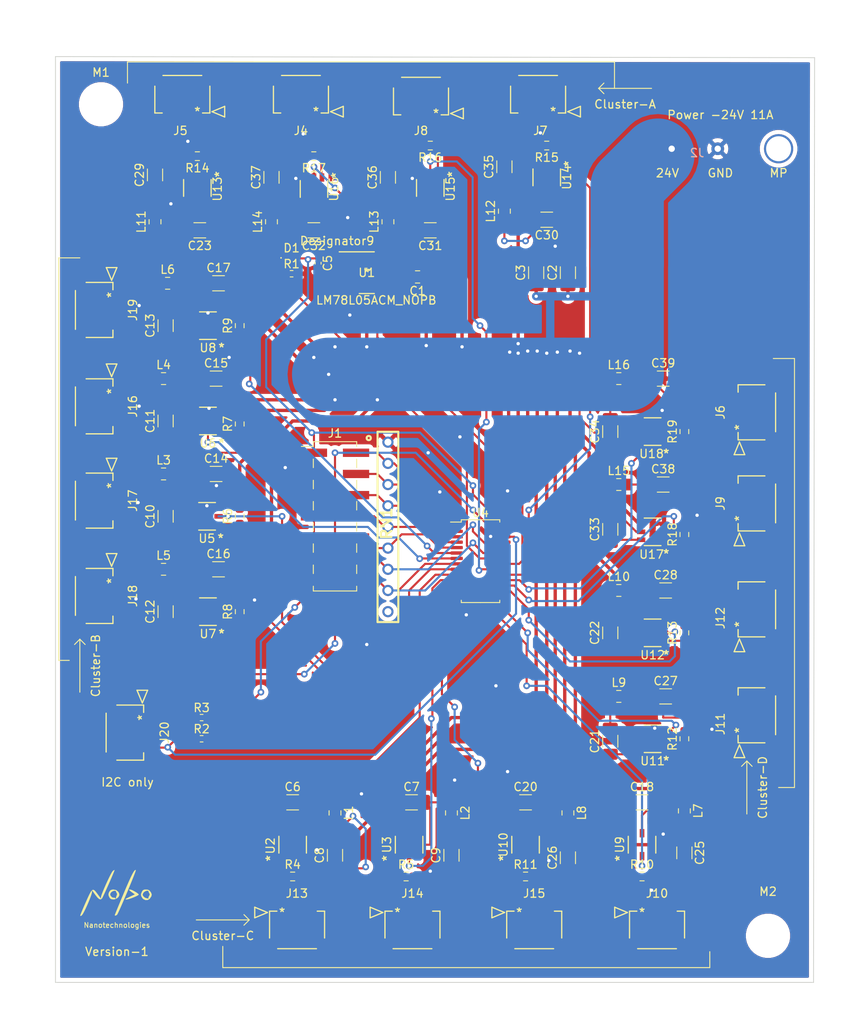
<source format=kicad_pcb>
(kicad_pcb (version 20171130) (host pcbnew "(5.1.9)-1")
  (layers (0 F.Cu signal) (31 B.Cu signal) (34 B.Paste user) (35 F.Paste user) (36 B.SilkS user) (37 F.SilkS user) (38 B.Mask user) (39 F.Mask user) (44 Edge.Cuts user))
  (net 0 "")
  (net 1 GND)
  (net 2 5V)
  (net 3 24V)
  (net 4 "Net-(D1-Pad1)")
  (net 5 A0)
  (net 6 A1)
  (net 7 A2)
  (net 8 A3)
  (net 9 A4)
  (net 10 A5)
  (net 11 OE)
  (net 12 SCL)
  (net 13 SDA)
  (net 14 PWM1)
  (net 15 "Net-(C11-Pad2)")
  (net 16 "Net-(C11-Pad1)")
  (net 17 "Net-(C12-Pad2)")
  (net 18 "Net-(C12-Pad1)")
  (net 19 "Net-(C13-Pad2)")
  (net 20 "Net-(C13-Pad1)")
  (net 21 PWM3)
  (net 22 PWM2)
  (net 23 PWM0)
  (net 24 p_LED0)
  (net 25 p_LED2)
  (net 26 p_LED1)
  (net 27 p_LED3)
  (net 28 n_LED0)
  (net 29 n_LED2)
  (net 30 n_LED1)
  (net 31 n_LED3)
  (net 32 "Net-(C22-Pad2)")
  (net 33 "Net-(C22-Pad1)")
  (net 34 "Net-(C23-Pad2)")
  (net 35 "Net-(C23-Pad1)")
  (net 36 p_LED4)
  (net 37 p_LED5)
  (net 38 n_LED4)
  (net 39 n_LED5)
  (net 40 PWM4)
  (net 41 PWM5)
  (net 42 p_LED15)
  (net 43 p_LED7)
  (net 44 p_LED6)
  (net 45 p_LED8)
  (net 46 p_LED9)
  (net 47 p_LED12)
  (net 48 p_LED13)
  (net 49 p_LED14)
  (net 50 p_LED10)
  (net 51 p_LED11)
  (net 52 n_LED15)
  (net 53 n_LED7)
  (net 54 n_LED6)
  (net 55 n_LED8)
  (net 56 n_LED9)
  (net 57 n_LED12)
  (net 58 n_LED13)
  (net 59 n_LED14)
  (net 60 n_LED10)
  (net 61 n_LED11)
  (net 62 PWM15)
  (net 63 PWM7)
  (net 64 PWM6)
  (net 65 PWM9)
  (net 66 PWM12)
  (net 67 PWM13)
  (net 68 PWM14)
  (net 69 PWM10)
  (net 70 PWM11)
  (net 71 "Net-(RN1-Pad9)")
  (net 72 PWM8)
  (net 73 "Net-(C6-Pad1)")
  (net 74 "Net-(C6-Pad2)")
  (net 75 "Net-(C7-Pad1)")
  (net 76 "Net-(C7-Pad2)")
  (net 77 "Net-(C10-Pad1)")
  (net 78 "Net-(C10-Pad2)")
  (net 79 "Net-(C18-Pad2)")
  (net 80 "Net-(C18-Pad1)")
  (net 81 "Net-(C20-Pad2)")
  (net 82 "Net-(C20-Pad1)")
  (net 83 "Net-(C21-Pad2)")
  (net 84 "Net-(C21-Pad1)")
  (net 85 "Net-(C30-Pad2)")
  (net 86 "Net-(C30-Pad1)")
  (net 87 "Net-(C31-Pad2)")
  (net 88 "Net-(C31-Pad1)")
  (net 89 "Net-(C32-Pad2)")
  (net 90 "Net-(C32-Pad1)")
  (net 91 "Net-(C33-Pad2)")
  (net 92 "Net-(C33-Pad1)")
  (net 93 "Net-(C34-Pad2)")
  (net 94 "Net-(C34-Pad1)")
  (net 95 "Net-(U1-Pad5)")
  (net 96 "Net-(U1-Pad4)")
  (net 97 "Net-(J4-Pad6)")
  (net 98 "Net-(J4-Pad5)")
  (net 99 "Net-(J4-Pad3)")
  (net 100 "Net-(J4-Pad2)")
  (net 101 "Net-(J5-Pad6)")
  (net 102 "Net-(J5-Pad5)")
  (net 103 "Net-(J5-Pad3)")
  (net 104 "Net-(J5-Pad2)")
  (net 105 "Net-(J6-Pad6)")
  (net 106 "Net-(J6-Pad5)")
  (net 107 "Net-(J6-Pad3)")
  (net 108 "Net-(J6-Pad2)")
  (net 109 "Net-(J7-Pad6)")
  (net 110 "Net-(J7-Pad5)")
  (net 111 "Net-(J7-Pad3)")
  (net 112 "Net-(J7-Pad2)")
  (net 113 "Net-(J8-Pad6)")
  (net 114 "Net-(J8-Pad5)")
  (net 115 "Net-(J8-Pad3)")
  (net 116 "Net-(J8-Pad2)")
  (net 117 "Net-(J9-Pad6)")
  (net 118 "Net-(J9-Pad5)")
  (net 119 "Net-(J9-Pad3)")
  (net 120 "Net-(J9-Pad2)")
  (net 121 "Net-(J10-Pad6)")
  (net 122 "Net-(J10-Pad5)")
  (net 123 "Net-(J10-Pad3)")
  (net 124 "Net-(J10-Pad2)")
  (net 125 "Net-(J11-Pad6)")
  (net 126 "Net-(J11-Pad5)")
  (net 127 "Net-(J11-Pad3)")
  (net 128 "Net-(J11-Pad2)")
  (net 129 "Net-(J12-Pad6)")
  (net 130 "Net-(J12-Pad5)")
  (net 131 "Net-(J12-Pad3)")
  (net 132 "Net-(J12-Pad2)")
  (net 133 "Net-(J13-Pad6)")
  (net 134 "Net-(J13-Pad5)")
  (net 135 "Net-(J13-Pad3)")
  (net 136 "Net-(J13-Pad2)")
  (net 137 "Net-(J14-Pad6)")
  (net 138 "Net-(J14-Pad5)")
  (net 139 "Net-(J14-Pad3)")
  (net 140 "Net-(J14-Pad2)")
  (net 141 "Net-(J15-Pad6)")
  (net 142 "Net-(J15-Pad5)")
  (net 143 "Net-(J15-Pad3)")
  (net 144 "Net-(J15-Pad2)")
  (net 145 "Net-(J16-Pad6)")
  (net 146 "Net-(J16-Pad5)")
  (net 147 "Net-(J16-Pad3)")
  (net 148 "Net-(J16-Pad2)")
  (net 149 "Net-(J17-Pad6)")
  (net 150 "Net-(J17-Pad5)")
  (net 151 "Net-(J17-Pad3)")
  (net 152 "Net-(J17-Pad2)")
  (net 153 "Net-(J18-Pad6)")
  (net 154 "Net-(J18-Pad5)")
  (net 155 "Net-(J18-Pad3)")
  (net 156 "Net-(J18-Pad2)")
  (net 157 "Net-(J19-Pad6)")
  (net 158 "Net-(J19-Pad5)")
  (net 159 "Net-(J19-Pad3)")
  (net 160 "Net-(J19-Pad2)")
  (net 161 "Net-(J20-Pad6)")
  (net 162 "Net-(J20-Pad5)")
  (net 163 "Net-(J20-Pad3)")
  (net 164 "Net-(J20-Pad2)")
  (module KicadFootPrints:Logo_NoPo_kicad (layer F.Cu) (at 38.1 141.605)
    (fp_text reference "" hide)
    (fp_text value "" hide)
  )
  (module MountingHole:MountingHole_4.3mm_M4 (layer F.Cu) (at 116.205 146.05)
    (fp_text reference M2 (at 0 -5.3) (layer F.SilkS))
    (fp_text value MountingHole_4.3mm_M4)
    (pad 1 np_thru_hole circle (at 0 0) (size 4.3 4.3) (drill 4.3) (layers *.Cu *.Mask))
  )
  (module MountingHole:MountingHole_4.3mm_M4 (layer F.Cu) (at 36.195 46.355)
    (fp_text reference M1 (at 0 -3.81) (layer F.SilkS))
    (fp_text value MountingHole_4.3mm_M4)
    (pad 1 np_thru_hole circle (at 0 0) (size 4.3 4.3) (drill 4.3) (layers *.Cu *.Mask))
  )
  (module "781710004 Pico-EZmate:781710004" (layer F.Cu) (at 47.752 47.244 180)
    (fp_text reference J5 (at 2.032 -2.286 180) (layer F.SilkS))
    (fp_text value " " (at 1.800002 -5.08 180) (layer F.SilkS))
    (fp_text user * (at 0 0 180) (layer F.SilkS))
    (pad 6 smd rect (at 4.750001 3.775001 180) (size 0.7 0.8) (layers F.Cu F.Paste F.Mask) (net 101 "Net-(J5-Pad6)"))
    (pad 5 smd rect (at -1.15 3.775001 180) (size 0.7 0.8) (layers F.Cu F.Paste F.Mask) (net 102 "Net-(J5-Pad5)"))
    (pad 4 smd rect (at 3.6 0 180) (size 0.6 0.85) (layers F.Cu F.Paste F.Mask) (net 42 p_LED15))
    (pad 3 smd rect (at 2.4 0 180) (size 0.6 0.85) (layers F.Cu F.Paste F.Mask) (net 103 "Net-(J5-Pad3)"))
    (pad 2 smd rect (at 1.2 0 180) (size 0.6 0.85) (layers F.Cu F.Paste F.Mask) (net 104 "Net-(J5-Pad2)"))
    (pad 1 smd rect (at 0 0 180) (size 0.6 0.85) (layers F.Cu F.Paste F.Mask) (net 52 n_LED15))
  )
  (module "781710004 Pico-EZmate:781710004" (layer F.Cu) (at 112.776 96.012 90)
    (fp_text reference J9 (at 1.800002 -2.286 90) (layer F.SilkS))
    (fp_text value " " hide)
    (fp_text user * (at 0 0 90) (layer F.SilkS))
    (pad 6 smd rect (at 4.750001 3.775001 90) (size 0.7 0.8) (layers F.Cu F.Paste F.Mask) (net 117 "Net-(J9-Pad6)"))
    (pad 5 smd rect (at -1.15 3.775001 90) (size 0.7 0.8) (layers F.Cu F.Paste F.Mask) (net 118 "Net-(J9-Pad5)"))
    (pad 4 smd rect (at 3.6 0 90) (size 0.6 0.85) (layers F.Cu F.Paste F.Mask) (net 50 p_LED10))
    (pad 3 smd rect (at 2.4 0 90) (size 0.6 0.85) (layers F.Cu F.Paste F.Mask) (net 119 "Net-(J9-Pad3)"))
    (pad 2 smd rect (at 1.2 0 90) (size 0.6 0.85) (layers F.Cu F.Paste F.Mask) (net 120 "Net-(J9-Pad2)"))
    (pad 1 smd rect (at 0 0 90) (size 0.6 0.85) (layers F.Cu F.Paste F.Mask) (net 60 n_LED10))
  )
  (module "781710004 Pico-EZmate:781710004" (layer F.Cu) (at 112.776 85.09 90)
    (fp_text reference J6 (at 1.800002 -2.286 90) (layer F.SilkS))
    (fp_text value " " (at 1.800002 -5.08 90) (layer F.SilkS))
    (fp_text user * (at 0 0 90) (layer F.SilkS))
    (pad 6 smd rect (at 4.750001 3.775001 90) (size 0.7 0.8) (layers F.Cu F.Paste F.Mask) (net 105 "Net-(J6-Pad6)"))
    (pad 5 smd rect (at -1.15 3.775001 90) (size 0.7 0.8) (layers F.Cu F.Paste F.Mask) (net 106 "Net-(J6-Pad5)"))
    (pad 4 smd rect (at 3.6 0 90) (size 0.6 0.85) (layers F.Cu F.Paste F.Mask) (net 51 p_LED11))
    (pad 3 smd rect (at 2.4 0 90) (size 0.6 0.85) (layers F.Cu F.Paste F.Mask) (net 107 "Net-(J6-Pad3)"))
    (pad 2 smd rect (at 1.2 0 90) (size 0.6 0.85) (layers F.Cu F.Paste F.Mask) (net 108 "Net-(J6-Pad2)"))
    (pad 1 smd rect (at 0 0 90) (size 0.6 0.85) (layers F.Cu F.Paste F.Mask) (net 61 n_LED11))
  )
  (module "781710004 Pico-EZmate:781710004" (layer F.Cu) (at 90.424 47.244 180)
    (fp_text reference J7 (at 1.524 -2.286) (layer F.SilkS))
    (fp_text value " " (at 1.800002 -5.08) (layer F.SilkS))
    (fp_text user * (at 0 0) (layer F.SilkS))
    (pad 6 smd rect (at 4.750001 3.775001 180) (size 0.7 0.8) (layers F.Cu F.Paste F.Mask) (net 109 "Net-(J7-Pad6)"))
    (pad 5 smd rect (at -1.15 3.775001 180) (size 0.7 0.8) (layers F.Cu F.Paste F.Mask) (net 110 "Net-(J7-Pad5)"))
    (pad 4 smd rect (at 3.6 0 180) (size 0.6 0.85) (layers F.Cu F.Paste F.Mask) (net 47 p_LED12))
    (pad 3 smd rect (at 2.4 0 180) (size 0.6 0.85) (layers F.Cu F.Paste F.Mask) (net 111 "Net-(J7-Pad3)"))
    (pad 2 smd rect (at 1.2 0 180) (size 0.6 0.85) (layers F.Cu F.Paste F.Mask) (net 112 "Net-(J7-Pad2)"))
    (pad 1 smd rect (at 0 0 180) (size 0.6 0.85) (layers F.Cu F.Paste F.Mask) (net 57 n_LED12))
  )
  (module "781710004 Pico-EZmate:781710004" (layer F.Cu) (at 76.378001 47.463001 180)
    (fp_text reference J8 (at 1.800002 -2.066999) (layer F.SilkS))
    (fp_text value " " (at 1.800002 -4.606999) (layer F.SilkS))
    (fp_text user * (at 0 0) (layer F.SilkS))
    (pad 6 smd rect (at 4.750001 3.775001 180) (size 0.7 0.8) (layers F.Cu F.Paste F.Mask) (net 113 "Net-(J8-Pad6)"))
    (pad 5 smd rect (at -1.15 3.775001 180) (size 0.7 0.8) (layers F.Cu F.Paste F.Mask) (net 114 "Net-(J8-Pad5)"))
    (pad 4 smd rect (at 3.6 0 180) (size 0.6 0.85) (layers F.Cu F.Paste F.Mask) (net 48 p_LED13))
    (pad 3 smd rect (at 2.4 0 180) (size 0.6 0.85) (layers F.Cu F.Paste F.Mask) (net 115 "Net-(J8-Pad3)"))
    (pad 2 smd rect (at 1.2 0 180) (size 0.6 0.85) (layers F.Cu F.Paste F.Mask) (net 116 "Net-(J8-Pad2)"))
    (pad 1 smd rect (at 0 0 180) (size 0.6 0.85) (layers F.Cu F.Paste F.Mask) (net 58 n_LED13))
  )
  (module "781710004 Pico-EZmate:781710004" (layer F.Cu) (at 61.976 47.244 180)
    (fp_text reference J4 (at 1.800002 -2.286) (layer F.SilkS))
    (fp_text value " " (at 1.800002 -5.08) (layer F.SilkS))
    (fp_text user * (at 0 0) (layer F.SilkS))
    (pad 6 smd rect (at 4.750001 3.775001 180) (size 0.7 0.8) (layers F.Cu F.Paste F.Mask) (net 97 "Net-(J4-Pad6)"))
    (pad 5 smd rect (at -1.15 3.775001 180) (size 0.7 0.8) (layers F.Cu F.Paste F.Mask) (net 98 "Net-(J4-Pad5)"))
    (pad 4 smd rect (at 3.6 0 180) (size 0.6 0.85) (layers F.Cu F.Paste F.Mask) (net 49 p_LED14))
    (pad 3 smd rect (at 2.4 0 180) (size 0.6 0.85) (layers F.Cu F.Paste F.Mask) (net 99 "Net-(J4-Pad3)"))
    (pad 2 smd rect (at 1.2 0 180) (size 0.6 0.85) (layers F.Cu F.Paste F.Mask) (net 100 "Net-(J4-Pad2)"))
    (pad 1 smd rect (at 0 0 180) (size 0.6 0.85) (layers F.Cu F.Paste F.Mask) (net 59 n_LED14))
  )
  (module "781710004 Pico-EZmate:781710004" (layer F.Cu) (at 57.912 143.256)
    (fp_text reference J13 (at 1.778 -2.286) (layer F.SilkS))
    (fp_text value " " (at 1.800002 -5.08) (layer F.SilkS))
    (fp_text user * (at 0 0) (layer F.SilkS))
    (pad 6 smd rect (at 4.750001 3.775001) (size 0.7 0.8) (layers F.Cu F.Paste F.Mask) (net 133 "Net-(J13-Pad6)"))
    (pad 5 smd rect (at -1.15 3.775001) (size 0.7 0.8) (layers F.Cu F.Paste F.Mask) (net 134 "Net-(J13-Pad5)"))
    (pad 4 smd rect (at 3.6 0) (size 0.6 0.85) (layers F.Cu F.Paste F.Mask) (net 36 p_LED4))
    (pad 3 smd rect (at 2.4 0) (size 0.6 0.85) (layers F.Cu F.Paste F.Mask) (net 135 "Net-(J13-Pad3)"))
    (pad 2 smd rect (at 1.2 0) (size 0.6 0.85) (layers F.Cu F.Paste F.Mask) (net 136 "Net-(J13-Pad2)"))
    (pad 1 smd rect (at 0 0) (size 0.6 0.85) (layers F.Cu F.Paste F.Mask) (net 38 n_LED4))
  )
  (module "781710004 Pico-EZmate:781710004" (layer F.Cu) (at 41.148 119.888 270)
    (fp_text reference J20 (at 1.800002 -2.667 90) (layer F.SilkS))
    (fp_text value 781710004 hide)
    (fp_text user * (at 0 0 90) (layer F.SilkS))
    (pad 6 smd rect (at 4.750001 3.775001 270) (size 0.7 0.8) (layers F.Cu F.Paste F.Mask) (net 161 "Net-(J20-Pad6)"))
    (pad 5 smd rect (at -1.15 3.775001 270) (size 0.7 0.8) (layers F.Cu F.Paste F.Mask) (net 162 "Net-(J20-Pad5)"))
    (pad 4 smd rect (at 3.6 0 270) (size 0.6 0.85) (layers F.Cu F.Paste F.Mask) (net 12 SCL))
    (pad 3 smd rect (at 2.4 0 270) (size 0.6 0.85) (layers F.Cu F.Paste F.Mask) (net 163 "Net-(J20-Pad3)"))
    (pad 2 smd rect (at 1.2 0 270) (size 0.6 0.85) (layers F.Cu F.Paste F.Mask) (net 164 "Net-(J20-Pad2)"))
    (pad 1 smd rect (at 0 0 270) (size 0.6 0.85) (layers F.Cu F.Paste F.Mask) (net 13 SDA))
  )
  (module "781710004 Pico-EZmate:781710004" (layer F.Cu) (at 37.465 69.215 270)
    (fp_text reference J19 (at 1.800002 -2.54 90) (layer F.SilkS))
    (fp_text value " " (at 1.800002 -5.08 90) (layer F.SilkS))
    (fp_text user * (at 0 0 90) (layer F.SilkS))
    (pad 6 smd rect (at 4.750001 3.775001 270) (size 0.7 0.8) (layers F.Cu F.Paste F.Mask) (net 157 "Net-(J19-Pad6)"))
    (pad 5 smd rect (at -1.15 3.775001 270) (size 0.7 0.8) (layers F.Cu F.Paste F.Mask) (net 158 "Net-(J19-Pad5)"))
    (pad 4 smd rect (at 3.6 0 270) (size 0.6 0.85) (layers F.Cu F.Paste F.Mask) (net 28 n_LED0))
    (pad 3 smd rect (at 2.4 0 270) (size 0.6 0.85) (layers F.Cu F.Paste F.Mask) (net 159 "Net-(J19-Pad3)"))
    (pad 2 smd rect (at 1.2 0 270) (size 0.6 0.85) (layers F.Cu F.Paste F.Mask) (net 160 "Net-(J19-Pad2)"))
    (pad 1 smd rect (at 0 0 270) (size 0.6 0.85) (layers F.Cu F.Paste F.Mask) (net 24 p_LED0))
  )
  (module "781710004 Pico-EZmate:781710004" (layer F.Cu) (at 37.465 103.505 270)
    (fp_text reference J18 (at 1.800002 -2.54 90) (layer F.SilkS))
    (fp_text value " " (at 1.800002 -5.08 90) (layer F.SilkS))
    (fp_text user * (at 0 0 90) (layer F.SilkS))
    (pad 6 smd rect (at 4.750001 3.775001 270) (size 0.7 0.8) (layers F.Cu F.Paste F.Mask) (net 153 "Net-(J18-Pad6)"))
    (pad 5 smd rect (at -1.15 3.775001 270) (size 0.7 0.8) (layers F.Cu F.Paste F.Mask) (net 154 "Net-(J18-Pad5)"))
    (pad 4 smd rect (at 3.6 0 270) (size 0.6 0.85) (layers F.Cu F.Paste F.Mask) (net 31 n_LED3))
    (pad 3 smd rect (at 2.4 0 270) (size 0.6 0.85) (layers F.Cu F.Paste F.Mask) (net 155 "Net-(J18-Pad3)"))
    (pad 2 smd rect (at 1.2 0 270) (size 0.6 0.85) (layers F.Cu F.Paste F.Mask) (net 156 "Net-(J18-Pad2)"))
    (pad 1 smd rect (at 0 0 270) (size 0.6 0.85) (layers F.Cu F.Paste F.Mask) (net 27 p_LED3))
  )
  (module "781710004 Pico-EZmate:781710004" (layer F.Cu) (at 37.465 92.075 270)
    (fp_text reference J17 (at 1.800002 -2.54 90) (layer F.SilkS))
    (fp_text value " " (at 1.800002 -5.08 90) (layer F.SilkS))
    (fp_text user * (at 0 0 90) (layer F.SilkS))
    (pad 6 smd rect (at 4.750001 3.775001 270) (size 0.7 0.8) (layers F.Cu F.Paste F.Mask) (net 149 "Net-(J17-Pad6)"))
    (pad 5 smd rect (at -1.15 3.775001 270) (size 0.7 0.8) (layers F.Cu F.Paste F.Mask) (net 150 "Net-(J17-Pad5)"))
    (pad 4 smd rect (at 3.6 0 270) (size 0.6 0.85) (layers F.Cu F.Paste F.Mask) (net 29 n_LED2))
    (pad 3 smd rect (at 2.4 0 270) (size 0.6 0.85) (layers F.Cu F.Paste F.Mask) (net 151 "Net-(J17-Pad3)"))
    (pad 2 smd rect (at 1.2 0 270) (size 0.6 0.85) (layers F.Cu F.Paste F.Mask) (net 152 "Net-(J17-Pad2)"))
    (pad 1 smd rect (at 0 0 270) (size 0.6 0.85) (layers F.Cu F.Paste F.Mask) (net 25 p_LED2))
  )
  (module "781710004 Pico-EZmate:781710004" (layer F.Cu) (at 37.465 80.772 270)
    (fp_text reference J16 (at 1.800002 -2.54 90) (layer F.SilkS))
    (fp_text value " " (at 1.800002 -5.08 90) (layer F.SilkS))
    (fp_text user * (at 0 0 90) (layer F.SilkS))
    (pad 6 smd rect (at 4.750001 3.775001 270) (size 0.7 0.8) (layers F.Cu F.Paste F.Mask) (net 145 "Net-(J16-Pad6)"))
    (pad 5 smd rect (at -1.15 3.775001 270) (size 0.7 0.8) (layers F.Cu F.Paste F.Mask) (net 146 "Net-(J16-Pad5)"))
    (pad 4 smd rect (at 3.6 0 270) (size 0.6 0.85) (layers F.Cu F.Paste F.Mask) (net 30 n_LED1))
    (pad 3 smd rect (at 2.4 0 270) (size 0.6 0.85) (layers F.Cu F.Paste F.Mask) (net 147 "Net-(J16-Pad3)"))
    (pad 2 smd rect (at 1.2 0 270) (size 0.6 0.85) (layers F.Cu F.Paste F.Mask) (net 148 "Net-(J16-Pad2)"))
    (pad 1 smd rect (at 0 0 270) (size 0.6 0.85) (layers F.Cu F.Paste F.Mask) (net 26 p_LED1))
  )
  (module "781710004 Pico-EZmate:781710004" (layer F.Cu) (at 86.36 143.256)
    (fp_text reference J15 (at 1.800002 -2.286) (layer F.SilkS))
    (fp_text value " " (at 1.800002 -5.08) (layer F.SilkS))
    (fp_text user * (at 0 0) (layer F.SilkS))
    (pad 6 smd rect (at 4.750001 3.775001) (size 0.7 0.8) (layers F.Cu F.Paste F.Mask) (net 141 "Net-(J15-Pad6)"))
    (pad 5 smd rect (at -1.15 3.775001) (size 0.7 0.8) (layers F.Cu F.Paste F.Mask) (net 142 "Net-(J15-Pad5)"))
    (pad 4 smd rect (at 3.6 0) (size 0.6 0.85) (layers F.Cu F.Paste F.Mask) (net 44 p_LED6))
    (pad 3 smd rect (at 2.4 0) (size 0.6 0.85) (layers F.Cu F.Paste F.Mask) (net 143 "Net-(J15-Pad3)"))
    (pad 2 smd rect (at 1.2 0) (size 0.6 0.85) (layers F.Cu F.Paste F.Mask) (net 144 "Net-(J15-Pad2)"))
    (pad 1 smd rect (at 0 0) (size 0.6 0.85) (layers F.Cu F.Paste F.Mask) (net 54 n_LED6))
  )
  (module "781710004 Pico-EZmate:781710004" (layer F.Cu) (at 71.755 143.256)
    (fp_text reference J14 (at 1.800002 -2.286) (layer F.SilkS))
    (fp_text value " " (at 1.800002 -5.08) (layer F.SilkS))
    (fp_text user * (at 0 0) (layer F.SilkS))
    (pad 6 smd rect (at 4.750001 3.775001) (size 0.7 0.8) (layers F.Cu F.Paste F.Mask) (net 137 "Net-(J14-Pad6)"))
    (pad 5 smd rect (at -1.15 3.775001) (size 0.7 0.8) (layers F.Cu F.Paste F.Mask) (net 138 "Net-(J14-Pad5)"))
    (pad 4 smd rect (at 3.6 0) (size 0.6 0.85) (layers F.Cu F.Paste F.Mask) (net 37 p_LED5))
    (pad 3 smd rect (at 2.4 0) (size 0.6 0.85) (layers F.Cu F.Paste F.Mask) (net 139 "Net-(J14-Pad3)"))
    (pad 2 smd rect (at 1.2 0) (size 0.6 0.85) (layers F.Cu F.Paste F.Mask) (net 140 "Net-(J14-Pad2)"))
    (pad 1 smd rect (at 0 0) (size 0.6 0.85) (layers F.Cu F.Paste F.Mask) (net 39 n_LED5))
  )
  (module "781710004 Pico-EZmate:781710004" (layer F.Cu) (at 112.776 108.712 90)
    (fp_text reference J12 (at 0.762 -2.286 90) (layer F.SilkS))
    (fp_text value " " (at 1.800002 -5.08 90) (layer F.SilkS))
    (fp_text user * (at 0 0 90) (layer F.SilkS))
    (pad 6 smd rect (at 4.750001 3.775001 90) (size 0.7 0.8) (layers F.Cu F.Paste F.Mask) (net 129 "Net-(J12-Pad6)"))
    (pad 5 smd rect (at -1.15 3.775001 90) (size 0.7 0.8) (layers F.Cu F.Paste F.Mask) (net 130 "Net-(J12-Pad5)"))
    (pad 4 smd rect (at 3.6 0 90) (size 0.6 0.85) (layers F.Cu F.Paste F.Mask) (net 46 p_LED9))
    (pad 3 smd rect (at 2.4 0 90) (size 0.6 0.85) (layers F.Cu F.Paste F.Mask) (net 131 "Net-(J12-Pad3)"))
    (pad 2 smd rect (at 1.2 0 90) (size 0.6 0.85) (layers F.Cu F.Paste F.Mask) (net 132 "Net-(J12-Pad2)"))
    (pad 1 smd rect (at 0 0 90) (size 0.6 0.85) (layers F.Cu F.Paste F.Mask) (net 56 n_LED9))
  )
  (module "781710004 Pico-EZmate:781710004" (layer F.Cu) (at 112.776 121.412 90)
    (fp_text reference J11 (at 0.762 -2.286 90) (layer F.SilkS))
    (fp_text value " " (at 1.800002 -5.08 90) (layer F.SilkS))
    (fp_text user * (at 0 0 90) (layer F.SilkS))
    (pad 6 smd rect (at 4.750001 3.775001 90) (size 0.7 0.8) (layers F.Cu F.Paste F.Mask) (net 125 "Net-(J11-Pad6)"))
    (pad 5 smd rect (at -1.15 3.775001 90) (size 0.7 0.8) (layers F.Cu F.Paste F.Mask) (net 126 "Net-(J11-Pad5)"))
    (pad 4 smd rect (at 3.6 0 90) (size 0.6 0.85) (layers F.Cu F.Paste F.Mask) (net 45 p_LED8))
    (pad 3 smd rect (at 2.4 0 90) (size 0.6 0.85) (layers F.Cu F.Paste F.Mask) (net 127 "Net-(J11-Pad3)"))
    (pad 2 smd rect (at 1.2 0 90) (size 0.6 0.85) (layers F.Cu F.Paste F.Mask) (net 128 "Net-(J11-Pad2)"))
    (pad 1 smd rect (at 0 0 90) (size 0.6 0.85) (layers F.Cu F.Paste F.Mask) (net 55 n_LED8))
  )
  (module "781710004 Pico-EZmate:781710004" (layer F.Cu) (at 101.092 143.256)
    (fp_text reference J10 (at 1.800002 -2.286) (layer F.SilkS))
    (fp_text value " " (at 1.800002 -5.08) (layer F.SilkS))
    (fp_text user * (at 0 0) (layer F.SilkS))
    (pad 6 smd rect (at 4.750001 3.775001) (size 0.7 0.8) (layers F.Cu F.Paste F.Mask) (net 121 "Net-(J10-Pad6)"))
    (pad 5 smd rect (at -1.15 3.775001) (size 0.7 0.8) (layers F.Cu F.Paste F.Mask) (net 122 "Net-(J10-Pad5)"))
    (pad 4 smd rect (at 3.6 0) (size 0.6 0.85) (layers F.Cu F.Paste F.Mask) (net 43 p_LED7))
    (pad 3 smd rect (at 2.4 0) (size 0.6 0.85) (layers F.Cu F.Paste F.Mask) (net 123 "Net-(J10-Pad3)"))
    (pad 2 smd rect (at 1.2 0) (size 0.6 0.85) (layers F.Cu F.Paste F.Mask) (net 124 "Net-(J10-Pad2)"))
    (pad 1 smd rect (at 0 0) (size 0.6 0.85) (layers F.Cu F.Paste F.Mask) (net 53 n_LED7))
  )
  (module SamacSys_Parts:Molex_26013114 (layer B.Cu) (at 107.696 51.689 180)
    (fp_text reference J2 (at 0 -0.5) (layer B.SilkS) (effects (justify mirror)))
    (fp_text value Conn_01x02_Male)
    (pad "" thru_hole circle (at -9.779 0 180) (size 3.5 3.5) (drill 3) (layers *.Cu *.Mask))
    (pad 2 thru_hole circle (at -2.4765 0 180) (size 1.524 1.524) (drill 0.762) (layers *.Cu *.Mask) (net 1 GND))
    (pad 1 thru_hole circle (at 3.048 0 180) (size 1.524 1.524) (drill 0.762) (layers *.Cu *.Mask) (net 3 24V))
  )
  (module LED_SMD:LED_0402_1005Metric_Pad0.77x0.64mm_HandSolder (layer F.Cu) (at 59.055 64.77)
    (fp_text reference D1 (at 0 -1.17) (layer F.SilkS))
    (fp_text value LED)
    (pad 2 smd roundrect (at 0.5725 0) (size 0.765 0.64) (layers F.Cu F.Paste F.Mask) (net 2 5V))
    (pad 1 smd roundrect (at -0.5725 0) (size 0.765 0.64) (layers F.Cu F.Paste F.Mask) (net 4 "Net-(D1-Pad1)"))
  )
  (module Connector_PinHeader_2.54mm:PinHeader_2x07_P2.54mm_Vertical_SMD (layer F.Cu) (at 64.262 95.758)
    (fp_text reference J1 (at 0 -9.95) (layer F.SilkS))
    (fp_text value Conn_02x07_Odd_Even)
    (pad 14 smd rect (at 2.525 7.62) (size 3.15 1) (layers F.Cu F.Paste F.Mask) (net 11 OE))
    (pad 13 smd rect (at -2.525 7.62) (size 3.15 1) (layers F.Cu F.Paste F.Mask) (net 2 5V))
    (pad 12 smd rect (at 2.525 5.08) (size 3.15 1) (layers F.Cu F.Paste F.Mask) (net 10 A5))
    (pad 11 smd rect (at -2.525 5.08) (size 3.15 1) (layers F.Cu F.Paste F.Mask) (net 2 5V))
    (pad 10 smd rect (at 2.525 2.54) (size 3.15 1) (layers F.Cu F.Paste F.Mask) (net 9 A4))
    (pad 9 smd rect (at -2.525 2.54) (size 3.15 1) (layers F.Cu F.Paste F.Mask) (net 2 5V))
    (pad 8 smd rect (at 2.525 0) (size 3.15 1) (layers F.Cu F.Paste F.Mask) (net 8 A3))
    (pad 7 smd rect (at -2.525 0) (size 3.15 1) (layers F.Cu F.Paste F.Mask) (net 2 5V))
    (pad 6 smd rect (at 2.525 -2.54) (size 3.15 1) (layers F.Cu F.Paste F.Mask) (net 7 A2))
    (pad 5 smd rect (at -2.525 -2.54) (size 3.15 1) (layers F.Cu F.Paste F.Mask) (net 2 5V))
    (pad 4 smd rect (at 2.525 -5.08) (size 3.15 1) (layers F.Cu F.Paste F.Mask) (net 6 A1))
    (pad 3 smd rect (at -2.525 -5.08) (size 3.15 1) (layers F.Cu F.Paste F.Mask) (net 2 5V))
    (pad 2 smd rect (at 2.525 -7.62) (size 3.15 1) (layers F.Cu F.Paste F.Mask) (net 5 A0))
    (pad 1 smd rect (at -2.525 -7.62) (size 3.15 1) (layers F.Cu F.Paste F.Mask) (net 2 5V))
  )
  (module SamacSys_Parts:4609X (layer F.Cu) (at 70.612 97.028 270)
    (fp_text reference RN1 (at -0.40567 0.16433 90) (layer F.SilkS) (effects (font (size 1.27 1.27) (thickness 0.254))))
    (fp_text value 4609M-101-103LF hide)
    (pad 9 thru_hole circle (at 10.16 0 270) (size 1.34 1.34) (drill 0.84) (layers *.Cu *.Mask) (net 71 "Net-(RN1-Pad9)"))
    (pad 8 thru_hole circle (at 7.62 0 270) (size 1.34 1.34) (drill 0.84) (layers *.Cu *.Mask) (net 11 OE))
    (pad 7 thru_hole circle (at 5.08 0 270) (size 1.34 1.34) (drill 0.84) (layers *.Cu *.Mask) (net 10 A5))
    (pad 6 thru_hole circle (at 2.54 0 270) (size 1.34 1.34) (drill 0.84) (layers *.Cu *.Mask) (net 9 A4))
    (pad 5 thru_hole circle (at 0 0 270) (size 1.34 1.34) (drill 0.84) (layers *.Cu *.Mask) (net 8 A3))
    (pad 4 thru_hole circle (at -2.54 0 270) (size 1.34 1.34) (drill 0.84) (layers *.Cu *.Mask) (net 7 A2))
    (pad 3 thru_hole circle (at -5.08 0 270) (size 1.34 1.34) (drill 0.84) (layers *.Cu *.Mask) (net 6 A1))
    (pad 2 thru_hole circle (at -7.62 0 270) (size 1.34 1.34) (drill 0.84) (layers *.Cu *.Mask) (net 5 A0))
    (pad 1 thru_hole circle (at -10.16 0 270) (size 1.34 1.34) (drill 0.84) (layers *.Cu *.Mask) (net 1 GND))
  )
  (module Resistor_SMD:R_0603_1608Metric_Pad0.98x0.95mm_HandSolder (layer F.Cu) (at 106.172 85.598 90)
    (fp_text reference R19 (at 0 -1.43 90) (layer F.SilkS))
    (fp_text value 130m)
    (pad 2 smd roundrect (at 0.9125 0 90) (size 0.975 0.95) (layers F.Cu F.Paste F.Mask) (net 1 GND))
    (pad 1 smd roundrect (at -0.9125 0 90) (size 0.975 0.95) (layers F.Cu F.Paste F.Mask) (net 61 n_LED11))
  )
  (module Resistor_SMD:R_0603_1608Metric_Pad0.98x0.95mm_HandSolder (layer F.Cu) (at 106.172 97.9405 90)
    (fp_text reference R18 (at 0 -1.43 90) (layer F.SilkS))
    (fp_text value 130m)
    (pad 2 smd roundrect (at 0.9125 0 90) (size 0.975 0.95) (layers F.Cu F.Paste F.Mask) (net 1 GND))
    (pad 1 smd roundrect (at -0.9125 0 90) (size 0.975 0.95) (layers F.Cu F.Paste F.Mask) (net 60 n_LED10))
  )
  (module Resistor_SMD:R_0603_1608Metric_Pad0.98x0.95mm_HandSolder (layer F.Cu) (at 61.722 52.578 180)
    (fp_text reference R17 (at 0 -1.43) (layer F.SilkS))
    (fp_text value 130m)
    (pad 2 smd roundrect (at 0.9125 0 180) (size 0.975 0.95) (layers F.Cu F.Paste F.Mask) (net 1 GND))
    (pad 1 smd roundrect (at -0.9125 0 180) (size 0.975 0.95) (layers F.Cu F.Paste F.Mask) (net 59 n_LED14))
  )
  (module Resistor_SMD:R_0603_1608Metric_Pad0.98x0.95mm_HandSolder (layer F.Cu) (at 75.692 51.308 180)
    (fp_text reference R16 (at 0 -1.43) (layer F.SilkS))
    (fp_text value 130m)
    (pad 2 smd roundrect (at 0.9125 0 180) (size 0.975 0.95) (layers F.Cu F.Paste F.Mask) (net 1 GND))
    (pad 1 smd roundrect (at -0.9125 0 180) (size 0.975 0.95) (layers F.Cu F.Paste F.Mask) (net 58 n_LED13))
  )
  (module Resistor_SMD:R_0603_1608Metric_Pad0.98x0.95mm_HandSolder (layer F.Cu) (at 89.662 51.308 180)
    (fp_text reference R15 (at 0 -1.43) (layer F.SilkS))
    (fp_text value 130m)
    (pad 2 smd roundrect (at 0.9125 0 180) (size 0.975 0.95) (layers F.Cu F.Paste F.Mask) (net 1 GND))
    (pad 1 smd roundrect (at -0.9125 0 180) (size 0.975 0.95) (layers F.Cu F.Paste F.Mask) (net 57 n_LED12))
  )
  (module Resistor_SMD:R_0603_1608Metric_Pad0.98x0.95mm_HandSolder (layer F.Cu) (at 47.752 52.578 180)
    (fp_text reference R14 (at 0 -1.43) (layer F.SilkS))
    (fp_text value 130m)
    (pad 2 smd roundrect (at 0.9125 0 180) (size 0.975 0.95) (layers F.Cu F.Paste F.Mask) (net 1 GND))
    (pad 1 smd roundrect (at -0.9125 0 180) (size 0.975 0.95) (layers F.Cu F.Paste F.Mask) (net 52 n_LED15))
  )
  (module Resistor_SMD:R_0603_1608Metric_Pad0.98x0.95mm_HandSolder (layer F.Cu) (at 106.172 109.728 90)
    (fp_text reference R13 (at 0 -1.43 90) (layer F.SilkS))
    (fp_text value 130m)
    (pad 2 smd roundrect (at 0.9125 0 90) (size 0.975 0.95) (layers F.Cu F.Paste F.Mask) (net 1 GND))
    (pad 1 smd roundrect (at -0.9125 0 90) (size 0.975 0.95) (layers F.Cu F.Paste F.Mask) (net 56 n_LED9))
  )
  (module Resistor_SMD:R_0603_1608Metric_Pad0.98x0.95mm_HandSolder (layer F.Cu) (at 106.172 122.428 90)
    (fp_text reference R12 (at 0 -1.43 90) (layer F.SilkS))
    (fp_text value 130m)
    (pad 2 smd roundrect (at 0.9125 0 90) (size 0.975 0.95) (layers F.Cu F.Paste F.Mask) (net 1 GND))
    (pad 1 smd roundrect (at -0.9125 0 90) (size 0.975 0.95) (layers F.Cu F.Paste F.Mask) (net 55 n_LED8))
  )
  (module Resistor_SMD:R_0603_1608Metric_Pad0.98x0.95mm_HandSolder (layer F.Cu) (at 87.122 138.938)
    (fp_text reference R11 (at 0 -1.43) (layer F.SilkS))
    (fp_text value 130m)
    (pad 2 smd roundrect (at 0.9125 0) (size 0.975 0.95) (layers F.Cu F.Paste F.Mask) (net 1 GND))
    (pad 1 smd roundrect (at -0.9125 0) (size 0.975 0.95) (layers F.Cu F.Paste F.Mask) (net 54 n_LED6))
  )
  (module Resistor_SMD:R_0603_1608Metric_Pad0.98x0.95mm_HandSolder (layer F.Cu) (at 101.092 138.938)
    (fp_text reference R10 (at 0 -1.43) (layer F.SilkS))
    (fp_text value 130m)
    (pad 2 smd roundrect (at 0.9125 0) (size 0.975 0.95) (layers F.Cu F.Paste F.Mask) (net 1 GND))
    (pad 1 smd roundrect (at -0.9125 0) (size 0.975 0.95) (layers F.Cu F.Paste F.Mask) (net 53 n_LED7))
  )
  (module Inductor_SMD:L_0805_2012Metric_Pad1.15x1.40mm_HandSolder (layer F.Cu) (at 98.307 79.248)
    (fp_text reference L16 (at 0 -1.65) (layer F.SilkS))
    (fp_text value 2.2uH)
    (pad 2 smd roundrect (at 1.025 0) (size 1.15 1.4) (layers F.Cu F.Paste F.Mask) (roundrect_rratio 0.2173904347826087) (net 51 p_LED11))
    (pad 1 smd roundrect (at -1.025 0) (size 1.15 1.4) (layers F.Cu F.Paste F.Mask) (roundrect_rratio 0.2173904347826087) (net 93 "Net-(C34-Pad2)"))
  )
  (module Inductor_SMD:L_0805_2012Metric_Pad1.15x1.40mm_HandSolder (layer F.Cu) (at 98.307 91.948)
    (fp_text reference L15 (at 0 -1.65) (layer F.SilkS))
    (fp_text value 2.2uH)
    (pad 2 smd roundrect (at 1.025 0) (size 1.15 1.4) (layers F.Cu F.Paste F.Mask) (roundrect_rratio 0.2173904347826087) (net 50 p_LED10))
    (pad 1 smd roundrect (at -1.025 0) (size 1.15 1.4) (layers F.Cu F.Paste F.Mask) (roundrect_rratio 0.2173904347826087) (net 91 "Net-(C33-Pad2)"))
  )
  (module Inductor_SMD:L_0805_2012Metric_Pad1.15x1.40mm_HandSolder (layer F.Cu) (at 56.642 60.443 90)
    (fp_text reference L14 (at 0 -1.65 90) (layer F.SilkS))
    (fp_text value 2.2uH)
    (pad 2 smd roundrect (at 1.025 0 90) (size 1.15 1.4) (layers F.Cu F.Paste F.Mask) (roundrect_rratio 0.2173904347826087) (net 49 p_LED14))
    (pad 1 smd roundrect (at -1.025 0 90) (size 1.15 1.4) (layers F.Cu F.Paste F.Mask) (roundrect_rratio 0.2173904347826087) (net 89 "Net-(C32-Pad2)"))
  )
  (module Inductor_SMD:L_0805_2012Metric_Pad1.15x1.40mm_HandSolder (layer F.Cu) (at 70.612 60.443 90)
    (fp_text reference L13 (at 0 -1.65 90) (layer F.SilkS))
    (fp_text value 2.2uH)
    (pad 2 smd roundrect (at 1.025 0 90) (size 1.15 1.4) (layers F.Cu F.Paste F.Mask) (roundrect_rratio 0.2173904347826087) (net 48 p_LED13))
    (pad 1 smd roundrect (at -1.025 0 90) (size 1.15 1.4) (layers F.Cu F.Paste F.Mask) (roundrect_rratio 0.2173904347826087) (net 87 "Net-(C31-Pad2)"))
  )
  (module Inductor_SMD:L_0805_2012Metric_Pad1.15x1.40mm_HandSolder (layer F.Cu) (at 84.582 59.173 90)
    (fp_text reference L12 (at 0 -1.65 90) (layer F.SilkS))
    (fp_text value 2.2uH)
    (pad 2 smd roundrect (at 1.025 0 90) (size 1.15 1.4) (layers F.Cu F.Paste F.Mask) (roundrect_rratio 0.2173904347826087) (net 47 p_LED12))
    (pad 1 smd roundrect (at -1.025 0 90) (size 1.15 1.4) (layers F.Cu F.Paste F.Mask) (roundrect_rratio 0.2173904347826087) (net 85 "Net-(C30-Pad2)"))
  )
  (module Inductor_SMD:L_0805_2012Metric_Pad1.15x1.40mm_HandSolder (layer F.Cu) (at 42.672 60.443 90)
    (fp_text reference L11 (at 0 -1.65 90) (layer F.SilkS))
    (fp_text value 2.2uH)
    (pad 2 smd roundrect (at 1.025 0 90) (size 1.15 1.4) (layers F.Cu F.Paste F.Mask) (roundrect_rratio 0.2173904347826087) (net 42 p_LED15))
    (pad 1 smd roundrect (at -1.025 0 90) (size 1.15 1.4) (layers F.Cu F.Paste F.Mask) (roundrect_rratio 0.2173904347826087) (net 34 "Net-(C23-Pad2)"))
  )
  (module Inductor_SMD:L_0805_2012Metric_Pad1.15x1.40mm_HandSolder (layer F.Cu) (at 98.307 104.648)
    (fp_text reference L10 (at 0 -1.65) (layer F.SilkS))
    (fp_text value 2.2uH)
    (pad 2 smd roundrect (at 1.025 0) (size 1.15 1.4) (layers F.Cu F.Paste F.Mask) (roundrect_rratio 0.2173904347826087) (net 46 p_LED9))
    (pad 1 smd roundrect (at -1.025 0) (size 1.15 1.4) (layers F.Cu F.Paste F.Mask) (roundrect_rratio 0.2173904347826087) (net 32 "Net-(C22-Pad2)"))
  )
  (module Inductor_SMD:L_0805_2012Metric_Pad1.15x1.40mm_HandSolder (layer F.Cu) (at 98.307 117.348)
    (fp_text reference L9 (at 0 -1.65) (layer F.SilkS))
    (fp_text value 2.2uH)
    (pad 2 smd roundrect (at 1.025 0) (size 1.15 1.4) (layers F.Cu F.Paste F.Mask) (roundrect_rratio 0.2173904347826087) (net 45 p_LED8))
    (pad 1 smd roundrect (at -1.025 0) (size 1.15 1.4) (layers F.Cu F.Paste F.Mask) (roundrect_rratio 0.2173904347826087) (net 83 "Net-(C21-Pad2)"))
  )
  (module Inductor_SMD:L_0805_2012Metric_Pad1.15x1.40mm_HandSolder (layer F.Cu) (at 92.202 131.318 270)
    (fp_text reference L8 (at 0 -1.65 90) (layer F.SilkS))
    (fp_text value 2.2uH)
    (pad 2 smd roundrect (at 1.025 0 270) (size 1.15 1.4) (layers F.Cu F.Paste F.Mask) (roundrect_rratio 0.2173904347826087) (net 44 p_LED6))
    (pad 1 smd roundrect (at -1.025 0 270) (size 1.15 1.4) (layers F.Cu F.Paste F.Mask) (roundrect_rratio 0.2173904347826087) (net 81 "Net-(C20-Pad2)"))
  )
  (module Inductor_SMD:L_0805_2012Metric_Pad1.15x1.40mm_HandSolder (layer F.Cu) (at 106.172 131.073 270)
    (fp_text reference L7 (at 0 -1.65 90) (layer F.SilkS))
    (fp_text value 2.2uH)
    (pad 2 smd roundrect (at 1.025 0 270) (size 1.15 1.4) (layers F.Cu F.Paste F.Mask) (roundrect_rratio 0.2173904347826087) (net 43 p_LED7))
    (pad 1 smd roundrect (at -1.025 0 270) (size 1.15 1.4) (layers F.Cu F.Paste F.Mask) (roundrect_rratio 0.2173904347826087) (net 79 "Net-(C18-Pad2)"))
  )
  (module Capacitor_SMD:C_1206_3216Metric_Pad1.33x1.80mm_HandSolder (layer F.Cu) (at 103.632 79.248)
    (fp_text reference C39 (at 0 -1.85) (layer F.SilkS))
    (fp_text value 10uF)
    (pad 2 smd roundrect (at 1.5625 0) (size 1.325 1.8) (layers F.Cu F.Paste F.Mask) (roundrect_rratio 0.1886784905660377) (net 1 GND))
    (pad 1 smd roundrect (at -1.5625 0) (size 1.325 1.8) (layers F.Cu F.Paste F.Mask) (roundrect_rratio 0.1886784905660377) (net 51 p_LED11))
  )
  (module Capacitor_SMD:C_1206_3216Metric_Pad1.33x1.80mm_HandSolder (layer F.Cu) (at 103.632 91.948)
    (fp_text reference C38 (at 0 -1.85) (layer F.SilkS))
    (fp_text value 10uF)
    (pad 2 smd roundrect (at 1.5625 0) (size 1.325 1.8) (layers F.Cu F.Paste F.Mask) (roundrect_rratio 0.1886784905660377) (net 1 GND))
    (pad 1 smd roundrect (at -1.5625 0) (size 1.325 1.8) (layers F.Cu F.Paste F.Mask) (roundrect_rratio 0.1886784905660377) (net 50 p_LED10))
  )
  (module Capacitor_SMD:C_1206_3216Metric_Pad1.33x1.80mm_HandSolder (layer F.Cu) (at 56.642 55.118 90)
    (fp_text reference C37 (at 0 -1.85 90) (layer F.SilkS))
    (fp_text value 10uF)
    (pad 2 smd roundrect (at 1.5625 0 90) (size 1.325 1.8) (layers F.Cu F.Paste F.Mask) (roundrect_rratio 0.1886784905660377) (net 1 GND))
    (pad 1 smd roundrect (at -1.5625 0 90) (size 1.325 1.8) (layers F.Cu F.Paste F.Mask) (roundrect_rratio 0.1886784905660377) (net 49 p_LED14))
  )
  (module Capacitor_SMD:C_1206_3216Metric_Pad1.33x1.80mm_HandSolder (layer F.Cu) (at 70.612 55.118 90)
    (fp_text reference C36 (at 0 -1.85 90) (layer F.SilkS))
    (fp_text value 10uF)
    (pad 2 smd roundrect (at 1.5625 0 90) (size 1.325 1.8) (layers F.Cu F.Paste F.Mask) (roundrect_rratio 0.1886784905660377) (net 1 GND))
    (pad 1 smd roundrect (at -1.5625 0 90) (size 1.325 1.8) (layers F.Cu F.Paste F.Mask) (roundrect_rratio 0.1886784905660377) (net 48 p_LED13))
  )
  (module Capacitor_SMD:C_1206_3216Metric_Pad1.33x1.80mm_HandSolder (layer F.Cu) (at 84.582 53.848 90)
    (fp_text reference C35 (at 0 -1.85 90) (layer F.SilkS))
    (fp_text value 10uF)
    (pad 2 smd roundrect (at 1.5625 0 90) (size 1.325 1.8) (layers F.Cu F.Paste F.Mask) (roundrect_rratio 0.1886784905660377) (net 1 GND))
    (pad 1 smd roundrect (at -1.5625 0 90) (size 1.325 1.8) (layers F.Cu F.Paste F.Mask) (roundrect_rratio 0.1886784905660377) (net 47 p_LED12))
  )
  (module Capacitor_SMD:C_1206_3216Metric_Pad1.33x1.80mm_HandSolder (layer F.Cu) (at 97.282 85.598 90)
    (fp_text reference C34 (at 0 -1.85 90) (layer F.SilkS))
    (fp_text value 0.1uF)
    (pad 2 smd roundrect (at 1.5625 0 90) (size 1.325 1.8) (layers F.Cu F.Paste F.Mask) (roundrect_rratio 0.1886784905660377) (net 93 "Net-(C34-Pad2)"))
    (pad 1 smd roundrect (at -1.5625 0 90) (size 1.325 1.8) (layers F.Cu F.Paste F.Mask) (roundrect_rratio 0.1886784905660377) (net 94 "Net-(C34-Pad1)"))
  )
  (module Capacitor_SMD:C_1206_3216Metric_Pad1.33x1.80mm_HandSolder (layer F.Cu) (at 97.282 97.3205 90)
    (fp_text reference C33 (at 0 -1.85 90) (layer F.SilkS))
    (fp_text value 0.1uF)
    (pad 2 smd roundrect (at 1.5625 0 90) (size 1.325 1.8) (layers F.Cu F.Paste F.Mask) (roundrect_rratio 0.1886784905660377) (net 91 "Net-(C33-Pad2)"))
    (pad 1 smd roundrect (at -1.5625 0 90) (size 1.325 1.8) (layers F.Cu F.Paste F.Mask) (roundrect_rratio 0.1886784905660377) (net 92 "Net-(C33-Pad1)"))
  )
  (module Capacitor_SMD:C_1206_3216Metric_Pad1.33x1.80mm_HandSolder (layer F.Cu) (at 61.722 61.468 180)
    (fp_text reference C32 (at 0 -1.85) (layer F.SilkS))
    (fp_text value 0.1uF)
    (pad 2 smd roundrect (at 1.5625 0 180) (size 1.325 1.8) (layers F.Cu F.Paste F.Mask) (roundrect_rratio 0.1886784905660377) (net 89 "Net-(C32-Pad2)"))
    (pad 1 smd roundrect (at -1.5625 0 180) (size 1.325 1.8) (layers F.Cu F.Paste F.Mask) (roundrect_rratio 0.1886784905660377) (net 90 "Net-(C32-Pad1)"))
  )
  (module Capacitor_SMD:C_1206_3216Metric_Pad1.33x1.80mm_HandSolder (layer F.Cu) (at 75.692 61.468 180)
    (fp_text reference C31 (at 0 -1.85) (layer F.SilkS))
    (fp_text value 0.1uF)
    (pad 2 smd roundrect (at 1.5625 0 180) (size 1.325 1.8) (layers F.Cu F.Paste F.Mask) (roundrect_rratio 0.1886784905660377) (net 87 "Net-(C31-Pad2)"))
    (pad 1 smd roundrect (at -1.5625 0 180) (size 1.325 1.8) (layers F.Cu F.Paste F.Mask) (roundrect_rratio 0.1886784905660377) (net 88 "Net-(C31-Pad1)"))
  )
  (module Capacitor_SMD:C_1206_3216Metric_Pad1.33x1.80mm_HandSolder (layer F.Cu) (at 89.662 60.198 180)
    (fp_text reference C30 (at 0 -1.85) (layer F.SilkS))
    (fp_text value 0.1uF)
    (pad 2 smd roundrect (at 1.5625 0 180) (size 1.325 1.8) (layers F.Cu F.Paste F.Mask) (roundrect_rratio 0.1886784905660377) (net 85 "Net-(C30-Pad2)"))
    (pad 1 smd roundrect (at -1.5625 0 180) (size 1.325 1.8) (layers F.Cu F.Paste F.Mask) (roundrect_rratio 0.1886784905660377) (net 86 "Net-(C30-Pad1)"))
  )
  (module Capacitor_SMD:C_1206_3216Metric_Pad1.33x1.80mm_HandSolder (layer F.Cu) (at 42.672 54.8255 90)
    (fp_text reference C29 (at 0 -1.85 90) (layer F.SilkS))
    (fp_text value 10uF)
    (pad 2 smd roundrect (at 1.5625 0 90) (size 1.325 1.8) (layers F.Cu F.Paste F.Mask) (roundrect_rratio 0.1886784905660377) (net 1 GND))
    (pad 1 smd roundrect (at -1.5625 0 90) (size 1.325 1.8) (layers F.Cu F.Paste F.Mask) (roundrect_rratio 0.1886784905660377) (net 42 p_LED15))
  )
  (module Capacitor_SMD:C_1206_3216Metric_Pad1.33x1.80mm_HandSolder (layer F.Cu) (at 103.9245 104.648)
    (fp_text reference C28 (at 0 -1.85) (layer F.SilkS))
    (fp_text value 10uF)
    (pad 2 smd roundrect (at 1.5625 0) (size 1.325 1.8) (layers F.Cu F.Paste F.Mask) (roundrect_rratio 0.1886784905660377) (net 1 GND))
    (pad 1 smd roundrect (at -1.5625 0) (size 1.325 1.8) (layers F.Cu F.Paste F.Mask) (roundrect_rratio 0.1886784905660377) (net 46 p_LED9))
  )
  (module Capacitor_SMD:C_1206_3216Metric_Pad1.33x1.80mm_HandSolder (layer F.Cu) (at 103.9245 117.348)
    (fp_text reference C27 (at 0 -1.85) (layer F.SilkS))
    (fp_text value 10uF)
    (pad 2 smd roundrect (at 1.5625 0) (size 1.325 1.8) (layers F.Cu F.Paste F.Mask) (roundrect_rratio 0.1886784905660377) (net 1 GND))
    (pad 1 smd roundrect (at -1.5625 0) (size 1.325 1.8) (layers F.Cu F.Paste F.Mask) (roundrect_rratio 0.1886784905660377) (net 45 p_LED8))
  )
  (module Capacitor_SMD:C_1206_3216Metric_Pad1.33x1.80mm_HandSolder (layer F.Cu) (at 92.202 136.6905 90)
    (fp_text reference C26 (at 0 -1.85 90) (layer F.SilkS))
    (fp_text value 10uF)
    (pad 2 smd roundrect (at 1.5625 0 90) (size 1.325 1.8) (layers F.Cu F.Paste F.Mask) (roundrect_rratio 0.1886784905660377) (net 1 GND))
    (pad 1 smd roundrect (at -1.5625 0 90) (size 1.325 1.8) (layers F.Cu F.Paste F.Mask) (roundrect_rratio 0.1886784905660377) (net 44 p_LED6))
  )
  (module Capacitor_SMD:C_1206_3216Metric_Pad1.33x1.80mm_HandSolder (layer F.Cu) (at 106.172 136.1055 270)
    (fp_text reference C25 (at 0 -1.85 90) (layer F.SilkS))
    (fp_text value 10uF)
    (pad 2 smd roundrect (at 1.5625 0 270) (size 1.325 1.8) (layers F.Cu F.Paste F.Mask) (roundrect_rratio 0.1886784905660377) (net 1 GND))
    (pad 1 smd roundrect (at -1.5625 0 270) (size 1.325 1.8) (layers F.Cu F.Paste F.Mask) (roundrect_rratio 0.1886784905660377) (net 43 p_LED7))
  )
  (module Capacitor_SMD:C_1206_3216Metric_Pad1.33x1.80mm_HandSolder (layer F.Cu) (at 48.0445 61.468 180)
    (fp_text reference C23 (at 0 -1.85) (layer F.SilkS))
    (fp_text value 0.1uF)
    (pad 2 smd roundrect (at 1.5625 0 180) (size 1.325 1.8) (layers F.Cu F.Paste F.Mask) (roundrect_rratio 0.1886784905660377) (net 34 "Net-(C23-Pad2)"))
    (pad 1 smd roundrect (at -1.5625 0 180) (size 1.325 1.8) (layers F.Cu F.Paste F.Mask) (roundrect_rratio 0.1886784905660377) (net 35 "Net-(C23-Pad1)"))
  )
  (module Capacitor_SMD:C_1206_3216Metric_Pad1.33x1.80mm_HandSolder (layer F.Cu) (at 97.282 109.728 90)
    (fp_text reference C22 (at 0 -1.85 90) (layer F.SilkS))
    (fp_text value 0.1uF)
    (pad 2 smd roundrect (at 1.5625 0 90) (size 1.325 1.8) (layers F.Cu F.Paste F.Mask) (roundrect_rratio 0.1886784905660377) (net 32 "Net-(C22-Pad2)"))
    (pad 1 smd roundrect (at -1.5625 0 90) (size 1.325 1.8) (layers F.Cu F.Paste F.Mask) (roundrect_rratio 0.1886784905660377) (net 33 "Net-(C22-Pad1)"))
  )
  (module Capacitor_SMD:C_1206_3216Metric_Pad1.33x1.80mm_HandSolder (layer F.Cu) (at 97.282 122.7205 90)
    (fp_text reference C21 (at 0 -1.85 90) (layer F.SilkS))
    (fp_text value 0.1uF)
    (pad 2 smd roundrect (at 1.5625 0 90) (size 1.325 1.8) (layers F.Cu F.Paste F.Mask) (roundrect_rratio 0.1886784905660377) (net 83 "Net-(C21-Pad2)"))
    (pad 1 smd roundrect (at -1.5625 0 90) (size 1.325 1.8) (layers F.Cu F.Paste F.Mask) (roundrect_rratio 0.1886784905660377) (net 84 "Net-(C21-Pad1)"))
  )
  (module Capacitor_SMD:C_1206_3216Metric_Pad1.33x1.80mm_HandSolder (layer F.Cu) (at 87.122 130.048)
    (fp_text reference C20 (at 0 -1.85) (layer F.SilkS))
    (fp_text value 0.1uF)
    (pad 2 smd roundrect (at 1.5625 0) (size 1.325 1.8) (layers F.Cu F.Paste F.Mask) (roundrect_rratio 0.1886784905660377) (net 81 "Net-(C20-Pad2)"))
    (pad 1 smd roundrect (at -1.5625 0) (size 1.325 1.8) (layers F.Cu F.Paste F.Mask) (roundrect_rratio 0.1886784905660377) (net 82 "Net-(C20-Pad1)"))
  )
  (module Capacitor_SMD:C_1206_3216Metric_Pad1.33x1.80mm_HandSolder (layer F.Cu) (at 101.092 130.048)
    (fp_text reference C18 (at 0 -1.85) (layer F.SilkS))
    (fp_text value 0.1uF)
    (pad 2 smd roundrect (at 1.5625 0) (size 1.325 1.8) (layers F.Cu F.Paste F.Mask) (roundrect_rratio 0.1886784905660377) (net 79 "Net-(C18-Pad2)"))
    (pad 1 smd roundrect (at -1.5625 0) (size 1.325 1.8) (layers F.Cu F.Paste F.Mask) (roundrect_rratio 0.1886784905660377) (net 80 "Net-(C18-Pad1)"))
  )
  (module Resistor_SMD:R_0603_1608Metric_Pad0.98x0.95mm_HandSolder (layer F.Cu) (at 72.7945 138.938)
    (fp_text reference R5 (at 0 -1.43) (layer F.SilkS))
    (fp_text value 130m)
    (pad 2 smd roundrect (at 0.9125 0) (size 0.975 0.95) (layers F.Cu F.Paste F.Mask) (net 1 GND))
    (pad 1 smd roundrect (at -0.9125 0) (size 0.975 0.95) (layers F.Cu F.Paste F.Mask) (net 39 n_LED5))
  )
  (module Resistor_SMD:R_0603_1608Metric_Pad0.98x0.95mm_HandSolder (layer F.Cu) (at 59.182 138.938)
    (fp_text reference R4 (at 0 -1.43) (layer F.SilkS))
    (fp_text value 130m)
    (pad 2 smd roundrect (at 0.9125 0) (size 0.975 0.95) (layers F.Cu F.Paste F.Mask) (net 1 GND))
    (pad 1 smd roundrect (at -0.9125 0) (size 0.975 0.95) (layers F.Cu F.Paste F.Mask) (net 38 n_LED4))
  )
  (module Inductor_SMD:L_0805_2012Metric_Pad1.15x1.40mm_HandSolder (layer F.Cu) (at 78.232 131.318 270)
    (fp_text reference L2 (at 0 -1.65 90) (layer F.SilkS))
    (fp_text value 2.2uH)
    (pad 2 smd roundrect (at 1.025 0 270) (size 1.15 1.4) (layers F.Cu F.Paste F.Mask) (roundrect_rratio 0.2173904347826087) (net 37 p_LED5))
    (pad 1 smd roundrect (at -1.025 0 270) (size 1.15 1.4) (layers F.Cu F.Paste F.Mask) (roundrect_rratio 0.2173904347826087) (net 76 "Net-(C7-Pad2)"))
  )
  (module Inductor_SMD:L_0805_2012Metric_Pad1.15x1.40mm_HandSolder (layer F.Cu) (at 64.262 131.318 270)
    (fp_text reference L1 (at 0 -1.65 90) (layer F.SilkS))
    (fp_text value 2.2uH)
    (pad 2 smd roundrect (at 1.025 0 270) (size 1.15 1.4) (layers F.Cu F.Paste F.Mask) (roundrect_rratio 0.2173904347826087) (net 36 p_LED4))
    (pad 1 smd roundrect (at -1.025 0 270) (size 1.15 1.4) (layers F.Cu F.Paste F.Mask) (roundrect_rratio 0.2173904347826087) (net 74 "Net-(C6-Pad2)"))
  )
  (module Capacitor_SMD:C_1206_3216Metric_Pad1.33x1.80mm_HandSolder (layer F.Cu) (at 78.232 136.398 90)
    (fp_text reference C9 (at 0 -1.85 90) (layer F.SilkS))
    (fp_text value 10uF)
    (pad 2 smd roundrect (at 1.5625 0 90) (size 1.325 1.8) (layers F.Cu F.Paste F.Mask) (roundrect_rratio 0.1886784905660377) (net 1 GND))
    (pad 1 smd roundrect (at -1.5625 0 90) (size 1.325 1.8) (layers F.Cu F.Paste F.Mask) (roundrect_rratio 0.1886784905660377) (net 37 p_LED5))
  )
  (module Capacitor_SMD:C_1206_3216Metric_Pad1.33x1.80mm_HandSolder (layer F.Cu) (at 64.262 136.398 90)
    (fp_text reference C8 (at 0 -1.85 90) (layer F.SilkS))
    (fp_text value 10uF)
    (pad 2 smd roundrect (at 1.5625 0 90) (size 1.325 1.8) (layers F.Cu F.Paste F.Mask) (roundrect_rratio 0.1886784905660377) (net 1 GND))
    (pad 1 smd roundrect (at -1.5625 0 90) (size 1.325 1.8) (layers F.Cu F.Paste F.Mask) (roundrect_rratio 0.1886784905660377) (net 36 p_LED4))
  )
  (module Capacitor_SMD:C_1206_3216Metric_Pad1.33x1.80mm_HandSolder (layer F.Cu) (at 73.4445 130.048)
    (fp_text reference C7 (at 0 -1.85) (layer F.SilkS))
    (fp_text value 0.1uF)
    (pad 2 smd roundrect (at 1.5625 0) (size 1.325 1.8) (layers F.Cu F.Paste F.Mask) (roundrect_rratio 0.1886784905660377) (net 76 "Net-(C7-Pad2)"))
    (pad 1 smd roundrect (at -1.5625 0) (size 1.325 1.8) (layers F.Cu F.Paste F.Mask) (roundrect_rratio 0.1886784905660377) (net 75 "Net-(C7-Pad1)"))
  )
  (module Capacitor_SMD:C_1206_3216Metric_Pad1.33x1.80mm_HandSolder (layer F.Cu) (at 59.182 130.048)
    (fp_text reference C6 (at 0 -1.85) (layer F.SilkS))
    (fp_text value 0.1uF)
    (pad 2 smd roundrect (at 1.5625 0) (size 1.325 1.8) (layers F.Cu F.Paste F.Mask) (roundrect_rratio 0.1886784905660377) (net 74 "Net-(C6-Pad2)"))
    (pad 1 smd roundrect (at -1.5625 0) (size 1.325 1.8) (layers F.Cu F.Paste F.Mask) (roundrect_rratio 0.1886784905660377) (net 73 "Net-(C6-Pad1)"))
  )
  (module Capacitor_SMD:C_1206_3216Metric_Pad1.33x1.80mm_HandSolder (layer F.Cu) (at 50.292 102.108)
    (fp_text reference C16 (at 0 -1.85) (layer F.SilkS))
    (fp_text value 10uF)
    (pad 2 smd roundrect (at 1.5625 0) (size 1.325 1.8) (layers F.Cu F.Paste F.Mask) (roundrect_rratio 0.1886784905660377) (net 1 GND))
    (pad 1 smd roundrect (at -1.5625 0) (size 1.325 1.8) (layers F.Cu F.Paste F.Mask) (roundrect_rratio 0.1886784905660377) (net 27 p_LED3))
  )
  (module Capacitor_SMD:C_1206_3216Metric_Pad1.33x1.80mm_HandSolder (layer F.Cu) (at 49.9995 79.248)
    (fp_text reference C15 (at 0 -1.85) (layer F.SilkS))
    (fp_text value 10uF)
    (pad 2 smd roundrect (at 1.5625 0) (size 1.325 1.8) (layers F.Cu F.Paste F.Mask) (roundrect_rratio 0.1886784905660377) (net 1 GND))
    (pad 1 smd roundrect (at -1.5625 0) (size 1.325 1.8) (layers F.Cu F.Paste F.Mask) (roundrect_rratio 0.1886784905660377) (net 26 p_LED1))
  )
  (module Capacitor_SMD:C_1206_3216Metric_Pad1.33x1.80mm_HandSolder (layer F.Cu) (at 49.9995 90.678)
    (fp_text reference C14 (at 0 -1.85) (layer F.SilkS))
    (fp_text value 10uF)
    (pad 2 smd roundrect (at 1.5625 0) (size 1.325 1.8) (layers F.Cu F.Paste F.Mask) (roundrect_rratio 0.1886784905660377) (net 1 GND))
    (pad 1 smd roundrect (at -1.5625 0) (size 1.325 1.8) (layers F.Cu F.Paste F.Mask) (roundrect_rratio 0.1886784905660377) (net 25 p_LED2))
  )
  (module Capacitor_SMD:C_1206_3216Metric_Pad1.33x1.80mm_HandSolder (layer F.Cu) (at 88.392 66.548 90)
    (fp_text reference C3 (at 0 -1.85 90) (layer F.SilkS))
    (fp_text value 10uF)
    (pad 2 smd roundrect (at 1.5625 0 90) (size 1.325 1.8) (layers F.Cu F.Paste F.Mask) (roundrect_rratio 0.1886784905660377) (net 1 GND))
    (pad 1 smd roundrect (at -1.5625 0 90) (size 1.325 1.8) (layers F.Cu F.Paste F.Mask) (roundrect_rratio 0.1886784905660377) (net 3 24V))
  )
  (module Capacitor_SMD:C_1206_3216Metric_Pad1.33x1.80mm_HandSolder (layer F.Cu) (at 43.942 107.188 90)
    (fp_text reference C12 (at 0 -1.85 90) (layer F.SilkS))
    (fp_text value 0.1uF)
    (pad 2 smd roundrect (at 1.5625 0 90) (size 1.325 1.8) (layers F.Cu F.Paste F.Mask) (roundrect_rratio 0.1886784905660377) (net 17 "Net-(C12-Pad2)"))
    (pad 1 smd roundrect (at -1.5625 0 90) (size 1.325 1.8) (layers F.Cu F.Paste F.Mask) (roundrect_rratio 0.1886784905660377) (net 18 "Net-(C12-Pad1)"))
  )
  (module Capacitor_SMD:C_1206_3216Metric_Pad1.33x1.80mm_HandSolder (layer F.Cu) (at 43.942 84.328 90)
    (fp_text reference C11 (at 0 -1.85 90) (layer F.SilkS))
    (fp_text value 0.1uF)
    (pad 2 smd roundrect (at 1.5625 0 90) (size 1.325 1.8) (layers F.Cu F.Paste F.Mask) (roundrect_rratio 0.1886784905660377) (net 15 "Net-(C11-Pad2)"))
    (pad 1 smd roundrect (at -1.5625 0 90) (size 1.325 1.8) (layers F.Cu F.Paste F.Mask) (roundrect_rratio 0.1886784905660377) (net 16 "Net-(C11-Pad1)"))
  )
  (module Capacitor_SMD:C_1206_3216Metric_Pad1.33x1.80mm_HandSolder (layer F.Cu) (at 43.942 95.758 90)
    (fp_text reference C10 (at 0 -1.85 90) (layer F.SilkS))
    (fp_text value 0.1uF)
    (pad 2 smd roundrect (at 1.5625 0 90) (size 1.325 1.8) (layers F.Cu F.Paste F.Mask) (roundrect_rratio 0.1886784905660377) (net 78 "Net-(C10-Pad2)"))
    (pad 1 smd roundrect (at -1.5625 0 90) (size 1.325 1.8) (layers F.Cu F.Paste F.Mask) (roundrect_rratio 0.1886784905660377) (net 77 "Net-(C10-Pad1)"))
  )
  (module Capacitor_SMD:C_1206_3216Metric_Pad1.33x1.80mm_HandSolder (layer F.Cu) (at 92.202 66.548 90)
    (fp_text reference C2 (at 0 -1.85 90) (layer F.SilkS))
    (fp_text value 0.1uF)
    (pad 2 smd roundrect (at 1.5625 0 90) (size 1.325 1.8) (layers F.Cu F.Paste F.Mask) (roundrect_rratio 0.1886784905660377) (net 1 GND))
    (pad 1 smd roundrect (at -1.5625 0 90) (size 1.325 1.8) (layers F.Cu F.Paste F.Mask) (roundrect_rratio 0.1886784905660377) (net 3 24V))
  )
  (module Capacitor_SMD:C_1206_3216Metric_Pad1.33x1.80mm_HandSolder (layer F.Cu) (at 50.292 67.818)
    (fp_text reference C17 (at 0 -1.85) (layer F.SilkS))
    (fp_text value 10uF)
    (pad 2 smd roundrect (at 1.5625 0) (size 1.325 1.8) (layers F.Cu F.Paste F.Mask) (roundrect_rratio 0.1886784905660377) (net 1 GND))
    (pad 1 smd roundrect (at -1.5625 0) (size 1.325 1.8) (layers F.Cu F.Paste F.Mask) (roundrect_rratio 0.1886784905660377) (net 24 p_LED0))
  )
  (module Capacitor_SMD:C_1206_3216Metric_Pad1.33x1.80mm_HandSolder (layer F.Cu) (at 43.942 72.898 90)
    (fp_text reference C13 (at 0 -1.85 90) (layer F.SilkS))
    (fp_text value 0.1uF)
    (pad 2 smd roundrect (at 1.5625 0 90) (size 1.325 1.8) (layers F.Cu F.Paste F.Mask) (roundrect_rratio 0.1886784905660377) (net 19 "Net-(C13-Pad2)"))
    (pad 1 smd roundrect (at -1.5625 0 90) (size 1.325 1.8) (layers F.Cu F.Paste F.Mask) (roundrect_rratio 0.1886784905660377) (net 20 "Net-(C13-Pad1)"))
  )
  (module Capacitor_SMD:C_0805_2012Metric_Pad1.18x1.45mm_HandSolder (layer F.Cu) (at 74.168 67.056 180)
    (fp_text reference C1 (at 0 -1.68) (layer F.SilkS))
    (fp_text value 0.33uF)
    (pad 2 smd roundrect (at 1.0375 0 180) (size 1.175 1.45) (layers F.Cu F.Paste F.Mask) (roundrect_rratio 0.2127659574468085) (net 1 GND))
    (pad 1 smd roundrect (at -1.0375 0 180) (size 1.175 1.45) (layers F.Cu F.Paste F.Mask) (roundrect_rratio 0.2127659574468085) (net 3 24V))
  )
  (module Resistor_SMD:R_0603_1608Metric_Pad0.98x0.95mm_HandSolder (layer F.Cu) (at 52.832 72.898 90)
    (fp_text reference R9 (at 0 -1.43 90) (layer F.SilkS))
    (fp_text value 130m)
    (pad 2 smd roundrect (at 0.9125 0 90) (size 0.975 0.95) (layers F.Cu F.Paste F.Mask) (net 1 GND))
    (pad 1 smd roundrect (at -0.9125 0 90) (size 0.975 0.95) (layers F.Cu F.Paste F.Mask) (net 28 n_LED0))
  )
  (module Resistor_SMD:R_0603_1608Metric_Pad0.98x0.95mm_HandSolder (layer F.Cu) (at 52.832 107.188 90)
    (fp_text reference R8 (at 0 -1.43 90) (layer F.SilkS))
    (fp_text value 130m)
    (pad 2 smd roundrect (at 0.9125 0 90) (size 0.975 0.95) (layers F.Cu F.Paste F.Mask) (net 1 GND))
    (pad 1 smd roundrect (at -0.9125 0 90) (size 0.975 0.95) (layers F.Cu F.Paste F.Mask) (net 31 n_LED3))
  )
  (module Resistor_SMD:R_0603_1608Metric_Pad0.98x0.95mm_HandSolder (layer F.Cu) (at 52.832 84.6855 90)
    (fp_text reference R7 (at 0 -1.43 90) (layer F.SilkS))
    (fp_text value 130m)
    (pad 2 smd roundrect (at 0.9125 0 90) (size 0.975 0.95) (layers F.Cu F.Paste F.Mask) (net 1 GND))
    (pad 1 smd roundrect (at -0.9125 0 90) (size 0.975 0.95) (layers F.Cu F.Paste F.Mask) (net 30 n_LED1))
  )
  (module Resistor_SMD:R_0603_1608Metric_Pad0.98x0.95mm_HandSolder (layer F.Cu) (at 52.832 95.758 90)
    (fp_text reference R6 (at 0 -1.43 90) (layer F.SilkS))
    (fp_text value 130m)
    (pad 2 smd roundrect (at 0.9125 0 90) (size 0.975 0.95) (layers F.Cu F.Paste F.Mask) (net 1 GND))
    (pad 1 smd roundrect (at -0.9125 0 90) (size 0.975 0.95) (layers F.Cu F.Paste F.Mask) (net 29 n_LED2))
  )
  (module Inductor_SMD:L_0805_2012Metric_Pad1.15x1.40mm_HandSolder (layer F.Cu) (at 43.697 102.108)
    (fp_text reference L5 (at 0 -1.65) (layer F.SilkS))
    (fp_text value 2.2uH)
    (pad 2 smd roundrect (at 1.025 0) (size 1.15 1.4) (layers F.Cu F.Paste F.Mask) (roundrect_rratio 0.2173904347826087) (net 27 p_LED3))
    (pad 1 smd roundrect (at -1.025 0) (size 1.15 1.4) (layers F.Cu F.Paste F.Mask) (roundrect_rratio 0.2173904347826087) (net 17 "Net-(C12-Pad2)"))
  )
  (module Inductor_SMD:L_0805_2012Metric_Pad1.15x1.40mm_HandSolder (layer F.Cu) (at 43.697 79.248)
    (fp_text reference L4 (at 0 -1.65) (layer F.SilkS))
    (fp_text value 2.2uH)
    (pad 2 smd roundrect (at 1.025 0) (size 1.15 1.4) (layers F.Cu F.Paste F.Mask) (roundrect_rratio 0.2173904347826087) (net 26 p_LED1))
    (pad 1 smd roundrect (at -1.025 0) (size 1.15 1.4) (layers F.Cu F.Paste F.Mask) (roundrect_rratio 0.2173904347826087) (net 15 "Net-(C11-Pad2)"))
  )
  (module Inductor_SMD:L_0805_2012Metric_Pad1.15x1.40mm_HandSolder (layer F.Cu) (at 43.697 90.678)
    (fp_text reference L3 (at 0 -1.65) (layer F.SilkS))
    (fp_text value 2.2uH)
    (pad 2 smd roundrect (at 1.025 0) (size 1.15 1.4) (layers F.Cu F.Paste F.Mask) (roundrect_rratio 0.2173904347826087) (net 25 p_LED2))
    (pad 1 smd roundrect (at -1.025 0) (size 1.15 1.4) (layers F.Cu F.Paste F.Mask) (roundrect_rratio 0.2173904347826087) (net 78 "Net-(C10-Pad2)"))
  )
  (module Package_SO:TSSOP-28_4.4x9.7mm_P0.65mm (layer F.Cu) (at 81.7195 101.133)
    (fp_text reference U4 (at 0 -5.8) (layer F.SilkS))
    (fp_text value PCA9685PW)
    (pad 28 smd roundrect (at 2.8625 -4.225) (size 1.475 0.4) (layers F.Cu F.Paste F.Mask) (net 2 5V))
    (pad 27 smd roundrect (at 2.8625 -3.575) (size 1.475 0.4) (layers F.Cu F.Paste F.Mask) (net 13 SDA))
    (pad 26 smd roundrect (at 2.8625 -2.925) (size 1.475 0.4) (layers F.Cu F.Paste F.Mask) (net 12 SCL))
    (pad 25 smd roundrect (at 2.8625 -2.275) (size 1.475 0.4) (layers F.Cu F.Paste F.Mask) (net 1 GND))
    (pad 24 smd roundrect (at 2.8625 -1.625) (size 1.475 0.4) (layers F.Cu F.Paste F.Mask) (net 10 A5))
    (pad 23 smd roundrect (at 2.8625 -0.975) (size 1.475 0.4) (layers F.Cu F.Paste F.Mask) (net 11 OE))
    (pad 22 smd roundrect (at 2.8625 -0.325) (size 1.475 0.4) (layers F.Cu F.Paste F.Mask) (net 62 PWM15))
    (pad 21 smd roundrect (at 2.8625 0.325) (size 1.475 0.4) (layers F.Cu F.Paste F.Mask) (net 68 PWM14))
    (pad 20 smd roundrect (at 2.8625 0.975) (size 1.475 0.4) (layers F.Cu F.Paste F.Mask) (net 67 PWM13))
    (pad 19 smd roundrect (at 2.8625 1.625) (size 1.475 0.4) (layers F.Cu F.Paste F.Mask) (net 66 PWM12))
    (pad 18 smd roundrect (at 2.8625 2.275) (size 1.475 0.4) (layers F.Cu F.Paste F.Mask) (net 70 PWM11))
    (pad 17 smd roundrect (at 2.8625 2.925) (size 1.475 0.4) (layers F.Cu F.Paste F.Mask) (net 69 PWM10))
    (pad 16 smd roundrect (at 2.8625 3.575) (size 1.475 0.4) (layers F.Cu F.Paste F.Mask) (net 65 PWM9))
    (pad 15 smd roundrect (at 2.8625 4.225) (size 1.475 0.4) (layers F.Cu F.Paste F.Mask) (net 72 PWM8))
    (pad 14 smd roundrect (at -2.8625 4.225) (size 1.475 0.4) (layers F.Cu F.Paste F.Mask) (net 1 GND))
    (pad 13 smd roundrect (at -2.8625 3.575) (size 1.475 0.4) (layers F.Cu F.Paste F.Mask) (net 63 PWM7))
    (pad 12 smd roundrect (at -2.8625 2.925) (size 1.475 0.4) (layers F.Cu F.Paste F.Mask) (net 64 PWM6))
    (pad 11 smd roundrect (at -2.8625 2.275) (size 1.475 0.4) (layers F.Cu F.Paste F.Mask) (net 41 PWM5))
    (pad 10 smd roundrect (at -2.8625 1.625) (size 1.475 0.4) (layers F.Cu F.Paste F.Mask) (net 40 PWM4))
    (pad 9 smd roundrect (at -2.8625 0.975) (size 1.475 0.4) (layers F.Cu F.Paste F.Mask) (net 21 PWM3))
    (pad 8 smd roundrect (at -2.8625 0.325) (size 1.475 0.4) (layers F.Cu F.Paste F.Mask) (net 22 PWM2))
    (pad 7 smd roundrect (at -2.8625 -0.325) (size 1.475 0.4) (layers F.Cu F.Paste F.Mask) (net 14 PWM1))
    (pad 6 smd roundrect (at -2.8625 -0.975) (size 1.475 0.4) (layers F.Cu F.Paste F.Mask) (net 23 PWM0))
    (pad 5 smd roundrect (at -2.8625 -1.625) (size 1.475 0.4) (layers F.Cu F.Paste F.Mask) (net 9 A4))
    (pad 4 smd roundrect (at -2.8625 -2.275) (size 1.475 0.4) (layers F.Cu F.Paste F.Mask) (net 8 A3))
    (pad 3 smd roundrect (at -2.8625 -2.925) (size 1.475 0.4) (layers F.Cu F.Paste F.Mask) (net 7 A2))
    (pad 2 smd roundrect (at -2.8625 -3.575) (size 1.475 0.4) (layers F.Cu F.Paste F.Mask) (net 6 A1))
    (pad 1 smd roundrect (at -2.8625 -4.225) (size 1.475 0.4) (layers F.Cu F.Paste F.Mask) (net 5 A0))
  )
  (module Resistor_SMD:R_0402_1005Metric_Pad0.72x0.64mm_HandSolder (layer F.Cu) (at 48.26 119.888)
    (fp_text reference R3 (at 0 -1.17) (layer F.SilkS))
    (fp_text value 10K)
    (pad 2 smd roundrect (at 0.5975 0) (size 0.715 0.64) (layers F.Cu F.Paste F.Mask) (net 2 5V))
    (pad 1 smd roundrect (at -0.5975 0) (size 0.715 0.64) (layers F.Cu F.Paste F.Mask) (net 13 SDA))
  )
  (module Resistor_SMD:R_0402_1005Metric_Pad0.72x0.64mm_HandSolder (layer F.Cu) (at 48.26 122.428)
    (fp_text reference R2 (at 0 -1.17) (layer F.SilkS))
    (fp_text value 10K)
    (pad 2 smd roundrect (at 0.5975 0) (size 0.715 0.64) (layers F.Cu F.Paste F.Mask) (net 2 5V))
    (pad 1 smd roundrect (at -0.5975 0) (size 0.715 0.64) (layers F.Cu F.Paste F.Mask) (net 12 SCL))
  )
  (module Resistor_SMD:R_0402_1005Metric_Pad0.72x0.64mm_HandSolder (layer F.Cu) (at 59.055 66.675)
    (fp_text reference R1 (at 0 -1.17) (layer F.SilkS))
    (fp_text value 470)
    (pad 2 smd roundrect (at 0.5975 0) (size 0.715 0.64) (layers F.Cu F.Paste F.Mask) (net 1 GND))
    (pad 1 smd roundrect (at -0.5975 0) (size 0.715 0.64) (layers F.Cu F.Paste F.Mask) (net 4 "Net-(D1-Pad1)"))
  )
  (module Inductor_SMD:L_0805_2012Metric_Pad1.15x1.40mm_HandSolder (layer F.Cu) (at 44.187 67.818)
    (fp_text reference L6 (at 0 -1.65) (layer F.SilkS))
    (fp_text value 2.2uH)
    (pad 2 smd roundrect (at 1.025 0) (size 1.15 1.4) (layers F.Cu F.Paste F.Mask) (roundrect_rratio 0.2173904347826087) (net 24 p_LED0))
    (pad 1 smd roundrect (at -1.025 0) (size 1.15 1.4) (layers F.Cu F.Paste F.Mask) (roundrect_rratio 0.2173904347826087) (net 19 "Net-(C13-Pad2)"))
  )
  (module Capacitor_SMD:C_0402_1005Metric_Pad0.74x0.62mm_HandSolder (layer F.Cu) (at 62.23 65.405 270)
    (fp_text reference C5 (at 0 -1.16 90) (layer F.SilkS))
    (fp_text value 100uF)
    (pad 2 smd roundrect (at 0.5675 0 270) (size 0.735 0.62) (layers F.Cu F.Paste F.Mask) (net 1 GND))
    (pad 1 smd roundrect (at -0.5675 0 270) (size 0.735 0.62) (layers F.Cu F.Paste F.Mask) (net 2 5V))
  )
  (module TPS92200:TPS92200D2DDCR (layer F.Cu) (at 59.182 135.128 90)
    (fp_text reference U2 (at -0.127 -2.667 90) (layer F.SilkS))
    (fp_text value " " (at 0 0 90) (layer F.SilkS))
    (fp_text user * (at -1.62915 -2.651 90) (layer F.SilkS))
    (fp_text user * (at -1.62915 -2.651 90) (layer F.SilkS))
    (pad 1 smd rect (at -1.375151 -0.950001 90) (size 0.997699 0.558) (layers F.Cu F.Paste F.Mask) (net 38 n_LED4))
    (pad 2 smd rect (at -1.375151 0 90) (size 0.997699 0.558) (layers F.Cu F.Paste F.Mask) (net 40 PWM4))
    (pad 3 smd rect (at -1.375151 0.950001 90) (size 0.997699 0.558) (layers F.Cu F.Paste F.Mask) (net 1 GND))
    (pad 4 smd rect (at 1.375151 0.950001 90) (size 0.997699 0.558) (layers F.Cu F.Paste F.Mask) (net 3 24V))
    (pad 5 smd rect (at 1.375151 0 90) (size 0.997699 0.558) (layers F.Cu F.Paste F.Mask) (net 74 "Net-(C6-Pad2)"))
    (pad 6 smd rect (at 1.375151 -0.950001 90) (size 0.997699 0.558) (layers F.Cu F.Paste F.Mask) (net 73 "Net-(C6-Pad1)"))
  )
  (module TPS92200:TPS92200D2DDCR (layer F.Cu) (at 49.022 72.898 180)
    (fp_text reference U8 (at 0 -2.667) (layer F.SilkS))
    (fp_text value " " (at 0 0) (layer F.SilkS))
    (fp_text user * (at -1.62915 -2.651) (layer F.SilkS))
    (fp_text user * (at -1.62915 -2.651) (layer F.SilkS))
    (pad 1 smd rect (at -1.375151 -0.950001 180) (size 0.997699 0.558) (layers F.Cu F.Paste F.Mask) (net 28 n_LED0))
    (pad 2 smd rect (at -1.375151 0 180) (size 0.997699 0.558) (layers F.Cu F.Paste F.Mask) (net 23 PWM0))
    (pad 3 smd rect (at -1.375151 0.950001 180) (size 0.997699 0.558) (layers F.Cu F.Paste F.Mask) (net 1 GND))
    (pad 4 smd rect (at 1.375151 0.950001 180) (size 0.997699 0.558) (layers F.Cu F.Paste F.Mask) (net 3 24V))
    (pad 5 smd rect (at 1.375151 0 180) (size 0.997699 0.558) (layers F.Cu F.Paste F.Mask) (net 19 "Net-(C13-Pad2)"))
    (pad 6 smd rect (at 1.375151 -0.950001 180) (size 0.997699 0.558) (layers F.Cu F.Paste F.Mask) (net 20 "Net-(C13-Pad1)"))
  )
  (module footprints:LM78L05ACM&slash_NOPB (layer F.Cu) (at 68.072 66.548)
    (fp_text reference U1 (at 0 0) (layer F.SilkS))
    (fp_text value LM78L05ACM_NOPB (at 1.143 3.302) (layer F.SilkS))
    (fp_text user Designator9 (at -3.556 -3.81) (layer F.SilkS))
    (fp_text user * (at 0 0) (layer F.SilkS))
    (pad 8 smd oval (at 2.724998 -1.905 90) (size 0.599999 1.45) (layers F.Cu F.Paste F.Mask) (net 3 24V))
    (pad 7 smd oval (at 2.724998 -0.635 90) (size 0.599999 1.45) (layers F.Cu F.Paste F.Mask) (net 1 GND))
    (pad 6 smd oval (at 2.724998 0.635 90) (size 0.599999 1.45) (layers F.Cu F.Paste F.Mask) (net 1 GND))
    (pad 5 smd oval (at 2.724998 1.905 90) (size 0.599999 1.45) (layers F.Cu F.Paste F.Mask) (net 95 "Net-(U1-Pad5)"))
    (pad 4 smd oval (at -2.725001 1.905 90) (size 0.599999 1.45) (layers F.Cu F.Paste F.Mask) (net 96 "Net-(U1-Pad4)"))
    (pad 3 smd oval (at -2.725001 0.635 90) (size 0.599999 1.45) (layers F.Cu F.Paste F.Mask) (net 1 GND))
    (pad 2 smd oval (at -2.725001 -0.635 90) (size 0.599999 1.45) (layers F.Cu F.Paste F.Mask) (net 1 GND))
    (pad 1 smd oval (at -2.725001 -1.905 90) (size 0.599999 1.45) (layers F.Cu F.Paste F.Mask) (net 2 5V))
  )
  (module TPS92200:TPS92200D2DDCR (layer F.Cu) (at 102.362 85.598 180)
    (fp_text reference U18 (at 0.127 -2.667) (layer F.SilkS))
    (fp_text value " " (at 0 0) (layer F.SilkS))
    (fp_text user * (at -1.62915 -2.651) (layer F.SilkS))
    (fp_text user * (at -1.62915 -2.651) (layer F.SilkS))
    (pad 1 smd rect (at -1.375151 -0.950001 180) (size 0.997699 0.558) (layers F.Cu F.Paste F.Mask) (net 61 n_LED11))
    (pad 2 smd rect (at -1.375151 0 180) (size 0.997699 0.558) (layers F.Cu F.Paste F.Mask) (net 70 PWM11))
    (pad 3 smd rect (at -1.375151 0.950001 180) (size 0.997699 0.558) (layers F.Cu F.Paste F.Mask) (net 1 GND))
    (pad 4 smd rect (at 1.375151 0.950001 180) (size 0.997699 0.558) (layers F.Cu F.Paste F.Mask) (net 3 24V))
    (pad 5 smd rect (at 1.375151 0 180) (size 0.997699 0.558) (layers F.Cu F.Paste F.Mask) (net 93 "Net-(C34-Pad2)"))
    (pad 6 smd rect (at 1.375151 -0.950001 180) (size 0.997699 0.558) (layers F.Cu F.Paste F.Mask) (net 94 "Net-(C34-Pad1)"))
  )
  (module TPS92200:TPS92200D2DDCR (layer F.Cu) (at 102.362 97.6188 180)
    (fp_text reference U17 (at 0.127 -2.7112) (layer F.SilkS))
    (fp_text value " " (at 0 0) (layer F.SilkS))
    (fp_text user * (at -1.62915 -2.651) (layer F.SilkS))
    (fp_text user * (at -1.62915 -2.651) (layer F.SilkS))
    (pad 1 smd rect (at -1.375151 -0.950001 180) (size 0.997699 0.558) (layers F.Cu F.Paste F.Mask) (net 60 n_LED10))
    (pad 2 smd rect (at -1.375151 0 180) (size 0.997699 0.558) (layers F.Cu F.Paste F.Mask) (net 69 PWM10))
    (pad 3 smd rect (at -1.375151 0.950001 180) (size 0.997699 0.558) (layers F.Cu F.Paste F.Mask) (net 1 GND))
    (pad 4 smd rect (at 1.375151 0.950001 180) (size 0.997699 0.558) (layers F.Cu F.Paste F.Mask) (net 3 24V))
    (pad 5 smd rect (at 1.375151 0 180) (size 0.997699 0.558) (layers F.Cu F.Paste F.Mask) (net 91 "Net-(C33-Pad2)"))
    (pad 6 smd rect (at 1.375151 -0.950001 180) (size 0.997699 0.558) (layers F.Cu F.Paste F.Mask) (net 92 "Net-(C33-Pad1)"))
  )
  (module TPS92200:TPS92200D2DDCR (layer F.Cu) (at 61.7428 56.507199 270)
    (fp_text reference U16 (at 0.007801 -2.3922 90) (layer F.SilkS))
    (fp_text value " " (at 0 0 90) (layer F.SilkS))
    (fp_text user * (at -1.62915 -2.651 90) (layer F.SilkS))
    (fp_text user * (at -1.62915 -2.651 90) (layer F.SilkS))
    (pad 6 smd rect (at 1.375151 -0.950001 270) (size 0.997699 0.558) (layers F.Cu F.Paste F.Mask) (net 90 "Net-(C32-Pad1)"))
    (pad 5 smd rect (at 1.375151 0 270) (size 0.997699 0.558) (layers F.Cu F.Paste F.Mask) (net 89 "Net-(C32-Pad2)"))
    (pad 4 smd rect (at 1.375151 0.950001 270) (size 0.997699 0.558) (layers F.Cu F.Paste F.Mask) (net 3 24V))
    (pad 3 smd rect (at -1.375151 0.950001 270) (size 0.997699 0.558) (layers F.Cu F.Paste F.Mask) (net 1 GND))
    (pad 2 smd rect (at -1.375151 0 270) (size 0.997699 0.558) (layers F.Cu F.Paste F.Mask) (net 68 PWM14))
    (pad 1 smd rect (at -1.375151 -0.950001 270) (size 0.997699 0.558) (layers F.Cu F.Paste F.Mask) (net 59 n_LED14))
  )
  (module TPS92200:TPS92200D2DDCR (layer F.Cu) (at 75.692 56.388 270)
    (fp_text reference U15 (at 0.127 -2.413 90) (layer F.SilkS))
    (fp_text value " " (at 0 0 90) (layer F.SilkS))
    (fp_text user * (at -1.62915 -2.651 90) (layer F.SilkS))
    (fp_text user * (at -1.62915 -2.651 90) (layer F.SilkS))
    (pad 6 smd rect (at 1.375151 -0.950001 270) (size 0.997699 0.558) (layers F.Cu F.Paste F.Mask) (net 88 "Net-(C31-Pad1)"))
    (pad 5 smd rect (at 1.375151 0 270) (size 0.997699 0.558) (layers F.Cu F.Paste F.Mask) (net 87 "Net-(C31-Pad2)"))
    (pad 4 smd rect (at 1.375151 0.950001 270) (size 0.997699 0.558) (layers F.Cu F.Paste F.Mask) (net 3 24V))
    (pad 3 smd rect (at -1.375151 0.950001 270) (size 0.997699 0.558) (layers F.Cu F.Paste F.Mask) (net 1 GND))
    (pad 2 smd rect (at -1.375151 0 270) (size 0.997699 0.558) (layers F.Cu F.Paste F.Mask) (net 67 PWM13))
    (pad 1 smd rect (at -1.375151 -0.950001 270) (size 0.997699 0.558) (layers F.Cu F.Paste F.Mask) (net 58 n_LED13))
  )
  (module TPS92200:TPS92200D2DDCR (layer F.Cu) (at 89.662 55.118 270)
    (fp_text reference U14 (at 0 -2.413 90) (layer F.SilkS))
    (fp_text value " " (at 0 0 90) (layer F.SilkS))
    (fp_text user * (at -1.62915 -2.651 90) (layer F.SilkS))
    (fp_text user * (at -1.62915 -2.651 90) (layer F.SilkS))
    (pad 6 smd rect (at 1.375151 -0.950001 270) (size 0.997699 0.558) (layers F.Cu F.Paste F.Mask) (net 86 "Net-(C30-Pad1)"))
    (pad 5 smd rect (at 1.375151 0 270) (size 0.997699 0.558) (layers F.Cu F.Paste F.Mask) (net 85 "Net-(C30-Pad2)"))
    (pad 4 smd rect (at 1.375151 0.950001 270) (size 0.997699 0.558) (layers F.Cu F.Paste F.Mask) (net 3 24V))
    (pad 3 smd rect (at -1.375151 0.950001 270) (size 0.997699 0.558) (layers F.Cu F.Paste F.Mask) (net 1 GND))
    (pad 2 smd rect (at -1.375151 0 270) (size 0.997699 0.558) (layers F.Cu F.Paste F.Mask) (net 66 PWM12))
    (pad 1 smd rect (at -1.375151 -0.950001 270) (size 0.997699 0.558) (layers F.Cu F.Paste F.Mask) (net 57 n_LED12))
  )
  (module TPS92200:TPS92200D2DDCR (layer F.Cu) (at 47.752 56.388 270)
    (fp_text reference U13 (at 0.127 -2.413 90) (layer F.SilkS))
    (fp_text value " " (at 0 0 90) (layer F.SilkS))
    (fp_text user * (at -1.62915 -2.651 90) (layer F.SilkS))
    (fp_text user * (at -1.62915 -2.651 90) (layer F.SilkS))
    (pad 1 smd rect (at -1.375151 -0.950001 270) (size 0.997699 0.558) (layers F.Cu F.Paste F.Mask) (net 52 n_LED15))
    (pad 2 smd rect (at -1.375151 0 270) (size 0.997699 0.558) (layers F.Cu F.Paste F.Mask) (net 62 PWM15))
    (pad 3 smd rect (at -1.375151 0.950001 270) (size 0.997699 0.558) (layers F.Cu F.Paste F.Mask) (net 1 GND))
    (pad 4 smd rect (at 1.375151 0.950001 270) (size 0.997699 0.558) (layers F.Cu F.Paste F.Mask) (net 3 24V))
    (pad 5 smd rect (at 1.375151 0 270) (size 0.997699 0.558) (layers F.Cu F.Paste F.Mask) (net 34 "Net-(C23-Pad2)"))
    (pad 6 smd rect (at 1.375151 -0.950001 270) (size 0.997699 0.558) (layers F.Cu F.Paste F.Mask) (net 35 "Net-(C23-Pad1)"))
  )
  (module TPS92200:TPS92200D2DDCR (layer F.Cu) (at 102.362 109.728 180)
    (fp_text reference U12 (at 0 -2.667) (layer F.SilkS))
    (fp_text value " " (at 0 0) (layer F.SilkS))
    (fp_text user * (at -1.62915 -2.651) (layer F.SilkS))
    (fp_text user * (at -1.62915 -2.651) (layer F.SilkS))
    (pad 6 smd rect (at 1.375151 -0.950001 180) (size 0.997699 0.558) (layers F.Cu F.Paste F.Mask) (net 33 "Net-(C22-Pad1)"))
    (pad 5 smd rect (at 1.375151 0 180) (size 0.997699 0.558) (layers F.Cu F.Paste F.Mask) (net 32 "Net-(C22-Pad2)"))
    (pad 4 smd rect (at 1.375151 0.950001 180) (size 0.997699 0.558) (layers F.Cu F.Paste F.Mask) (net 3 24V))
    (pad 3 smd rect (at -1.375151 0.950001 180) (size 0.997699 0.558) (layers F.Cu F.Paste F.Mask) (net 1 GND))
    (pad 2 smd rect (at -1.375151 0 180) (size 0.997699 0.558) (layers F.Cu F.Paste F.Mask) (net 65 PWM9))
    (pad 1 smd rect (at -1.375151 -0.950001 180) (size 0.997699 0.558) (layers F.Cu F.Paste F.Mask) (net 56 n_LED9))
  )
  (module TPS92200:TPS92200D2DDCR (layer F.Cu) (at 102.362 122.428 180)
    (fp_text reference U11 (at 0 -2.667) (layer F.SilkS))
    (fp_text value " " (at 0 0) (layer F.SilkS))
    (fp_text user * (at -1.62915 -2.651) (layer F.SilkS))
    (fp_text user * (at -1.62915 -2.651) (layer F.SilkS))
    (pad 6 smd rect (at 1.375151 -0.950001 180) (size 0.997699 0.558) (layers F.Cu F.Paste F.Mask) (net 84 "Net-(C21-Pad1)"))
    (pad 5 smd rect (at 1.375151 0 180) (size 0.997699 0.558) (layers F.Cu F.Paste F.Mask) (net 83 "Net-(C21-Pad2)"))
    (pad 4 smd rect (at 1.375151 0.950001 180) (size 0.997699 0.558) (layers F.Cu F.Paste F.Mask) (net 3 24V))
    (pad 3 smd rect (at -1.375151 0.950001 180) (size 0.997699 0.558) (layers F.Cu F.Paste F.Mask) (net 1 GND))
    (pad 2 smd rect (at -1.375151 0 180) (size 0.997699 0.558) (layers F.Cu F.Paste F.Mask) (net 72 PWM8))
    (pad 1 smd rect (at -1.375151 -0.950001 180) (size 0.997699 0.558) (layers F.Cu F.Paste F.Mask) (net 55 n_LED8))
  )
  (module TPS92200:TPS92200D2DDCR (layer F.Cu) (at 87.122 135.128 90)
    (fp_text reference U10 (at 0 -2.667 90) (layer F.SilkS))
    (fp_text value " " (at 0 0 90) (layer F.SilkS))
    (fp_text user * (at -1.62915 -2.651 90) (layer F.SilkS))
    (fp_text user * (at -1.62915 -2.651 90) (layer F.SilkS))
    (pad 6 smd rect (at 1.375151 -0.950001 90) (size 0.997699 0.558) (layers F.Cu F.Paste F.Mask) (net 82 "Net-(C20-Pad1)"))
    (pad 5 smd rect (at 1.375151 0 90) (size 0.997699 0.558) (layers F.Cu F.Paste F.Mask) (net 81 "Net-(C20-Pad2)"))
    (pad 4 smd rect (at 1.375151 0.950001 90) (size 0.997699 0.558) (layers F.Cu F.Paste F.Mask) (net 3 24V))
    (pad 3 smd rect (at -1.375151 0.950001 90) (size 0.997699 0.558) (layers F.Cu F.Paste F.Mask) (net 1 GND))
    (pad 2 smd rect (at -1.375151 0 90) (size 0.997699 0.558) (layers F.Cu F.Paste F.Mask) (net 64 PWM6))
    (pad 1 smd rect (at -1.375151 -0.950001 90) (size 0.997699 0.558) (layers F.Cu F.Paste F.Mask) (net 54 n_LED6))
  )
  (module TPS92200:TPS92200D2DDCR (layer F.Cu) (at 101.092 135.128 90)
    (fp_text reference U9 (at 0 -2.667 90) (layer F.SilkS))
    (fp_text value " " (at 0 0 90) (layer F.SilkS))
    (fp_text user * (at -1.62915 -2.651 90) (layer F.SilkS))
    (fp_text user * (at -1.62915 -2.651 90) (layer F.SilkS))
    (pad 6 smd rect (at 1.375151 -0.950001 90) (size 0.997699 0.558) (layers F.Cu F.Paste F.Mask) (net 80 "Net-(C18-Pad1)"))
    (pad 5 smd rect (at 1.375151 0 90) (size 0.997699 0.558) (layers F.Cu F.Paste F.Mask) (net 79 "Net-(C18-Pad2)"))
    (pad 4 smd rect (at 1.375151 0.950001 90) (size 0.997699 0.558) (layers F.Cu F.Paste F.Mask) (net 3 24V))
    (pad 3 smd rect (at -1.375151 0.950001 90) (size 0.997699 0.558) (layers F.Cu F.Paste F.Mask) (net 1 GND))
    (pad 2 smd rect (at -1.375151 0 90) (size 0.997699 0.558) (layers F.Cu F.Paste F.Mask) (net 63 PWM7))
    (pad 1 smd rect (at -1.375151 -0.950001 90) (size 0.997699 0.558) (layers F.Cu F.Paste F.Mask) (net 53 n_LED7))
  )
  (module TPS92200:TPS92200D2DDCR (layer F.Cu) (at 73.152 135.128 90)
    (fp_text reference U3 (at 0 -2.667 90) (layer F.SilkS))
    (fp_text value " " (at 0 0 90) (layer F.SilkS))
    (fp_text user * (at -1.62915 -2.651 90) (layer F.SilkS))
    (fp_text user * (at -1.62915 -2.651 90) (layer F.SilkS))
    (pad 1 smd rect (at -1.375151 -0.950001 90) (size 0.997699 0.558) (layers F.Cu F.Paste F.Mask) (net 39 n_LED5))
    (pad 2 smd rect (at -1.375151 0 90) (size 0.997699 0.558) (layers F.Cu F.Paste F.Mask) (net 41 PWM5))
    (pad 3 smd rect (at -1.375151 0.950001 90) (size 0.997699 0.558) (layers F.Cu F.Paste F.Mask) (net 1 GND))
    (pad 4 smd rect (at 1.375151 0.950001 90) (size 0.997699 0.558) (layers F.Cu F.Paste F.Mask) (net 3 24V))
    (pad 5 smd rect (at 1.375151 0 90) (size 0.997699 0.558) (layers F.Cu F.Paste F.Mask) (net 76 "Net-(C7-Pad2)"))
    (pad 6 smd rect (at 1.375151 -0.950001 90) (size 0.997699 0.558) (layers F.Cu F.Paste F.Mask) (net 75 "Net-(C7-Pad1)"))
  )
  (module TPS92200:TPS92200D2DDCR (layer F.Cu) (at 49.022 107.188 180)
    (fp_text reference U7 (at 0 -2.667) (layer F.SilkS))
    (fp_text value " " (at 2.434849 0.319999) (layer F.SilkS))
    (fp_text user * (at -1.62915 -2.651) (layer F.SilkS))
    (fp_text user * (at -1.62915 -2.651) (layer F.SilkS))
    (pad 1 smd rect (at -1.375151 -0.950001 180) (size 0.997699 0.558) (layers F.Cu F.Paste F.Mask) (net 31 n_LED3))
    (pad 2 smd rect (at -1.375151 0 180) (size 0.997699 0.558) (layers F.Cu F.Paste F.Mask) (net 21 PWM3))
    (pad 3 smd rect (at -1.375151 0.950001 180) (size 0.997699 0.558) (layers F.Cu F.Paste F.Mask) (net 1 GND))
    (pad 4 smd rect (at 1.375151 0.950001 180) (size 0.997699 0.558) (layers F.Cu F.Paste F.Mask) (net 3 24V))
    (pad 5 smd rect (at 1.375151 0 180) (size 0.997699 0.558) (layers F.Cu F.Paste F.Mask) (net 17 "Net-(C12-Pad2)"))
    (pad 6 smd rect (at 1.375151 -0.950001 180) (size 0.997699 0.558) (layers F.Cu F.Paste F.Mask) (net 18 "Net-(C12-Pad1)"))
  )
  (module TPS92200:TPS92200D2DDCR (layer F.Cu) (at 49.022 84.328 180)
    (fp_text reference U6 (at 0 -2.667) (layer F.SilkS))
    (fp_text value " " (at 0 0) (layer F.SilkS))
    (fp_text user * (at -1.62915 -2.651) (layer F.SilkS))
    (fp_text user * (at -1.62915 -2.651) (layer F.SilkS))
    (pad 1 smd rect (at -1.375151 -0.950001 180) (size 0.997699 0.558) (layers F.Cu F.Paste F.Mask) (net 30 n_LED1))
    (pad 2 smd rect (at -1.375151 0 180) (size 0.997699 0.558) (layers F.Cu F.Paste F.Mask) (net 14 PWM1))
    (pad 3 smd rect (at -1.375151 0.950001 180) (size 0.997699 0.558) (layers F.Cu F.Paste F.Mask) (net 1 GND))
    (pad 4 smd rect (at 1.375151 0.950001 180) (size 0.997699 0.558) (layers F.Cu F.Paste F.Mask) (net 3 24V))
    (pad 5 smd rect (at 1.375151 0 180) (size 0.997699 0.558) (layers F.Cu F.Paste F.Mask) (net 15 "Net-(C11-Pad2)"))
    (pad 6 smd rect (at 1.375151 -0.950001 180) (size 0.997699 0.558) (layers F.Cu F.Paste F.Mask) (net 16 "Net-(C11-Pad1)"))
  )
  (module TPS92200:TPS92200D2DDCR (layer F.Cu) (at 48.916849 95.758 180)
    (fp_text reference U5 (at 0.021849 -2.667) (layer F.SilkS))
    (fp_text value " " (at 0 0) (layer F.SilkS))
    (fp_text user * (at -1.62915 -2.651) (layer F.SilkS))
    (fp_text user * (at -1.62915 -2.651) (layer F.SilkS))
    (pad 6 smd rect (at 1.375151 -0.950001 180) (size 0.997699 0.558) (layers F.Cu F.Paste F.Mask) (net 77 "Net-(C10-Pad1)"))
    (pad 5 smd rect (at 1.375151 0 180) (size 0.997699 0.558) (layers F.Cu F.Paste F.Mask) (net 78 "Net-(C10-Pad2)"))
    (pad 4 smd rect (at 1.375151 0.950001 180) (size 0.997699 0.558) (layers F.Cu F.Paste F.Mask) (net 3 24V))
    (pad 3 smd rect (at -1.375151 0.950001 180) (size 0.997699 0.558) (layers F.Cu F.Paste F.Mask) (net 1 GND))
    (pad 2 smd rect (at -1.375151 0 180) (size 0.997699 0.558) (layers F.Cu F.Paste F.Mask) (net 22 PWM2))
    (pad 1 smd rect (at -1.375151 -0.950001 180) (size 0.997699 0.558) (layers F.Cu F.Paste F.Mask) (net 29 n_LED2))
  )
  (gr_text Version-1 (at 38.1 147.955) (layer F.SilkS) (effects (font (size 1 1))))
  (gr_text Nanotechnologies (at 38.1 144.78) (layer F.SilkS) (effects (font (size 0.6 0.6) (thickness 0.1))))
  (gr_text MP (at 117.475 54.61) (layer F.SilkS) (effects (font (size 1 1))))
  (gr_text GND (at 110.49 54.61) (layer F.SilkS) (effects (font (size 1 1))))
  (gr_text 24V (at 104.14 54.61) (layer F.SilkS) (effects (font (size 1 1))))
  (gr_text "Power -24V 11A" (at 110.49 47.625) (layer F.SilkS) (effects (font (size 1 1))))
  (gr_line (start 31.115 64.77) (end 33.655 64.77) (layer F.SilkS) (width 0.12))
  (gr_line (start 31.115 113.03) (end 31.115 64.77) (layer F.SilkS) (width 0.12))
  (gr_line (start 32.385 113.03) (end 31.115 113.03) (layer F.SilkS) (width 0.12))
  (gr_line (start 97.79 41.275) (end 97.79 44.45) (layer F.SilkS) (width 0.12))
  (gr_line (start 39.37 41.275) (end 97.79 41.275) (layer F.SilkS) (width 0.12))
  (gr_line (start 39.37 43.815) (end 39.37 41.275) (layer F.SilkS) (width 0.12))
  (gr_line (start 119.38 76.835) (end 116.84 76.835) (layer F.SilkS) (width 0.12))
  (gr_line (start 119.38 128.27) (end 119.38 76.835) (layer F.SilkS) (width 0.12))
  (gr_line (start 117.475 128.27) (end 119.38 128.27) (layer F.SilkS) (width 0.12))
  (gr_line (start 109.22 149.86) (end 109.22 147.955) (layer F.SilkS) (width 0.12))
  (gr_line (start 50.8 149.86) (end 109.22 149.86) (layer F.SilkS) (width 0.12))
  (gr_line (start 50.8 147.32) (end 50.8 149.86) (layer F.SilkS) (width 0.12))
  (gr_text "Cluster-B\n" (at 35.56 113.665 90) (layer F.SilkS) (effects (font (size 1 1))))
  (gr_line (start 33.655 116.84) (end 33.655 110.49) (layer F.SilkS) (width 0.12))
  (gr_line (start 33.655 110.49) (end 33.02 111.125) (layer F.SilkS) (width 0.12))
  (gr_line (start 33.655 110.49) (end 34.29 111.125) (layer F.SilkS) (width 0.12))
  (gr_text Cluster-D (at 115.57 128.27 90) (layer F.SilkS) (effects (font (size 1 1))))
  (gr_line (start 113.665 131.445) (end 113.665 125.095) (layer F.SilkS) (width 0.12))
  (gr_line (start 113.665 125.095) (end 113.03 125.73) (layer F.SilkS) (width 0.12))
  (gr_line (start 113.665 125.095) (end 114.3 125.73) (layer F.SilkS) (width 0.12))
  (gr_text Cluster-C (at 50.8 146.05) (layer F.SilkS) (effects (font (size 1 1))))
  (gr_line (start 47.625 144.145) (end 53.975 144.145) (layer F.SilkS) (width 0.12))
  (gr_line (start 53.975 144.145) (end 53.34 143.51) (layer F.SilkS) (width 0.12))
  (gr_line (start 53.975 144.145) (end 53.34 144.78) (layer F.SilkS) (width 0.12))
  (gr_line (start 95.885 44.45) (end 96.52 43.815) (layer F.SilkS) (width 0.12))
  (gr_line (start 95.885 44.45) (end 96.52 45.085) (layer F.SilkS) (width 0.12))
  (gr_line (start 102.235 44.45) (end 95.885 44.45) (layer F.SilkS) (width 0.12))
  (gr_text Cluster-A (at 99.06 46.355) (layer F.SilkS) (effects (font (size 1 1))))
  (gr_text "I2C only" (at 39.37 127.635) (layer F.SilkS) (effects (font (size 1 1))))
  (gr_line (start 121.793 40.767) (end 121.666 151.638) (layer Edge.Cuts) (width 0.1))
  (gr_line (start 30.734 40.64) (end 121.793 40.767) (layer Edge.Cuts) (width 0.1))
  (gr_line (start 30.734 151.638) (end 30.734 40.64) (layer Edge.Cuts) (width 0.1))
  (gr_line (start 121.666 151.638) (end 30.734 151.638) (layer Edge.Cuts) (width 0.1))
  (via (at 109.474 121.285) (size 0.8) (drill 0.4) (layers F.Cu B.Cu) (net 1))
  (via (at 102.616 121.158) (size 0.8) (drill 0.4) (layers F.Cu B.Cu) (net 1))
  (segment (start 103.417152 121.158) (end 103.737151 121.477999) (width 0.25) (layer F.Cu) (net 1))
  (segment (start 102.616 121.158) (end 103.417152 121.158) (width 0.25) (layer F.Cu) (net 1))
  (via (at 102.235 140.589) (size 0.8) (drill 0.4) (layers F.Cu B.Cu) (net 1))
  (via (at 103.632 133.858) (size 0.8) (drill 0.4) (layers F.Cu B.Cu) (net 1))
  (via (at 89.916 137.033) (size 0.8) (drill 0.4) (layers F.Cu B.Cu) (net 1))
  (via (at 62.103 135.763) (size 0.8) (drill 0.4) (layers F.Cu B.Cu) (net 1))
  (via (at 67.437 129.032) (size 0.8) (drill 0.4) (layers F.Cu B.Cu) (net 1))
  (via (at 75.692 138.303) (size 0.8) (drill 0.4) (layers F.Cu B.Cu) (net 1))
  (via (at 80.01 107.569) (size 0.8) (drill 0.4) (layers F.Cu B.Cu) (net 1))
  (via (at 83.566 116.078) (size 0.8) (drill 0.4) (layers F.Cu B.Cu) (net 1))
  (via (at 68.072 111.125) (size 0.8) (drill 0.4) (layers F.Cu B.Cu) (net 1))
  (via (at 40.64 94.107) (size 0.8) (drill 0.4) (layers F.Cu B.Cu) (net 1))
  (via (at 40.767 82.55) (size 0.8) (drill 0.4) (layers F.Cu B.Cu) (net 1))
  (via (at 40.767 70.485) (size 0.8) (drill 0.4) (layers F.Cu B.Cu) (net 1))
  (via (at 40.386 105.664) (size 0.8) (drill 0.4) (layers F.Cu B.Cu) (net 1))
  (via (at 90.678 63.373) (size 0.8) (drill 0.4) (layers F.Cu B.Cu) (net 1))
  (via (at 44.577 58.293) (size 0.8) (drill 0.4) (layers F.Cu B.Cu) (net 1))
  (via (at 65.786 59.944) (size 0.8) (drill 0.4) (layers F.Cu B.Cu) (net 1))
  (via (at 84.963 92.71) (size 0.8) (drill 0.4) (layers F.Cu B.Cu) (net 1))
  (via (at 84.963 126.365) (size 0.8) (drill 0.4) (layers F.Cu B.Cu) (net 1))
  (via (at 78.613 127.381) (size 0.8) (drill 0.4) (layers F.Cu B.Cu) (net 1))
  (via (at 49.022 71.374) (size 0.8) (drill 0.4) (layers F.Cu B.Cu) (net 1))
  (via (at 49.149 82.804) (size 0.8) (drill 0.4) (layers F.Cu B.Cu) (net 1))
  (via (at 50.038 92.075) (size 0.8) (drill 0.4) (layers F.Cu B.Cu) (net 1))
  (via (at 54.61 105.791) (size 0.8) (drill 0.4) (layers F.Cu B.Cu) (net 1))
  (via (at 48.895 94.488) (size 0.8) (drill 0.4) (layers F.Cu B.Cu) (net 1))
  (via (at 51.562 76.708) (size 0.8) (drill 0.4) (layers F.Cu B.Cu) (net 1))
  (via (at 46.609 50.8) (size 0.8) (drill 0.4) (layers F.Cu B.Cu) (net 1))
  (via (at 60.452 49.911) (size 0.8) (drill 0.4) (layers F.Cu B.Cu) (net 1))
  (via (at 59.563 55.245) (size 0.8) (drill 0.4) (layers F.Cu B.Cu) (net 1))
  (via (at 73.533 55.245) (size 0.8) (drill 0.4) (layers F.Cu B.Cu) (net 1))
  (via (at 88.9 49.784) (size 0.8) (drill 0.4) (layers F.Cu B.Cu) (net 1))
  (via (at 103.505 83.058) (size 0.8) (drill 0.4) (layers F.Cu B.Cu) (net 1))
  (via (at 107.696 95.631) (size 0.8) (drill 0.4) (layers F.Cu B.Cu) (net 1))
  (segment (start 78.857 106.416) (end 80.01 107.569) (width 0.25) (layer F.Cu) (net 1))
  (segment (start 78.857 105.358) (end 78.857 106.416) (width 0.25) (layer F.Cu) (net 1))
  (via (at 58.293 89.916) (size 0.8) (drill 0.4) (layers F.Cu B.Cu) (net 1))
  (via (at 75.438 88.138) (size 0.8) (drill 0.4) (layers F.Cu B.Cu) (net 1))
  (via (at 76.835 92.837) (size 0.8) (drill 0.4) (layers F.Cu B.Cu) (net 1))
  (via (at 79.248 86.233) (size 0.8) (drill 0.4) (layers F.Cu B.Cu) (net 1))
  (segment (start 50.292 94.807999) (end 50.292 94.742) (width 0.25) (layer F.Cu) (net 1))
  (segment (start 50.292 94.742) (end 50.673 94.361) (width 0.25) (layer F.Cu) (net 1))
  (segment (start 52.3475 94.361) (end 52.832 94.8455) (width 0.25) (layer F.Cu) (net 1))
  (segment (start 50.673 94.361) (end 52.3475 94.361) (width 0.25) (layer F.Cu) (net 1))
  (via (at 82.931 98.171) (size 0.8) (drill 0.4) (layers F.Cu B.Cu) (net 1))
  (segment (start 82.931 98.171) (end 82.931 98.298) (width 0.25) (layer F.Cu) (net 1))
  (segment (start 83.491 98.858) (end 84.582 98.858) (width 0.25) (layer F.Cu) (net 1))
  (segment (start 82.931 98.298) (end 83.491 98.858) (width 0.25) (layer F.Cu) (net 1))
  (via (at 66.04 71.628) (size 0.8) (drill 0.4) (layers F.Cu B.Cu) (net 1))
  (segment (start 61.737 88.138) (end 61.737 103.378) (width 0.25) (layer F.Cu) (net 2))
  (segment (start 61.737 88.138) (end 61.737 85.994) (width 0.25) (layer F.Cu) (net 2))
  (via (at 61.468 85.725) (size 0.8) (drill 0.4) (layers F.Cu B.Cu) (net 2))
  (segment (start 61.737 85.994) (end 61.468 85.725) (width 0.25) (layer F.Cu) (net 2))
  (segment (start 84.582 96.908) (end 80.80899 93.13499) (width 0.25) (layer F.Cu) (net 2))
  (segment (start 61.468 85.725) (end 74.45899 85.725) (width 0.25) (layer B.Cu) (net 2))
  (segment (start 74.45899 85.725) (end 80.80899 92.075) (width 0.25) (layer B.Cu) (net 2))
  (segment (start 80.80899 93.13499) (end 80.80899 92.075) (width 0.25) (layer F.Cu) (net 2))
  (via (at 80.80899 92.075) (size 0.8) (drill 0.4) (layers F.Cu B.Cu) (net 2))
  (segment (start 62.4245 64.643) (end 62.23 64.8375) (width 0.25) (layer F.Cu) (net 2))
  (segment (start 65.346999 64.643) (end 62.4245 64.643) (width 0.25) (layer F.Cu) (net 2))
  (segment (start 62.23 64.8375) (end 59.695 64.8375) (width 0.25) (layer F.Cu) (net 2))
  (segment (start 61.0275 69.5285) (end 61.0275 64.9565) (width 0.25) (layer B.Cu) (net 2))
  (segment (start 56.007 74.549) (end 61.0275 69.5285) (width 0.25) (layer B.Cu) (net 2))
  (segment (start 56.007 80.264) (end 56.007 74.549) (width 0.25) (layer B.Cu) (net 2))
  (segment (start 61.468 85.725) (end 56.007 80.264) (width 0.25) (layer B.Cu) (net 2))
  (segment (start 61.0275 64.9565) (end 61.0275 64.8375) (width 0.25) (layer B.Cu) (net 2))
  (via (at 61.0275 64.9565) (size 0.8) (drill 0.4) (layers F.Cu B.Cu) (net 2))
  (segment (start 48.8575 122.428) (end 48.8575 119.888) (width 0.25) (layer F.Cu) (net 2))
  (segment (start 48.8575 119.888) (end 52.324 119.888) (width 0.25) (layer F.Cu) (net 2))
  (via (at 55.372 116.84) (size 0.8) (drill 0.4) (layers F.Cu B.Cu) (net 2))
  (segment (start 52.324 119.888) (end 55.372 116.84) (width 0.25) (layer F.Cu) (net 2))
  (via (at 59.436002 106.68) (size 0.8) (drill 0.4) (layers F.Cu B.Cu) (net 2))
  (segment (start 61.737 103.378) (end 61.737 104.379002) (width 0.25) (layer F.Cu) (net 2))
  (segment (start 61.737 104.379002) (end 59.436002 106.68) (width 0.25) (layer F.Cu) (net 2))
  (segment (start 55.372 116.84) (end 55.372 110.744002) (width 0.25) (layer B.Cu) (net 2))
  (segment (start 55.372 110.744002) (end 59.436002 106.68) (width 0.25) (layer B.Cu) (net 2))
  (segment (start 68.072 65.024) (end 68.072 75.438) (width 0.4) (layer F.Cu) (net 3))
  (segment (start 61.976 63.627) (end 66.675 63.627) (width 0.4) (layer F.Cu) (net 3))
  (segment (start 66.675 63.627) (end 68.072 65.024) (width 0.4) (layer F.Cu) (net 3))
  (segment (start 61.595 63.246) (end 61.976 63.627) (width 0.4) (layer F.Cu) (net 3))
  (segment (start 61.595 59.5604) (end 61.595 63.246) (width 0.4) (layer F.Cu) (net 3))
  (segment (start 60.792799 57.88235) (end 60.792799 58.758199) (width 0.4) (layer F.Cu) (net 3))
  (segment (start 60.792799 58.758199) (end 61.595 59.5604) (width 0.4) (layer F.Cu) (net 3))
  (via (at 68.072 75.438) (size 0.8) (drill 0.4) (layers F.Cu B.Cu) (net 3))
  (via (at 64.262 75.438) (size 0.8) (drill 0.4) (layers F.Cu B.Cu) (net 3))
  (via (at 61.722 76.708) (size 0.8) (drill 0.4) (layers F.Cu B.Cu) (net 3))
  (via (at 63.5 78.74) (size 0.8) (drill 0.4) (layers F.Cu B.Cu) (net 3))
  (via (at 64.262 81.788) (size 0.8) (drill 0.4) (layers F.Cu B.Cu) (net 3))
  (segment (start 47.646849 106.237999) (end 47.646849 106.023151) (width 0.4) (layer F.Cu) (net 3))
  (segment (start 47.646849 106.237999) (end 47.646849 104.753151) (width 0.4) (layer F.Cu) (net 3))
  (segment (start 47.646849 104.753151) (end 47.752 104.648) (width 0.4) (layer F.Cu) (net 3))
  (segment (start 47.752 104.648) (end 56.642 104.648) (width 0.4) (layer F.Cu) (net 3))
  (segment (start 56.642 104.648) (end 56.642 86.868) (width 0.4) (layer F.Cu) (net 3))
  (segment (start 56.642 86.868) (end 59.182 84.328) (width 0.4) (layer F.Cu) (net 3))
  (segment (start 59.182 84.328) (end 66.802 84.328) (width 0.4) (layer F.Cu) (net 3))
  (segment (start 66.802 84.328) (end 69.342 81.788) (width 0.4) (layer F.Cu) (net 3))
  (via (at 69.342 81.788) (size 0.8) (drill 0.4) (layers F.Cu B.Cu) (net 3))
  (segment (start 100.986849 96.668799) (end 100.732799 96.668799) (width 0.4) (layer F.Cu) (net 3))
  (segment (start 54.102 83.058) (end 62.992 83.058) (width 0.4) (layer F.Cu) (net 3))
  (segment (start 54.102 88.138) (end 54.102 83.058) (width 0.4) (layer F.Cu) (net 3))
  (segment (start 52.832 89.408) (end 54.102 88.138) (width 0.4) (layer F.Cu) (net 3))
  (segment (start 52.832 93.218) (end 52.832 89.408) (width 0.4) (layer F.Cu) (net 3))
  (segment (start 47.752 93.218) (end 52.832 93.218) (width 0.4) (layer F.Cu) (net 3))
  (segment (start 47.541698 93.428302) (end 47.752 93.218) (width 0.4) (layer F.Cu) (net 3))
  (segment (start 62.992 83.058) (end 64.262 81.788) (width 0.4) (layer F.Cu) (net 3))
  (segment (start 47.541698 94.807999) (end 47.541698 93.428302) (width 0.4) (layer F.Cu) (net 3))
  (segment (start 60.452 81.788) (end 63.5 78.74) (width 0.4) (layer F.Cu) (net 3))
  (segment (start 47.752 81.788) (end 60.452 81.788) (width 0.4) (layer F.Cu) (net 3))
  (segment (start 47.646849 81.893151) (end 47.752 81.788) (width 0.4) (layer F.Cu) (net 3))
  (segment (start 47.646849 83.377999) (end 47.646849 81.893151) (width 0.4) (layer F.Cu) (net 3))
  (via (at 79.502 75.438) (size 0.8) (drill 0.4) (layers F.Cu B.Cu) (net 3))
  (segment (start 79.502 75.438) (end 79.502 69.342) (width 0.4) (layer F.Cu) (net 3))
  (segment (start 75.792999 63.727999) (end 79.502 67.437) (width 0.4) (layer F.Cu) (net 3))
  (segment (start 75.792999 60.071) (end 75.792999 63.727999) (width 0.4) (layer F.Cu) (net 3))
  (segment (start 75.792999 60.071) (end 74.741999 59.02) (width 0.4) (layer F.Cu) (net 3))
  (segment (start 74.741999 59.02) (end 74.741999 57.763151) (width 0.4) (layer F.Cu) (net 3))
  (via (at 86.233 75.057) (size 0.8) (drill 0.4) (layers F.Cu B.Cu) (net 3))
  (segment (start 88.032849 56.493151) (end 88.711999 56.493151) (width 0.4) (layer F.Cu) (net 3))
  (segment (start 86.233 58.293) (end 88.032849 56.493151) (width 0.4) (layer F.Cu) (net 3))
  (segment (start 86.233 75.057) (end 86.233 58.293) (width 0.4) (layer F.Cu) (net 3))
  (segment (start 59.69 76.708) (end 61.722 76.708) (width 0.4) (layer F.Cu) (net 3))
  (segment (start 53.34 70.358) (end 59.69 76.708) (width 0.4) (layer F.Cu) (net 3))
  (segment (start 48.387 70.358) (end 53.34 70.358) (width 0.4) (layer F.Cu) (net 3))
  (segment (start 47.646849 71.098151) (end 48.387 70.358) (width 0.4) (layer F.Cu) (net 3))
  (segment (start 47.646849 71.947999) (end 47.646849 71.098151) (width 0.4) (layer F.Cu) (net 3))
  (segment (start 98.6155 94.5515) (end 98.43199 94.36799) (width 0.4) (layer F.Cu) (net 3))
  (segment (start 100.732799 96.668799) (end 98.6155 94.5515) (width 0.4) (layer F.Cu) (net 3))
  (segment (start 92.202 78.105) (end 91.567 78.74) (width 0.25) (layer B.Cu) (net 3))
  (segment (start 88.392 75.565) (end 91.567 78.74) (width 0.25) (layer B.Cu) (net 3))
  (segment (start 74.93 75.057) (end 78.613 78.74) (width 0.25) (layer B.Cu) (net 3))
  (segment (start 78.613 78.74) (end 72.009 78.74) (width 8.8) (layer B.Cu) (net 3))
  (segment (start 91.567 78.74) (end 78.613 78.74) (width 8.8) (layer B.Cu) (net 3))
  (segment (start 100.925848 84.709) (end 100.986849 84.647999) (width 0.25) (layer F.Cu) (net 3))
  (segment (start 99.568 84.709) (end 100.925848 84.709) (width 0.25) (layer F.Cu) (net 3))
  (segment (start 98.552 85.725) (end 99.568 84.709) (width 0.25) (layer F.Cu) (net 3))
  (segment (start 95.377 85.725) (end 98.552 85.725) (width 0.25) (layer F.Cu) (net 3))
  (segment (start 93.599 83.947) (end 95.377 85.725) (width 0.25) (layer F.Cu) (net 3))
  (segment (start 93.599 76.2) (end 93.599 83.947) (width 0.25) (layer F.Cu) (net 3))
  (via (at 93.599 76.2) (size 0.8) (drill 0.4) (layers F.Cu B.Cu) (net 3))
  (segment (start 98.298 91.186) (end 98.298 94.234) (width 0.4) (layer F.Cu) (net 3))
  (segment (start 95.631 87.63) (end 95.631 88.519) (width 0.4) (layer F.Cu) (net 3))
  (segment (start 92.456 84.455) (end 95.631 87.63) (width 0.4) (layer F.Cu) (net 3))
  (segment (start 98.298 94.234) (end 98.6155 94.5515) (width 0.4) (layer F.Cu) (net 3))
  (segment (start 95.631 88.519) (end 98.298 91.186) (width 0.4) (layer F.Cu) (net 3))
  (segment (start 92.456 75.946) (end 92.456 84.455) (width 0.4) (layer F.Cu) (net 3))
  (via (at 92.456 75.946) (size 0.8) (drill 0.4) (layers F.Cu B.Cu) (net 3))
  (via (at 90.932 76.073) (size 0.8) (drill 0.4) (layers F.Cu B.Cu) (net 3))
  (via (at 89.662 76.2) (size 0.8) (drill 0.4) (layers F.Cu B.Cu) (net 3))
  (via (at 88.519 75.946) (size 0.8) (drill 0.4) (layers F.Cu B.Cu) (net 3))
  (via (at 87.376 75.946) (size 0.8) (drill 0.4) (layers F.Cu B.Cu) (net 3))
  (segment (start 74.102001 132.907999) (end 74.102001 133.752849) (width 0.4) (layer F.Cu) (net 3))
  (segment (start 73.152 127.508) (end 73.152 131.957998) (width 0.4) (layer F.Cu) (net 3))
  (segment (start 76.962 123.698) (end 73.152 127.508) (width 0.4) (layer F.Cu) (net 3))
  (segment (start 89.662 123.698) (end 76.962 123.698) (width 0.4) (layer F.Cu) (net 3))
  (segment (start 73.152 131.957998) (end 74.102001 132.907999) (width 0.4) (layer F.Cu) (net 3))
  (segment (start 89.662 90.043) (end 89.662 123.698) (width 0.4) (layer F.Cu) (net 3))
  (segment (start 86.233 86.614) (end 89.662 90.043) (width 0.4) (layer F.Cu) (net 3))
  (segment (start 86.233 76.2) (end 86.233 86.614) (width 0.4) (layer F.Cu) (net 3))
  (via (at 86.233 76.2) (size 0.8) (drill 0.4) (layers F.Cu B.Cu) (net 3))
  (segment (start 60.40785 133.477) (end 60.132001 133.752849) (width 0.4) (layer F.Cu) (net 3))
  (segment (start 66.972698 133.477) (end 60.40785 133.477) (width 0.4) (layer F.Cu) (net 3))
  (segment (start 69.131698 128.988302) (end 69.131698 131.318) (width 0.4) (layer F.Cu) (net 3))
  (segment (start 78.232 119.888) (end 69.131698 128.988302) (width 0.4) (layer F.Cu) (net 3))
  (segment (start 88.392 119.888) (end 78.232 119.888) (width 0.4) (layer F.Cu) (net 3))
  (segment (start 88.392 90.551) (end 88.392 119.888) (width 0.4) (layer F.Cu) (net 3))
  (segment (start 85.09 87.249) (end 88.392 90.551) (width 0.4) (layer F.Cu) (net 3))
  (segment (start 85.09 76.2) (end 85.09 87.249) (width 0.4) (layer F.Cu) (net 3))
  (segment (start 69.131698 131.318) (end 66.972698 133.477) (width 0.4) (layer F.Cu) (net 3))
  (segment (start 85.217 76.073) (end 85.09 76.2) (width 0.4) (layer F.Cu) (net 3))
  (via (at 85.217 76.073) (size 0.8) (drill 0.4) (layers F.Cu B.Cu) (net 3))
  (segment (start 62.103 75.438) (end 64.262 75.438) (width 0.4) (layer F.Cu) (net 3))
  (segment (start 52.832 66.167) (end 62.103 75.438) (width 0.4) (layer F.Cu) (net 3))
  (segment (start 52.832 58.674) (end 52.832 66.167) (width 0.4) (layer F.Cu) (net 3))
  (segment (start 50.673 56.515) (end 52.832 58.674) (width 0.4) (layer F.Cu) (net 3))
  (segment (start 47.117 56.515) (end 50.673 56.515) (width 0.4) (layer F.Cu) (net 3))
  (segment (start 46.801999 56.830001) (end 47.117 56.515) (width 0.4) (layer F.Cu) (net 3))
  (segment (start 46.801999 57.763151) (end 46.801999 56.830001) (width 0.4) (layer F.Cu) (net 3))
  (segment (start 88.072001 132.268001) (end 88.072001 133.752849) (width 0.4) (layer F.Cu) (net 3))
  (segment (start 86.995 131.191) (end 88.072001 132.268001) (width 0.4) (layer F.Cu) (net 3))
  (segment (start 86.995 129.159) (end 86.995 131.191) (width 0.4) (layer F.Cu) (net 3))
  (segment (start 90.678 125.476) (end 86.995 129.159) (width 0.4) (layer F.Cu) (net 3))
  (segment (start 90.678 89.535) (end 90.678 125.476) (width 0.4) (layer F.Cu) (net 3))
  (segment (start 87.376 86.233) (end 90.678 89.535) (width 0.4) (layer F.Cu) (net 3))
  (segment (start 87.376 75.946) (end 87.376 86.233) (width 0.4) (layer F.Cu) (net 3))
  (segment (start 102.042001 135.128) (end 102.042001 133.752849) (width 0.4) (layer F.Cu) (net 3))
  (segment (start 99.822 135.128) (end 102.042001 135.128) (width 0.4) (layer F.Cu) (net 3))
  (segment (start 91.821 127.127) (end 99.822 135.128) (width 0.4) (layer F.Cu) (net 3))
  (segment (start 91.821 88.9) (end 91.821 127.127) (width 0.4) (layer F.Cu) (net 3))
  (segment (start 88.519 85.598) (end 91.821 88.9) (width 0.4) (layer F.Cu) (net 3))
  (segment (start 88.519 75.946) (end 88.519 85.598) (width 0.4) (layer F.Cu) (net 3))
  (segment (start 100.986849 108.777999) (end 100.522999 108.777999) (width 0.25) (layer F.Cu) (net 3))
  (segment (start 98.298 103.124) (end 98.298 106.08915) (width 0.4) (layer F.Cu) (net 3))
  (segment (start 94.742 99.568) (end 98.298 103.124) (width 0.4) (layer F.Cu) (net 3))
  (segment (start 94.742 88.138) (end 94.742 99.568) (width 0.4) (layer F.Cu) (net 3))
  (segment (start 98.298 106.08915) (end 100.986849 108.777999) (width 0.4) (layer F.Cu) (net 3))
  (segment (start 90.932 84.328) (end 94.742 88.138) (width 0.4) (layer F.Cu) (net 3))
  (segment (start 90.932 76.073) (end 90.932 84.328) (width 0.4) (layer F.Cu) (net 3))
  (segment (start 102.362 122.047) (end 101.792999 121.477999) (width 0.4) (layer F.Cu) (net 3))
  (segment (start 102.362 128.397) (end 102.362 122.047) (width 0.4) (layer F.Cu) (net 3))
  (segment (start 95.758 128.397) (end 102.362 128.397) (width 0.4) (layer F.Cu) (net 3))
  (segment (start 93.091 88.392) (end 93.091 125.73) (width 0.4) (layer F.Cu) (net 3))
  (segment (start 101.792999 121.477999) (end 100.986849 121.477999) (width 0.4) (layer F.Cu) (net 3))
  (segment (start 89.662 84.963) (end 93.091 88.392) (width 0.4) (layer F.Cu) (net 3))
  (segment (start 93.091 125.73) (end 95.758 128.397) (width 0.4) (layer F.Cu) (net 3))
  (segment (start 89.662 76.2) (end 89.662 84.963) (width 0.4) (layer F.Cu) (net 3))
  (segment (start 72.009 78.74) (end 63.5 78.74) (width 8.8) (layer B.Cu) (net 3))
  (segment (start 79.502 67.437) (end 79.502 69.342) (width 0.4) (layer F.Cu) (net 3))
  (segment (start 69.342 81.788) (end 69.342 81.788) (width 0.4) (layer F.Cu) (net 3))
  (segment (start 64.262 81.788) (end 64.262 81.788) (width 0.4) (layer F.Cu) (net 3))
  (segment (start 61.722 76.708) (end 61.722 76.708) (width 0.4) (layer F.Cu) (net 3))
  (segment (start 64.262 75.438) (end 64.262 75.438) (width 0.4) (layer F.Cu) (net 3))
  (segment (start 68.072 75.438) (end 68.072 75.438) (width 0.4) (layer F.Cu) (net 3))
  (segment (start 63.5 78.74) (end 63.5 78.74) (width 0.4) (layer B.Cu) (net 3))
  (segment (start 90.0815 69.8885) (end 90.0815 74.676) (width 1) (layer B.Cu) (net 3))
  (segment (start 88.392 69.3805) (end 90.0815 69.3805) (width 1) (layer B.Cu) (net 3))
  (segment (start 90.0815 69.3805) (end 92.202 69.3805) (width 1) (layer B.Cu) (net 3))
  (segment (start 92.202 69.3805) (end 95.4655 69.3805) (width 1) (layer B.Cu) (net 3))
  (segment (start 95.4655 69.3805) (end 99.314 65.532) (width 1) (layer B.Cu) (net 3))
  (segment (start 99.314 78.74) (end 91.567 78.74) (width 8.8) (layer B.Cu) (net 3))
  (segment (start 99.314 52.197) (end 99.314 52.578) (width 0.25) (layer B.Cu) (net 3))
  (segment (start 99.314 78.74) (end 99.314 56.134) (width 8.78) (layer B.Cu) (net 3))
  (segment (start 99.314 56.134) (end 102.997 52.451) (width 8.78) (layer B.Cu) (net 3))
  (segment (start 99.314 64.008) (end 99.314 65.532) (width 8.8) (layer B.Cu) (net 3))
  (via (at 88.392 69.3805) (size 0.8) (drill 0.4) (layers F.Cu B.Cu) (net 3))
  (segment (start 88.392 68.1105) (end 88.392 69.3805) (width 0.4) (layer F.Cu) (net 3))
  (via (at 92.202 69.3805) (size 0.8) (drill 0.4) (layers F.Cu B.Cu) (net 3))
  (segment (start 92.202 68.1105) (end 92.202 69.3805) (width 0.4) (layer F.Cu) (net 3))
  (segment (start 70.796998 64.643) (end 74.549 64.643) (width 0.4) (layer F.Cu) (net 3))
  (segment (start 75.2055 65.2995) (end 75.2055 67.056) (width 0.4) (layer F.Cu) (net 3))
  (segment (start 74.549 64.643) (end 75.2055 65.2995) (width 0.4) (layer F.Cu) (net 3))
  (via (at 75.2055 75.28952) (size 0.8) (drill 0.4) (layers F.Cu B.Cu) (net 3))
  (segment (start 75.2055 67.056) (end 75.2055 75.28952) (width 0.4) (layer F.Cu) (net 3))
  (segment (start 69.342 88.138) (end 70.612 89.408) (width 0.25) (layer F.Cu) (net 5))
  (segment (start 66.787 88.138) (end 69.342 88.138) (width 0.25) (layer F.Cu) (net 5))
  (segment (start 71.357 89.408) (end 78.857 96.908) (width 0.25) (layer F.Cu) (net 5))
  (segment (start 70.612 89.408) (end 71.357 89.408) (width 0.25) (layer F.Cu) (net 5))
  (segment (start 69.342 90.678) (end 70.612 91.948) (width 0.25) (layer F.Cu) (net 6))
  (segment (start 66.787 90.678) (end 69.342 90.678) (width 0.25) (layer F.Cu) (net 6))
  (segment (start 72.136 91.948) (end 70.612 91.948) (width 0.25) (layer F.Cu) (net 6))
  (segment (start 77.724 97.536) (end 72.136 91.948) (width 0.25) (layer F.Cu) (net 6))
  (segment (start 78.835 97.536) (end 77.724 97.536) (width 0.25) (layer F.Cu) (net 6))
  (segment (start 78.857 97.558) (end 78.835 97.536) (width 0.25) (layer F.Cu) (net 6))
  (segment (start 70.612 94.488) (end 69.342 93.218) (width 0.25) (layer F.Cu) (net 7))
  (segment (start 69.342 93.218) (end 66.787 93.218) (width 0.25) (layer F.Cu) (net 7))
  (segment (start 73.66 94.488) (end 70.612 94.488) (width 0.25) (layer F.Cu) (net 7))
  (segment (start 77.38 98.208) (end 73.66 94.488) (width 0.25) (layer F.Cu) (net 7))
  (segment (start 78.857 98.208) (end 77.38 98.208) (width 0.25) (layer F.Cu) (net 7))
  (segment (start 78.857 98.858) (end 76.887 98.858) (width 0.25) (layer F.Cu) (net 8))
  (segment (start 76.887 98.858) (end 75.057 97.028) (width 0.25) (layer F.Cu) (net 8))
  (segment (start 75.057 97.028) (end 70.612 97.028) (width 0.25) (layer F.Cu) (net 8))
  (segment (start 70.612 97.028) (end 70.231 97.028) (width 0.25) (layer F.Cu) (net 8))
  (segment (start 68.961 95.758) (end 66.787 95.758) (width 0.25) (layer F.Cu) (net 8))
  (segment (start 70.231 97.028) (end 68.961 95.758) (width 0.25) (layer F.Cu) (net 8))
  (segment (start 78.857 99.508) (end 76.775 99.508) (width 0.25) (layer F.Cu) (net 9))
  (segment (start 76.775 99.508) (end 75.184 97.917) (width 0.25) (layer F.Cu) (net 9))
  (segment (start 72.263 97.917) (end 70.612 99.568) (width 0.25) (layer F.Cu) (net 9))
  (segment (start 75.184 97.917) (end 72.263 97.917) (width 0.25) (layer F.Cu) (net 9))
  (segment (start 68.057 99.568) (end 66.787 98.298) (width 0.25) (layer F.Cu) (net 9))
  (segment (start 70.612 99.568) (end 68.057 99.568) (width 0.25) (layer F.Cu) (net 9))
  (segment (start 69.342 100.838) (end 70.612 102.108) (width 0.25) (layer F.Cu) (net 10))
  (segment (start 66.787 100.838) (end 69.342 100.838) (width 0.25) (layer F.Cu) (net 10))
  (segment (start 81.026 96.774) (end 80.80899 96.774) (width 0.25) (layer F.Cu) (net 10))
  (segment (start 75.47499 102.108) (end 80.80899 96.774) (width 0.25) (layer B.Cu) (net 10))
  (segment (start 70.612 102.108) (end 75.47499 102.108) (width 0.25) (layer B.Cu) (net 10))
  (via (at 80.80899 96.774) (size 0.8) (drill 0.4) (layers F.Cu B.Cu) (net 10))
  (segment (start 80.80899 97.57299) (end 80.80899 96.774) (width 0.25) (layer F.Cu) (net 10))
  (segment (start 82.744 99.508) (end 80.80899 97.57299) (width 0.25) (layer F.Cu) (net 10))
  (segment (start 84.582 99.508) (end 82.744 99.508) (width 0.25) (layer F.Cu) (net 10))
  (segment (start 69.342 103.378) (end 70.612 104.648) (width 0.25) (layer F.Cu) (net 11))
  (segment (start 66.787 103.378) (end 69.342 103.378) (width 0.25) (layer F.Cu) (net 11))
  (segment (start 70.612 104.648) (end 75.09399 104.648) (width 0.25) (layer B.Cu) (net 11))
  (segment (start 75.09399 104.648) (end 80.80899 98.933) (width 0.25) (layer B.Cu) (net 11))
  (segment (start 82.03399 100.158) (end 80.80899 98.933) (width 0.25) (layer F.Cu) (net 11))
  (segment (start 84.582 100.158) (end 82.03399 100.158) (width 0.25) (layer F.Cu) (net 11))
  (via (at 80.80899 98.933) (size 0.8) (drill 0.4) (layers F.Cu B.Cu) (net 11))
  (segment (start 84.582 98.208) (end 85.762 98.208) (width 0.25) (layer F.Cu) (net 12))
  (via (at 85.979 98.552) (size 0.8) (drill 0.4) (layers F.Cu B.Cu) (net 12))
  (segment (start 85.979 98.425) (end 85.979 98.552) (width 0.25) (layer F.Cu) (net 12))
  (segment (start 85.762 98.208) (end 85.979 98.425) (width 0.25) (layer F.Cu) (net 12))
  (via (at 44.196 123.44399) (size 0.8) (drill 0.4) (layers F.Cu B.Cu) (net 12))
  (segment (start 41.148 123.488) (end 44.15199 123.488) (width 0.25) (layer F.Cu) (net 12))
  (segment (start 47.6625 122.428) (end 45.21199 122.428) (width 0.25) (layer F.Cu) (net 12))
  (segment (start 45.21199 122.428) (end 44.196 123.44399) (width 0.25) (layer F.Cu) (net 12))
  (segment (start 44.15199 123.488) (end 44.196 123.44399) (width 0.25) (layer F.Cu) (net 12))
  (segment (start 69.088 124.333) (end 85.979 107.442) (width 0.25) (layer B.Cu) (net 12))
  (segment (start 85.979 107.442) (end 85.979 98.552) (width 0.25) (layer B.Cu) (net 12))
  (segment (start 45.08501 124.333) (end 69.088 124.333) (width 0.25) (layer B.Cu) (net 12))
  (segment (start 44.196 123.44399) (end 45.08501 124.333) (width 0.25) (layer B.Cu) (net 12))
  (via (at 64.262 88.138) (size 0.8) (drill 0.4) (layers F.Cu B.Cu) (net 13))
  (segment (start 64.262 110.998) (end 64.262 88.138) (width 0.25) (layer F.Cu) (net 13))
  (via (at 64.262 110.998) (size 0.8) (drill 0.4) (layers F.Cu B.Cu) (net 13))
  (segment (start 60.579 114.681) (end 64.262 110.998) (width 0.25) (layer B.Cu) (net 13))
  (via (at 60.579 114.681) (size 0.8) (drill 0.4) (layers F.Cu B.Cu) (net 13))
  (segment (start 60.579 114.681) (end 44.069 114.681) (width 0.25) (layer F.Cu) (net 13))
  (segment (start 44.069 114.681) (end 42.672 116.078) (width 0.25) (layer F.Cu) (net 13))
  (segment (start 42.672 116.078) (end 42.799 115.951) (width 0.25) (layer F.Cu) (net 13))
  (segment (start 83.37099 97.558) (end 80.80899 94.996) (width 0.25) (layer F.Cu) (net 13))
  (via (at 80.80899 94.996) (size 0.8) (drill 0.4) (layers F.Cu B.Cu) (net 13))
  (segment (start 73.95099 88.138) (end 80.80899 94.996) (width 0.25) (layer B.Cu) (net 13))
  (segment (start 64.262 88.138) (end 73.95099 88.138) (width 0.25) (layer B.Cu) (net 13))
  (segment (start 84.582 97.558) (end 83.37099 97.558) (width 0.25) (layer F.Cu) (net 13))
  (segment (start 41.148 117.602) (end 42.672 116.078) (width 0.25) (layer F.Cu) (net 13))
  (segment (start 41.148 119.888) (end 41.148 117.602) (width 0.25) (layer F.Cu) (net 13))
  (segment (start 41.148 119.888) (end 47.6625 119.888) (width 0.25) (layer F.Cu) (net 13))
  (segment (start 50.397151 84.328) (end 49.022 84.328) (width 0.25) (layer F.Cu) (net 14))
  (segment (start 49.022 84.328) (end 49.022 86.868) (width 0.25) (layer F.Cu) (net 14))
  (via (at 49.022 86.868) (size 0.8) (drill 0.4) (layers F.Cu B.Cu) (net 14))
  (segment (start 78.857 100.808) (end 74.452 100.808) (width 0.25) (layer F.Cu) (net 14))
  (via (at 74.422 100.838) (size 0.8) (drill 0.4) (layers F.Cu B.Cu) (net 14))
  (segment (start 74.422 100.838) (end 74.452 100.808) (width 0.25) (layer F.Cu) (net 14))
  (segment (start 71.882 98.298) (end 74.422 100.838) (width 0.25) (layer B.Cu) (net 14))
  (segment (start 68.199 97.028) (end 69.469 98.298) (width 0.25) (layer B.Cu) (net 14))
  (segment (start 60.452 97.028) (end 68.199 97.028) (width 0.25) (layer B.Cu) (net 14))
  (segment (start 50.292 86.868) (end 60.452 97.028) (width 0.25) (layer B.Cu) (net 14))
  (segment (start 69.469 98.298) (end 71.882 98.298) (width 0.25) (layer B.Cu) (net 14))
  (segment (start 49.022 86.868) (end 50.292 86.868) (width 0.25) (layer B.Cu) (net 14))
  (segment (start 42.672 81.4955) (end 43.942 82.7655) (width 0.25) (layer F.Cu) (net 15))
  (segment (start 42.672 79.248) (end 42.672 81.4955) (width 0.25) (layer F.Cu) (net 15))
  (segment (start 43.942 82.7655) (end 43.942 83.058) (width 0.25) (layer F.Cu) (net 15))
  (segment (start 45.212 84.328) (end 47.646849 84.328) (width 0.25) (layer F.Cu) (net 15))
  (segment (start 43.942 83.058) (end 45.212 84.328) (width 0.25) (layer F.Cu) (net 15))
  (segment (start 47.03435 85.8905) (end 47.646849 85.278001) (width 0.25) (layer F.Cu) (net 16))
  (segment (start 43.942 85.8905) (end 47.03435 85.8905) (width 0.25) (layer F.Cu) (net 16))
  (segment (start 42.672 104.3555) (end 43.942 105.6255) (width 0.25) (layer F.Cu) (net 17))
  (segment (start 42.672 102.108) (end 42.672 104.3555) (width 0.25) (layer F.Cu) (net 17))
  (segment (start 43.942 105.6255) (end 43.942 105.918) (width 0.25) (layer F.Cu) (net 17))
  (segment (start 45.212 107.188) (end 47.646849 107.188) (width 0.25) (layer F.Cu) (net 17))
  (segment (start 43.942 105.918) (end 45.212 107.188) (width 0.25) (layer F.Cu) (net 17))
  (segment (start 47.03435 108.7505) (end 47.646849 108.138001) (width 0.25) (layer F.Cu) (net 18))
  (segment (start 43.942 108.7505) (end 47.03435 108.7505) (width 0.25) (layer F.Cu) (net 18))
  (segment (start 45.5045 72.898) (end 43.942 71.3355) (width 0.25) (layer F.Cu) (net 19))
  (segment (start 47.646849 72.898) (end 45.5045 72.898) (width 0.25) (layer F.Cu) (net 19))
  (segment (start 43.162 70.5555) (end 43.942 71.3355) (width 0.25) (layer F.Cu) (net 19))
  (segment (start 43.162 67.818) (end 43.162 70.5555) (width 0.25) (layer F.Cu) (net 19))
  (segment (start 47.03435 74.4605) (end 47.646849 73.848001) (width 0.25) (layer F.Cu) (net 20))
  (segment (start 43.942 74.4605) (end 47.03435 74.4605) (width 0.25) (layer F.Cu) (net 20))
  (segment (start 64.262 116.078) (end 55.372 107.188) (width 0.25) (layer F.Cu) (net 21))
  (segment (start 73.152 116.078) (end 64.262 116.078) (width 0.25) (layer F.Cu) (net 21))
  (segment (start 73.152 104.648) (end 73.152 116.078) (width 0.25) (layer F.Cu) (net 21))
  (segment (start 75.692 102.108) (end 73.152 104.648) (width 0.25) (layer F.Cu) (net 21))
  (segment (start 55.372 107.188) (end 50.397151 107.188) (width 0.25) (layer F.Cu) (net 21))
  (segment (start 78.857 102.108) (end 75.692 102.108) (width 0.25) (layer F.Cu) (net 21))
  (segment (start 78.857 101.458) (end 75.072 101.458) (width 0.25) (layer F.Cu) (net 22))
  (segment (start 75.072 101.458) (end 71.882 104.648) (width 0.25) (layer F.Cu) (net 22))
  (segment (start 71.882 104.648) (end 71.882 114.808) (width 0.25) (layer F.Cu) (net 22))
  (segment (start 71.882 114.808) (end 64.262 114.808) (width 0.25) (layer F.Cu) (net 22))
  (segment (start 64.262 114.808) (end 57.912 108.458) (width 0.25) (layer F.Cu) (net 22))
  (segment (start 57.912 108.458) (end 57.912 95.758) (width 0.25) (layer F.Cu) (net 22))
  (via (at 57.912 95.758) (size 0.8) (drill 0.4) (layers F.Cu B.Cu) (net 22))
  (segment (start 57.912 95.758) (end 51.435 95.758) (width 0.25) (layer B.Cu) (net 22))
  (segment (start 51.435 95.758) (end 50.292 95.758) (width 0.25) (layer B.Cu) (net 22))
  (via (at 51.435 95.758) (size 0.8) (drill 0.4) (layers F.Cu B.Cu) (net 22))
  (segment (start 50.292 95.758) (end 51.435 95.758) (width 0.25) (layer F.Cu) (net 22))
  (via (at 75.311 99.314) (size 0.8) (drill 0.4) (layers F.Cu B.Cu) (net 23))
  (segment (start 76.155 100.158) (end 75.311 99.314) (width 0.25) (layer F.Cu) (net 23))
  (segment (start 78.857 100.158) (end 76.155 100.158) (width 0.25) (layer F.Cu) (net 23))
  (segment (start 69.977 95.885) (end 53.975 79.883) (width 0.25) (layer B.Cu) (net 23))
  (segment (start 71.882 95.885) (end 69.977 95.885) (width 0.25) (layer B.Cu) (net 23))
  (segment (start 75.311 99.314) (end 71.882 95.885) (width 0.25) (layer B.Cu) (net 23))
  (via (at 53.975 79.883) (size 0.8) (drill 0.4) (layers F.Cu B.Cu) (net 23))
  (segment (start 54.102 79.756) (end 53.975 79.883) (width 0.25) (layer F.Cu) (net 23))
  (segment (start 54.102 73.279) (end 54.102 79.756) (width 0.25) (layer F.Cu) (net 23))
  (segment (start 53.721 72.898) (end 54.102 73.279) (width 0.25) (layer F.Cu) (net 23))
  (segment (start 50.397151 72.898) (end 53.721 72.898) (width 0.25) (layer F.Cu) (net 23))
  (segment (start 45.212 67.818) (end 48.7295 67.818) (width 0.25) (layer F.Cu) (net 24))
  (segment (start 43.942 66.548) (end 45.212 67.818) (width 0.25) (layer F.Cu) (net 24))
  (segment (start 38.862 66.548) (end 43.942 66.548) (width 0.25) (layer F.Cu) (net 24))
  (segment (start 37.592 67.818) (end 38.862 66.548) (width 0.25) (layer F.Cu) (net 24))
  (segment (start 37.592 69.088) (end 37.592 67.818) (width 0.25) (layer F.Cu) (net 24))
  (segment (start 44.722 90.678) (end 48.437 90.678) (width 0.25) (layer F.Cu) (net 25))
  (segment (start 43.452 89.408) (end 44.722 90.678) (width 0.25) (layer F.Cu) (net 25))
  (segment (start 38.862 89.408) (end 43.452 89.408) (width 0.25) (layer F.Cu) (net 25))
  (segment (start 37.592 90.678) (end 38.862 89.408) (width 0.25) (layer F.Cu) (net 25))
  (segment (start 37.592 91.948) (end 37.592 90.678) (width 0.25) (layer F.Cu) (net 25))
  (segment (start 48.437 79.248) (end 44.722 79.248) (width 0.25) (layer F.Cu) (net 26))
  (segment (start 43.452 77.978) (end 44.722 79.248) (width 0.25) (layer F.Cu) (net 26))
  (segment (start 38.862 77.978) (end 43.452 77.978) (width 0.25) (layer F.Cu) (net 26))
  (segment (start 37.465 79.375) (end 38.862 77.978) (width 0.25) (layer F.Cu) (net 26))
  (segment (start 37.465 80.391) (end 37.465 79.375) (width 0.25) (layer F.Cu) (net 26))
  (segment (start 37.592 80.518) (end 37.465 80.391) (width 0.25) (layer F.Cu) (net 26))
  (segment (start 44.722 102.108) (end 48.7295 102.108) (width 0.25) (layer F.Cu) (net 27))
  (segment (start 45.212 101.618) (end 44.722 102.108) (width 0.25) (layer F.Cu) (net 27))
  (segment (start 45.212 100.838) (end 45.212 101.618) (width 0.25) (layer F.Cu) (net 27))
  (segment (start 38.862 100.838) (end 45.212 100.838) (width 0.25) (layer F.Cu) (net 27))
  (segment (start 37.592 102.108) (end 38.862 100.838) (width 0.25) (layer F.Cu) (net 27))
  (segment (start 37.592 103.378) (end 37.592 102.108) (width 0.25) (layer F.Cu) (net 27))
  (segment (start 37.465 72.815) (end 37.509 72.815) (width 0.25) (layer F.Cu) (net 28))
  (segment (start 37.509 72.815) (end 41.402 76.708) (width 0.25) (layer F.Cu) (net 28))
  (segment (start 50.434652 73.8105) (end 52.832 73.8105) (width 0.25) (layer F.Cu) (net 28))
  (segment (start 41.402 76.708) (end 47.537152 76.708) (width 0.25) (layer F.Cu) (net 28))
  (segment (start 47.537152 76.708) (end 50.434652 73.8105) (width 0.25) (layer F.Cu) (net 28))
  (segment (start 50.329501 96.6705) (end 52.832 96.6705) (width 0.25) (layer F.Cu) (net 29))
  (segment (start 47.432001 99.568) (end 50.329501 96.6705) (width 0.25) (layer F.Cu) (net 29))
  (segment (start 40.132 99.568) (end 47.432001 99.568) (width 0.25) (layer F.Cu) (net 29))
  (segment (start 37.465 96.901) (end 40.132 99.568) (width 0.25) (layer F.Cu) (net 29))
  (segment (start 37.465 95.675) (end 37.465 96.901) (width 0.25) (layer F.Cu) (net 29))
  (segment (start 52.512001 85.278001) (end 52.832 85.598) (width 0.25) (layer F.Cu) (net 30))
  (segment (start 50.397151 85.278001) (end 52.512001 85.278001) (width 0.25) (layer F.Cu) (net 30))
  (segment (start 40.132 88.138) (end 52.832 88.138) (width 0.25) (layer F.Cu) (net 30))
  (segment (start 52.832 88.138) (end 52.832 85.598) (width 0.25) (layer F.Cu) (net 30))
  (segment (start 37.465 85.471) (end 37.719 85.725) (width 0.25) (layer F.Cu) (net 30))
  (segment (start 37.465 84.372) (end 37.465 85.471) (width 0.25) (layer F.Cu) (net 30))
  (segment (start 37.719 85.725) (end 40.132 88.138) (width 0.25) (layer F.Cu) (net 30))
  (segment (start 37.592 85.598) (end 37.719 85.725) (width 0.25) (layer F.Cu) (net 30))
  (segment (start 37.592 107.188) (end 41.402 110.998) (width 0.25) (layer F.Cu) (net 31))
  (segment (start 47.537152 110.998) (end 50.397151 108.138001) (width 0.25) (layer F.Cu) (net 31))
  (segment (start 41.402 110.998) (end 47.537152 110.998) (width 0.25) (layer F.Cu) (net 31))
  (segment (start 52.794499 108.138001) (end 52.832 108.1005) (width 0.25) (layer F.Cu) (net 31))
  (segment (start 50.397151 108.138001) (end 52.794499 108.138001) (width 0.25) (layer F.Cu) (net 31))
  (segment (start 97.282 104.648) (end 97.282 108.1655) (width 0.25) (layer F.Cu) (net 32))
  (segment (start 98.8445 109.728) (end 100.986849 109.728) (width 0.25) (layer F.Cu) (net 32))
  (segment (start 97.282 108.1655) (end 98.8445 109.728) (width 0.25) (layer F.Cu) (net 32))
  (segment (start 100.37435 111.2905) (end 100.986849 110.678001) (width 0.25) (layer F.Cu) (net 33))
  (segment (start 97.282 111.2905) (end 100.37435 111.2905) (width 0.25) (layer F.Cu) (net 33))
  (segment (start 42.672 61.468) (end 46.482 61.468) (width 0.25) (layer F.Cu) (net 34))
  (segment (start 46.482 61.468) (end 46.482 60.198) (width 0.25) (layer F.Cu) (net 34))
  (segment (start 47.752 58.928) (end 47.752 57.763151) (width 0.25) (layer F.Cu) (net 34))
  (segment (start 46.482 60.198) (end 47.752 58.928) (width 0.25) (layer F.Cu) (net 34))
  (segment (start 49.607 58.66815) (end 48.702001 57.763151) (width 0.25) (layer F.Cu) (net 35))
  (segment (start 49.607 61.468) (end 49.607 58.66815) (width 0.25) (layer F.Cu) (net 35))
  (segment (start 68.0335 137.9605) (end 64.262 137.9605) (width 0.25) (layer F.Cu) (net 36))
  (segment (start 64.262 132.343) (end 65.777 132.343) (width 0.25) (layer F.Cu) (net 36))
  (via (at 66.421 131.699) (size 0.8) (drill 0.4) (layers F.Cu B.Cu) (net 36))
  (segment (start 65.777 132.343) (end 66.421 131.699) (width 0.25) (layer F.Cu) (net 36))
  (segment (start 66.421 131.699) (end 67.945 133.223) (width 0.25) (layer B.Cu) (net 36))
  (via (at 67.945 137.795) (size 0.8) (drill 0.4) (layers F.Cu B.Cu) (net 36))
  (segment (start 67.945 133.223) (end 67.945 137.795) (width 0.25) (layer B.Cu) (net 36))
  (segment (start 64.4275 137.795) (end 64.262 137.9605) (width 0.25) (layer F.Cu) (net 36))
  (segment (start 60.85225 141.37025) (end 64.262 137.9605) (width 0.25) (layer F.Cu) (net 36))
  (segment (start 60.85225 142.24) (end 60.85225 141.37025) (width 0.25) (layer F.Cu) (net 36))
  (segment (start 61.512 142.89975) (end 60.85225 142.24) (width 0.25) (layer F.Cu) (net 36))
  (segment (start 61.512 143.256) (end 61.512 142.89975) (width 0.25) (layer F.Cu) (net 36))
  (segment (start 78.232 137.9605) (end 80.4795 137.9605) (width 0.25) (layer F.Cu) (net 37))
  (segment (start 80.4795 137.9605) (end 80.772 137.668) (width 0.25) (layer F.Cu) (net 37))
  (segment (start 80.772 137.668) (end 80.772 132.588) (width 0.25) (layer F.Cu) (net 37))
  (segment (start 78.477 132.588) (end 78.232 132.343) (width 0.25) (layer F.Cu) (net 37))
  (segment (start 80.772 132.588) (end 78.477 132.588) (width 0.25) (layer F.Cu) (net 37))
  (segment (start 74.93 141.2625) (end 78.232 137.9605) (width 0.25) (layer F.Cu) (net 37))
  (segment (start 74.93 142.24) (end 74.93 141.2625) (width 0.25) (layer F.Cu) (net 37))
  (segment (start 75.355 142.665) (end 74.93 142.24) (width 0.25) (layer F.Cu) (net 37))
  (segment (start 75.355 143.256) (end 75.355 142.665) (width 0.25) (layer F.Cu) (net 37))
  (segment (start 58.2695 136.540652) (end 58.231999 136.503151) (width 0.25) (layer F.Cu) (net 38))
  (segment (start 58.2695 138.938) (end 58.2695 136.540652) (width 0.25) (layer F.Cu) (net 38))
  (segment (start 57.912 139.2955) (end 58.2695 138.938) (width 0.25) (layer F.Cu) (net 38))
  (segment (start 57.912 143.256) (end 57.912 139.2955) (width 0.25) (layer F.Cu) (net 38))
  (segment (start 71.882 136.82315) (end 72.201999 136.503151) (width 0.25) (layer F.Cu) (net 39))
  (segment (start 71.882 138.938) (end 71.882 136.82315) (width 0.25) (layer F.Cu) (net 39))
  (segment (start 71.755 139.065) (end 71.882 138.938) (width 0.25) (layer F.Cu) (net 39))
  (segment (start 71.755 143.256) (end 71.755 139.065) (width 0.25) (layer F.Cu) (net 39))
  (segment (start 76.312 102.758) (end 78.857 102.758) (width 0.25) (layer F.Cu) (net 40))
  (segment (start 74.422 104.648) (end 76.312 102.758) (width 0.25) (layer F.Cu) (net 40))
  (segment (start 74.422 119.888) (end 74.422 104.648) (width 0.25) (layer F.Cu) (net 40))
  (segment (start 66.675 127.635) (end 74.422 119.888) (width 0.25) (layer F.Cu) (net 40))
  (segment (start 56.007 129.286) (end 57.658 127.635) (width 0.25) (layer F.Cu) (net 40))
  (segment (start 56.007 134.493) (end 56.007 129.286) (width 0.25) (layer F.Cu) (net 40))
  (segment (start 56.642 135.128) (end 56.007 134.493) (width 0.25) (layer F.Cu) (net 40))
  (segment (start 59.182 135.128) (end 56.642 135.128) (width 0.25) (layer F.Cu) (net 40))
  (segment (start 57.658 127.635) (end 66.675 127.635) (width 0.25) (layer F.Cu) (net 40))
  (segment (start 59.182 136.503151) (end 59.182 135.128) (width 0.25) (layer F.Cu) (net 40))
  (segment (start 73.152 136.503151) (end 73.152 137.668) (width 0.25) (layer F.Cu) (net 41))
  (via (at 73.152 137.668) (size 0.8) (drill 0.4) (layers F.Cu B.Cu) (net 41))
  (segment (start 76.932 103.408) (end 78.857 103.408) (width 0.25) (layer F.Cu) (net 41))
  (segment (start 75.946 104.394) (end 76.932 103.408) (width 0.25) (layer F.Cu) (net 41))
  (via (at 75.819 120.015) (size 0.8) (drill 0.4) (layers F.Cu B.Cu) (net 41))
  (segment (start 75.946 119.888) (end 75.819 120.015) (width 0.25) (layer F.Cu) (net 41))
  (segment (start 75.946 104.394) (end 75.946 119.888) (width 0.25) (layer F.Cu) (net 41))
  (segment (start 74.803 137.668) (end 73.152 137.668) (width 0.25) (layer B.Cu) (net 41))
  (segment (start 75.819 136.652) (end 74.803 137.668) (width 0.25) (layer B.Cu) (net 41))
  (segment (start 75.819 120.015) (end 75.819 136.652) (width 0.25) (layer B.Cu) (net 41))
  (segment (start 42.672 59.418) (end 42.672 56.388) (width 0.25) (layer F.Cu) (net 42))
  (segment (start 43.942 56.388) (end 42.672 56.388) (width 0.25) (layer F.Cu) (net 42))
  (segment (start 45.212 55.118) (end 43.942 56.388) (width 0.25) (layer F.Cu) (net 42))
  (segment (start 45.212 49.022) (end 45.212 55.118) (width 0.25) (layer F.Cu) (net 42))
  (segment (start 44.152 47.962) (end 45.212 49.022) (width 0.25) (layer F.Cu) (net 42))
  (segment (start 44.152 47.244) (end 44.152 47.962) (width 0.25) (layer F.Cu) (net 42))
  (segment (start 106.172 135.128) (end 103.632 137.668) (width 0.25) (layer F.Cu) (net 43))
  (segment (start 106.172 132.098) (end 106.172 135.128) (width 0.25) (layer F.Cu) (net 43))
  (segment (start 104.692 142.792) (end 103.632 141.732) (width 0.25) (layer F.Cu) (net 43))
  (segment (start 104.692 143.256) (end 104.692 142.792) (width 0.25) (layer F.Cu) (net 43))
  (segment (start 103.632 137.668) (end 103.632 141.732) (width 0.25) (layer F.Cu) (net 43))
  (segment (start 92.202 138.253) (end 92.887 138.253) (width 0.25) (layer F.Cu) (net 44))
  (segment (start 92.887 138.253) (end 94.742 136.398) (width 0.25) (layer F.Cu) (net 44))
  (segment (start 94.742 136.398) (end 94.742 132.588) (width 0.25) (layer F.Cu) (net 44))
  (segment (start 92.447 132.588) (end 92.202 132.343) (width 0.25) (layer F.Cu) (net 44))
  (segment (start 94.742 132.588) (end 92.447 132.588) (width 0.25) (layer F.Cu) (net 44))
  (segment (start 89.96 140.495) (end 92.202 138.253) (width 0.25) (layer F.Cu) (net 44))
  (segment (start 89.96 143.256) (end 89.96 140.495) (width 0.25) (layer F.Cu) (net 44))
  (segment (start 99.332 117.348) (end 102.362 117.348) (width 0.25) (layer F.Cu) (net 45))
  (segment (start 110.7 119.888) (end 112.776 117.812) (width 0.25) (layer F.Cu) (net 45))
  (segment (start 103.632 119.888) (end 110.7 119.888) (width 0.25) (layer F.Cu) (net 45))
  (segment (start 103.632 118.618) (end 103.632 119.888) (width 0.25) (layer F.Cu) (net 45))
  (segment (start 102.362 117.348) (end 103.632 118.618) (width 0.25) (layer F.Cu) (net 45))
  (segment (start 102.362 104.648) (end 99.332 104.648) (width 0.25) (layer F.Cu) (net 46))
  (segment (start 103.632 105.918) (end 102.362 104.648) (width 0.25) (layer F.Cu) (net 46))
  (segment (start 111.97 105.918) (end 103.632 105.918) (width 0.25) (layer F.Cu) (net 46))
  (segment (start 112.776 105.112) (end 111.97 105.918) (width 0.25) (layer F.Cu) (net 46))
  (segment (start 84.582 55.4105) (end 84.582 58.148) (width 0.25) (layer F.Cu) (net 47))
  (segment (start 87.122 52.8705) (end 84.582 55.4105) (width 0.25) (layer F.Cu) (net 47))
  (segment (start 87.376 52.6165) (end 87.122 52.8705) (width 0.25) (layer F.Cu) (net 47))
  (segment (start 87.376 47.796) (end 87.376 52.6165) (width 0.25) (layer F.Cu) (net 47))
  (segment (start 86.824 47.244) (end 87.376 47.796) (width 0.25) (layer F.Cu) (net 47))
  (segment (start 70.612 59.418) (end 70.612 56.6805) (width 0.25) (layer F.Cu) (net 48))
  (segment (start 73.152 54.1405) (end 70.612 56.6805) (width 0.25) (layer F.Cu) (net 48))
  (segment (start 72.778001 48.394001) (end 73.152 48.768) (width 0.25) (layer F.Cu) (net 48))
  (segment (start 72.778001 47.463001) (end 72.778001 48.394001) (width 0.25) (layer F.Cu) (net 48))
  (segment (start 73.152 48.768) (end 73.152 54.1405) (width 0.25) (layer F.Cu) (net 48))
  (segment (start 59.182 54.1405) (end 56.642 56.6805) (width 0.25) (layer F.Cu) (net 49))
  (segment (start 56.642 56.6805) (end 56.642 59.418) (width 0.25) (layer F.Cu) (net 49))
  (segment (start 58.376 48.216) (end 59.182 49.022) (width 0.25) (layer F.Cu) (net 49))
  (segment (start 58.376 47.244) (end 58.376 48.216) (width 0.25) (layer F.Cu) (net 49))
  (segment (start 59.182 49.022) (end 59.182 54.1405) (width 0.25) (layer F.Cu) (net 49))
  (segment (start 99.332 91.948) (end 102.0695 91.948) (width 0.25) (layer F.Cu) (net 50))
  (segment (start 102.362 91.948) (end 102.0695 91.948) (width 0.25) (layer F.Cu) (net 50))
  (segment (start 104.902 94.488) (end 102.362 91.948) (width 0.25) (layer F.Cu) (net 50))
  (segment (start 110.7 94.488) (end 104.902 94.488) (width 0.25) (layer F.Cu) (net 50))
  (segment (start 112.776 92.412) (end 110.7 94.488) (width 0.25) (layer F.Cu) (net 50))
  (segment (start 99.332 79.248) (end 102.0695 79.248) (width 0.25) (layer F.Cu) (net 51))
  (segment (start 104.3115 81.49) (end 102.0695 79.248) (width 0.25) (layer F.Cu) (net 51))
  (segment (start 112.776 81.49) (end 104.3115 81.49) (width 0.25) (layer F.Cu) (net 51))
  (segment (start 48.702001 52.615501) (end 48.6645 52.578) (width 0.25) (layer F.Cu) (net 52))
  (segment (start 48.702001 55.012849) (end 48.702001 52.615501) (width 0.25) (layer F.Cu) (net 52))
  (segment (start 47.752 51.6655) (end 48.6645 52.578) (width 0.25) (layer F.Cu) (net 52))
  (segment (start 47.752 47.498) (end 47.752 51.6655) (width 0.25) (layer F.Cu) (net 52))
  (segment (start 100.1795 136.540652) (end 100.141999 136.503151) (width 0.25) (layer F.Cu) (net 53))
  (segment (start 100.1795 138.938) (end 100.1795 136.540652) (width 0.25) (layer F.Cu) (net 53))
  (segment (start 101.092 139.8505) (end 100.1795 138.938) (width 0.25) (layer F.Cu) (net 53))
  (segment (start 101.092 143.256) (end 101.092 139.8505) (width 0.25) (layer F.Cu) (net 53))
  (segment (start 86.171999 138.900499) (end 86.2095 138.938) (width 0.25) (layer F.Cu) (net 54))
  (segment (start 86.171999 136.503151) (end 86.171999 138.900499) (width 0.25) (layer F.Cu) (net 54))
  (segment (start 86.36 139.0885) (end 86.2095 138.938) (width 0.25) (layer F.Cu) (net 54))
  (segment (start 86.36 143.256) (end 86.36 139.0885) (width 0.25) (layer F.Cu) (net 54))
  (segment (start 106.134499 123.378001) (end 106.172 123.3405) (width 0.25) (layer F.Cu) (net 55))
  (segment (start 103.737151 123.378001) (end 106.134499 123.378001) (width 0.25) (layer F.Cu) (net 55))
  (segment (start 110.8475 123.3405) (end 112.776 121.412) (width 0.25) (layer F.Cu) (net 55))
  (segment (start 106.172 123.3405) (end 110.8475 123.3405) (width 0.25) (layer F.Cu) (net 55))
  (segment (start 106.134499 110.678001) (end 106.172 110.6405) (width 0.25) (layer F.Cu) (net 56))
  (segment (start 103.737151 110.678001) (end 106.134499 110.678001) (width 0.25) (layer F.Cu) (net 56))
  (segment (start 108.1005 108.712) (end 106.172 110.6405) (width 0.25) (layer F.Cu) (net 56))
  (segment (start 112.776 108.712) (end 108.1005 108.712) (width 0.25) (layer F.Cu) (net 56))
  (segment (start 90.612001 51.345501) (end 90.5745 51.308) (width 0.25) (layer F.Cu) (net 57))
  (segment (start 90.612001 53.742849) (end 90.612001 51.345501) (width 0.25) (layer F.Cu) (net 57))
  (segment (start 90.424 51.1575) (end 90.5745 51.308) (width 0.25) (layer F.Cu) (net 57))
  (segment (start 90.424 47.3945) (end 90.424 51.308) (width 0.25) (layer F.Cu) (net 57))
  (segment (start 76.6045 54.975348) (end 76.642001 55.012849) (width 0.25) (layer F.Cu) (net 58))
  (segment (start 76.6045 51.308) (end 76.6045 54.975348) (width 0.25) (layer F.Cu) (net 58))
  (segment (start 76.962 50.9505) (end 76.6045 51.308) (width 0.25) (layer F.Cu) (net 58))
  (segment (start 76.962 48.768) (end 76.962 50.9505) (width 0.25) (layer F.Cu) (net 58))
  (segment (start 76.378001 48.184001) (end 76.962 48.768) (width 0.25) (layer F.Cu) (net 58))
  (segment (start 76.378001 47.463001) (end 76.378001 48.184001) (width 0.25) (layer F.Cu) (net 58))
  (segment (start 62.6345 55.073747) (end 62.692801 55.132048) (width 0.25) (layer F.Cu) (net 59))
  (segment (start 62.6345 52.578) (end 62.6345 55.073747) (width 0.25) (layer F.Cu) (net 59))
  (segment (start 61.976 51.9195) (end 62.6345 52.578) (width 0.25) (layer F.Cu) (net 59))
  (segment (start 61.722 51.6655) (end 62.6345 52.578) (width 0.25) (layer F.Cu) (net 59))
  (segment (start 61.722 47.498) (end 61.722 51.6655) (width 0.25) (layer F.Cu) (net 59))
  (segment (start 61.976 47.244) (end 61.722 47.498) (width 0.25) (layer F.Cu) (net 59))
  (segment (start 105.887801 98.568801) (end 106.172 98.853) (width 0.25) (layer F.Cu) (net 60))
  (segment (start 103.737151 98.568801) (end 105.887801 98.568801) (width 0.25) (layer F.Cu) (net 60))
  (segment (start 109.267 95.758) (end 106.172 98.853) (width 0.25) (layer F.Cu) (net 60))
  (segment (start 111.506 95.758) (end 109.267 95.758) (width 0.25) (layer F.Cu) (net 60))
  (segment (start 111.76 96.012) (end 111.506 95.758) (width 0.25) (layer F.Cu) (net 60))
  (segment (start 112.776 96.012) (end 111.76 96.012) (width 0.25) (layer F.Cu) (net 60))
  (segment (start 106.134499 86.548001) (end 106.172 86.5105) (width 0.25) (layer F.Cu) (net 61))
  (segment (start 103.737151 86.548001) (end 106.134499 86.548001) (width 0.25) (layer F.Cu) (net 61))
  (segment (start 107.5925 85.09) (end 106.172 86.5105) (width 0.25) (layer F.Cu) (net 61))
  (segment (start 112.776 85.09) (end 107.5925 85.09) (width 0.25) (layer F.Cu) (net 61))
  (segment (start 51.816 55.88) (end 54.102 58.166) (width 0.25) (layer F.Cu) (net 62))
  (segment (start 47.752 55.012849) (end 47.752 55.761698) (width 0.25) (layer F.Cu) (net 62))
  (segment (start 47.752 55.761698) (end 47.870302 55.88) (width 0.25) (layer F.Cu) (net 62))
  (segment (start 47.870302 55.88) (end 51.816 55.88) (width 0.25) (layer F.Cu) (net 62))
  (segment (start 54.102 58.166) (end 54.102 63.627) (width 0.25) (layer F.Cu) (net 62))
  (segment (start 80.083988 89.608988) (end 80.083988 99.281002) (width 0.25) (layer F.Cu) (net 62))
  (segment (start 80.083988 99.281002) (end 81.610986 100.808) (width 0.25) (layer F.Cu) (net 62))
  (segment (start 81.610986 100.808) (end 84.582 100.808) (width 0.25) (layer F.Cu) (net 62))
  (segment (start 54.102 63.627) (end 80.083988 89.608988) (width 0.25) (layer F.Cu) (net 62))
  (segment (start 101.092 136.503151) (end 101.092 137.668) (width 0.25) (layer F.Cu) (net 63))
  (via (at 101.092 137.668) (size 0.8) (drill 0.4) (layers F.Cu B.Cu) (net 63))
  (segment (start 80.832 104.708) (end 78.857 104.708) (width 0.25) (layer F.Cu) (net 63))
  (segment (start 101.092 127.508) (end 101.092 137.668) (width 0.25) (layer B.Cu) (net 63))
  (segment (start 87.249 116.078) (end 89.662 116.078) (width 0.25) (layer B.Cu) (net 63))
  (segment (start 87.249 111.125) (end 80.832 104.708) (width 0.25) (layer F.Cu) (net 63))
  (segment (start 87.249 116.078) (end 87.249 111.125) (width 0.25) (layer F.Cu) (net 63))
  (segment (start 89.662 116.078) (end 101.092 127.508) (width 0.25) (layer B.Cu) (net 63))
  (via (at 87.249 116.078) (size 0.8) (drill 0.4) (layers F.Cu B.Cu) (net 63))
  (segment (start 77.425 104.058) (end 78.857 104.058) (width 0.25) (layer F.Cu) (net 64))
  (segment (start 77.089 104.394) (end 77.425 104.058) (width 0.25) (layer F.Cu) (net 64))
  (segment (start 77.089 104.394) (end 77.089 117.094) (width 0.25) (layer F.Cu) (net 64))
  (segment (start 77.089 117.094) (end 78.613 118.618) (width 0.25) (layer F.Cu) (net 64))
  (via (at 81.407 125.349) (size 0.8) (drill 0.4) (layers F.Cu B.Cu) (net 64))
  (segment (start 84.455 135.128) (end 81.407 132.08) (width 0.25) (layer F.Cu) (net 64))
  (segment (start 81.407 132.08) (end 81.407 125.349) (width 0.25) (layer F.Cu) (net 64))
  (segment (start 86.106 135.128) (end 84.455 135.128) (width 0.25) (layer F.Cu) (net 64))
  (segment (start 87.122 136.144) (end 86.106 135.128) (width 0.25) (layer F.Cu) (net 64))
  (segment (start 87.122 136.503151) (end 87.122 136.144) (width 0.25) (layer F.Cu) (net 64))
  (segment (start 78.613 118.618) (end 78.486 118.618) (width 0.25) (layer F.Cu) (net 64))
  (via (at 78.613 118.618) (size 0.8) (drill 0.4) (layers F.Cu B.Cu) (net 64))
  (segment (start 78.613 122.555) (end 81.407 125.349) (width 0.25) (layer B.Cu) (net 64))
  (segment (start 78.613 118.618) (end 78.613 122.555) (width 0.25) (layer B.Cu) (net 64))
  (segment (start 85.277 104.708) (end 84.582 104.708) (width 0.25) (layer F.Cu) (net 65))
  (via (at 87.503 108.204) (size 0.8) (drill 0.4) (layers F.Cu B.Cu) (net 65))
  (segment (start 87.503 108.204) (end 87.503 106.934) (width 0.25) (layer F.Cu) (net 65))
  (segment (start 87.503 106.934) (end 85.277 104.708) (width 0.25) (layer F.Cu) (net 65))
  (segment (start 92.456 113.157) (end 87.503 108.204) (width 0.25) (layer B.Cu) (net 65))
  (segment (start 104.394 113.157) (end 92.456 113.157) (width 0.25) (layer B.Cu) (net 65))
  (segment (start 104.902 109.728) (end 103.737151 109.728) (width 0.25) (layer F.Cu) (net 65))
  (segment (start 105.029 109.601) (end 104.902 109.728) (width 0.25) (layer F.Cu) (net 65))
  (segment (start 105.029 112.522) (end 104.394 113.157) (width 0.25) (layer B.Cu) (net 65))
  (segment (start 105.029 109.601) (end 105.029 112.522) (width 0.25) (layer B.Cu) (net 65))
  (via (at 105.029 109.601) (size 0.8) (drill 0.4) (layers F.Cu B.Cu) (net 65))
  (via (at 87.503 94.996) (size 0.8) (drill 0.4) (layers F.Cu B.Cu) (net 66))
  (via (at 94.869 83.82) (size 0.8) (drill 0.4) (layers F.Cu B.Cu) (net 66))
  (segment (start 94.869 56.388) (end 94.869 83.82) (width 0.25) (layer F.Cu) (net 66))
  (segment (start 93.726 55.245) (end 94.869 56.388) (width 0.25) (layer F.Cu) (net 66))
  (segment (start 90.043 55.245) (end 93.726 55.245) (width 0.25) (layer F.Cu) (net 66))
  (segment (start 89.662 54.864) (end 90.043 55.245) (width 0.25) (layer F.Cu) (net 66))
  (segment (start 89.662 53.742849) (end 89.662 54.864) (width 0.25) (layer F.Cu) (net 66))
  (segment (start 94.869 87.63) (end 87.503 94.996) (width 0.25) (layer B.Cu) (net 66))
  (segment (start 94.869 83.82) (end 94.869 87.63) (width 0.25) (layer B.Cu) (net 66))
  (segment (start 87.503 101.981) (end 87.503 94.996) (width 0.25) (layer F.Cu) (net 66))
  (segment (start 86.726 102.758) (end 87.503 101.981) (width 0.25) (layer F.Cu) (net 66))
  (segment (start 84.582 102.758) (end 86.726 102.758) (width 0.25) (layer F.Cu) (net 66))
  (segment (start 75.692 55.012849) (end 75.692 53.213) (width 0.25) (layer F.Cu) (net 67))
  (via (at 75.692 53.213) (size 0.8) (drill 0.4) (layers F.Cu B.Cu) (net 67))
  (via (at 81.661 72.898) (size 0.8) (drill 0.4) (layers F.Cu B.Cu) (net 67))
  (segment (start 82.423 73.66) (end 81.661 72.898) (width 0.25) (layer F.Cu) (net 67))
  (segment (start 82.423 84.455) (end 82.423 73.66) (width 0.25) (layer F.Cu) (net 67))
  (via (at 82.423 84.455) (size 0.8) (drill 0.4) (layers F.Cu B.Cu) (net 67))
  (segment (start 80.772 72.009) (end 81.661 72.898) (width 0.25) (layer B.Cu) (net 67))
  (segment (start 80.772 55.118) (end 80.772 72.009) (width 0.25) (layer B.Cu) (net 67))
  (segment (start 78.867 53.213) (end 80.772 55.118) (width 0.25) (layer B.Cu) (net 67))
  (segment (start 75.692 53.213) (end 78.867 53.213) (width 0.25) (layer B.Cu) (net 67))
  (segment (start 81.661 102.108) (end 81.534 102.235) (width 0.25) (layer F.Cu) (net 67))
  (segment (start 84.582 102.108) (end 81.661 102.108) (width 0.25) (layer F.Cu) (net 67))
  (via (at 81.534 102.235) (size 0.8) (drill 0.4) (layers F.Cu B.Cu) (net 67))
  (segment (start 81.534 85.344) (end 81.534 102.235) (width 0.25) (layer B.Cu) (net 67))
  (segment (start 82.423 84.455) (end 81.534 85.344) (width 0.25) (layer B.Cu) (net 67))
  (segment (start 61.7428 55.132048) (end 61.7428 53.8688) (width 0.25) (layer F.Cu) (net 68))
  (via (at 61.7428 53.8688) (size 0.8) (drill 0.4) (layers F.Cu B.Cu) (net 68))
  (segment (start 61.722 53.848) (end 61.7428 53.8688) (width 0.25) (layer F.Cu) (net 68))
  (via (at 64.262 56.388) (size 0.8) (drill 0.4) (layers F.Cu B.Cu) (net 68))
  (segment (start 64.262 56.388) (end 61.7428 53.8688) (width 0.25) (layer B.Cu) (net 68))
  (segment (start 68.579999 60.705999) (end 64.262 56.388) (width 0.25) (layer F.Cu) (net 68))
  (segment (start 69.342 62.80548) (end 68.579999 62.04348) (width 0.25) (layer F.Cu) (net 68))
  (segment (start 68.579999 62.04348) (end 68.579999 60.705999) (width 0.25) (layer F.Cu) (net 68))
  (segment (start 69.342 74.295) (end 69.342 62.80548) (width 0.25) (layer F.Cu) (net 68))
  (segment (start 84.582 101.458) (end 86.345 101.458) (width 0.25) (layer F.Cu) (net 68))
  (segment (start 86.741 101.062) (end 86.741 91.694) (width 0.25) (layer F.Cu) (net 68))
  (segment (start 86.741 91.694) (end 69.342 74.295) (width 0.25) (layer F.Cu) (net 68))
  (segment (start 86.345 101.458) (end 86.741 101.062) (width 0.25) (layer F.Cu) (net 68))
  (segment (start 104.3112 97.6188) (end 103.737151 97.6188) (width 0.25) (layer F.Cu) (net 69))
  (segment (start 104.902 97.028) (end 104.3112 97.6188) (width 0.25) (layer F.Cu) (net 69))
  (via (at 104.902 95.758) (size 0.8) (drill 0.4) (layers F.Cu B.Cu) (net 69))
  (segment (start 104.902 95.758) (end 104.902 97.028) (width 0.25) (layer F.Cu) (net 69))
  (segment (start 85.77 104.058) (end 84.582 104.058) (width 0.25) (layer F.Cu) (net 69))
  (segment (start 87.503 105.791) (end 85.77 104.058) (width 0.25) (layer F.Cu) (net 69))
  (via (at 87.503 105.791) (size 0.8) (drill 0.4) (layers F.Cu B.Cu) (net 69))
  (segment (start 103.632 95.758) (end 104.902 95.758) (width 0.25) (layer B.Cu) (net 69))
  (segment (start 93.472 105.918) (end 103.632 95.758) (width 0.25) (layer B.Cu) (net 69))
  (segment (start 87.63 105.918) (end 93.472 105.918) (width 0.25) (layer B.Cu) (net 69))
  (segment (start 87.503 105.791) (end 87.63 105.918) (width 0.25) (layer B.Cu) (net 69))
  (via (at 99.822 89.408) (size 0.8) (drill 0.4) (layers F.Cu B.Cu) (net 70))
  (segment (start 99.822 89.408) (end 102.489 86.741) (width 0.25) (layer F.Cu) (net 70))
  (segment (start 102.489 86.741) (end 102.489 86.233) (width 0.25) (layer F.Cu) (net 70))
  (segment (start 102.489 86.233) (end 103.124 85.598) (width 0.25) (layer F.Cu) (net 70))
  (segment (start 103.124 85.598) (end 103.737151 85.598) (width 0.25) (layer F.Cu) (net 70))
  (segment (start 99.822 98.298) (end 99.822 89.408) (width 0.25) (layer B.Cu) (net 70))
  (segment (start 93.726 104.394) (end 99.822 98.298) (width 0.25) (layer B.Cu) (net 70))
  (segment (start 87.63 104.394) (end 93.726 104.394) (width 0.25) (layer B.Cu) (net 70))
  (segment (start 87.503 104.521) (end 87.63 104.394) (width 0.25) (layer B.Cu) (net 70))
  (segment (start 86.39 103.408) (end 84.582 103.408) (width 0.25) (layer F.Cu) (net 70))
  (segment (start 87.503 104.521) (end 86.39 103.408) (width 0.25) (layer F.Cu) (net 70))
  (via (at 87.503 104.521) (size 0.8) (drill 0.4) (layers F.Cu B.Cu) (net 70))
  (segment (start 84.582 106.934) (end 84.582 105.358) (width 0.25) (layer F.Cu) (net 72))
  (segment (start 87.376 109.728) (end 84.582 106.934) (width 0.25) (layer F.Cu) (net 72))
  (via (at 87.376 109.728) (size 0.8) (drill 0.4) (layers F.Cu B.Cu) (net 72))
  (segment (start 104.394 122.428) (end 103.737151 122.428) (width 0.25) (layer F.Cu) (net 72))
  (segment (start 104.648 121.285) (end 104.648 122.174) (width 0.25) (layer F.Cu) (net 72))
  (segment (start 104.648 122.174) (end 104.394 122.428) (width 0.25) (layer F.Cu) (net 72))
  (segment (start 105.156 120.777) (end 104.648 121.285) (width 0.25) (layer F.Cu) (net 72))
  (via (at 105.156 120.777) (size 0.8) (drill 0.4) (layers F.Cu B.Cu) (net 72))
  (segment (start 87.376 111.76) (end 87.376 109.728) (width 0.25) (layer B.Cu) (net 72))
  (segment (start 95.885 120.269) (end 87.376 111.76) (width 0.25) (layer B.Cu) (net 72))
  (segment (start 104.648 120.269) (end 95.885 120.269) (width 0.25) (layer B.Cu) (net 72))
  (segment (start 105.156 120.777) (end 104.648 120.269) (width 0.25) (layer B.Cu) (net 72))
  (segment (start 57.6195 133.14035) (end 58.231999 133.752849) (width 0.25) (layer F.Cu) (net 73))
  (segment (start 57.6195 130.048) (end 57.6195 133.14035) (width 0.25) (layer F.Cu) (net 73))
  (segment (start 64.017 130.048) (end 64.262 130.293) (width 0.25) (layer F.Cu) (net 74))
  (segment (start 60.7445 130.048) (end 64.017 130.048) (width 0.25) (layer F.Cu) (net 74))
  (segment (start 59.182 131.6105) (end 60.7445 130.048) (width 0.25) (layer F.Cu) (net 74))
  (segment (start 59.182 133.752849) (end 59.182 131.6105) (width 0.25) (layer F.Cu) (net 74))
  (segment (start 71.882 133.43285) (end 72.201999 133.752849) (width 0.25) (layer F.Cu) (net 75))
  (segment (start 71.882 130.048) (end 71.882 133.43285) (width 0.25) (layer F.Cu) (net 75))
  (segment (start 75.692 130.733) (end 75.007 130.048) (width 0.25) (layer F.Cu) (net 76))
  (segment (start 75.692 135.128) (end 75.692 130.733) (width 0.25) (layer F.Cu) (net 76))
  (segment (start 73.152 135.128) (end 75.692 135.128) (width 0.25) (layer F.Cu) (net 76))
  (segment (start 73.152 133.752849) (end 73.152 135.128) (width 0.25) (layer F.Cu) (net 76))
  (segment (start 77.987 130.048) (end 78.232 130.293) (width 0.25) (layer F.Cu) (net 76))
  (segment (start 75.007 130.048) (end 77.987 130.048) (width 0.25) (layer F.Cu) (net 76))
  (segment (start 46.929199 97.3205) (end 47.541698 96.708001) (width 0.25) (layer F.Cu) (net 77))
  (segment (start 43.942 97.3205) (end 46.929199 97.3205) (width 0.25) (layer F.Cu) (net 77))
  (segment (start 45.5045 95.758) (end 43.942 94.1955) (width 0.25) (layer F.Cu) (net 78))
  (segment (start 47.541698 95.758) (end 45.5045 95.758) (width 0.25) (layer F.Cu) (net 78))
  (segment (start 42.672 92.9255) (end 43.942 94.1955) (width 0.25) (layer F.Cu) (net 78))
  (segment (start 42.672 90.678) (end 42.672 92.9255) (width 0.25) (layer F.Cu) (net 78))
  (segment (start 101.092 131.6105) (end 102.6545 130.048) (width 0.25) (layer F.Cu) (net 79))
  (segment (start 101.092 133.752849) (end 101.092 131.6105) (width 0.25) (layer F.Cu) (net 79))
  (segment (start 102.6545 130.048) (end 106.172 130.048) (width 0.25) (layer F.Cu) (net 79))
  (segment (start 99.5295 133.14035) (end 100.141999 133.752849) (width 0.25) (layer F.Cu) (net 80))
  (segment (start 99.5295 130.048) (end 99.5295 133.14035) (width 0.25) (layer F.Cu) (net 80))
  (segment (start 87.122 133.752849) (end 87.122 135.128) (width 0.25) (layer F.Cu) (net 81))
  (segment (start 87.122 135.128) (end 89.662 135.128) (width 0.25) (layer F.Cu) (net 81))
  (segment (start 89.662 131.0255) (end 88.6845 130.048) (width 0.25) (layer F.Cu) (net 81))
  (segment (start 89.662 135.128) (end 89.662 131.0255) (width 0.25) (layer F.Cu) (net 81))
  (segment (start 91.957 130.048) (end 92.202 130.293) (width 0.25) (layer F.Cu) (net 81))
  (segment (start 88.6845 130.048) (end 91.957 130.048) (width 0.25) (layer F.Cu) (net 81))
  (segment (start 85.5595 133.14035) (end 86.171999 133.752849) (width 0.25) (layer F.Cu) (net 82))
  (segment (start 85.5595 130.048) (end 85.5595 133.14035) (width 0.25) (layer F.Cu) (net 82))
  (segment (start 97.282 117.348) (end 97.282 121.158) (width 0.25) (layer F.Cu) (net 83))
  (segment (start 97.282 121.158) (end 98.552 121.158) (width 0.25) (layer F.Cu) (net 83))
  (segment (start 99.822 122.428) (end 100.986849 122.428) (width 0.25) (layer F.Cu) (net 83))
  (segment (start 98.552 121.158) (end 99.822 122.428) (width 0.25) (layer F.Cu) (net 83))
  (segment (start 100.08185 124.283) (end 100.986849 123.378001) (width 0.25) (layer F.Cu) (net 84))
  (segment (start 97.282 124.283) (end 100.08185 124.283) (width 0.25) (layer F.Cu) (net 84))
  (segment (start 88.0995 60.198) (end 88.0995 61.7605) (width 0.25) (layer F.Cu) (net 85))
  (via (at 87.122 62.738) (size 0.8) (drill 0.4) (layers F.Cu B.Cu) (net 85))
  (segment (start 88.0995 61.7605) (end 87.122 62.738) (width 0.25) (layer F.Cu) (net 85))
  (segment (start 87.122 62.738) (end 84.582 62.738) (width 0.25) (layer B.Cu) (net 85))
  (via (at 84.582 62.738) (size 0.8) (drill 0.4) (layers F.Cu B.Cu) (net 85))
  (segment (start 84.582 60.198) (end 84.582 62.738) (width 0.25) (layer F.Cu) (net 85))
  (segment (start 89.154 60.198) (end 88.0995 60.198) (width 0.25) (layer F.Cu) (net 85))
  (segment (start 89.662 59.69) (end 89.154 60.198) (width 0.25) (layer F.Cu) (net 85))
  (segment (start 89.662 56.493151) (end 89.662 59.69) (width 0.25) (layer F.Cu) (net 85))
  (segment (start 91.2245 57.10565) (end 90.612001 56.493151) (width 0.25) (layer F.Cu) (net 86))
  (segment (start 91.2245 60.198) (end 91.2245 57.10565) (width 0.25) (layer F.Cu) (net 86))
  (segment (start 73.406 61.468) (end 74.1295 61.468) (width 0.25) (layer F.Cu) (net 87))
  (segment (start 70.612 61.468) (end 73.406 61.468) (width 0.25) (layer F.Cu) (net 87))
  (segment (start 73.406 56.769) (end 73.406 61.468) (width 0.25) (layer F.Cu) (net 87))
  (segment (start 73.787 56.388) (end 73.406 56.769) (width 0.25) (layer F.Cu) (net 87))
  (segment (start 75.184 56.388) (end 73.787 56.388) (width 0.25) (layer F.Cu) (net 87))
  (segment (start 75.692 56.896) (end 75.184 56.388) (width 0.25) (layer F.Cu) (net 87))
  (segment (start 75.692 57.763151) (end 75.692 56.896) (width 0.25) (layer F.Cu) (net 87))
  (segment (start 77.2545 58.37565) (end 76.642001 57.763151) (width 0.25) (layer F.Cu) (net 88))
  (segment (start 77.2545 61.468) (end 77.2545 58.37565) (width 0.25) (layer F.Cu) (net 88))
  (segment (start 56.642 61.468) (end 60.1595 61.468) (width 0.25) (layer F.Cu) (net 89))
  (segment (start 59.182 60.4905) (end 60.1595 61.468) (width 0.25) (layer F.Cu) (net 89))
  (segment (start 59.182 56.896) (end 59.182 60.4905) (width 0.25) (layer F.Cu) (net 89))
  (segment (start 61.722 56.388) (end 59.69 56.388) (width 0.25) (layer F.Cu) (net 89))
  (segment (start 59.69 56.388) (end 59.182 56.896) (width 0.25) (layer F.Cu) (net 89))
  (segment (start 61.7428 56.4088) (end 61.722 56.388) (width 0.25) (layer F.Cu) (net 89))
  (segment (start 61.7428 57.88235) (end 61.7428 56.4088) (width 0.25) (layer F.Cu) (net 89))
  (segment (start 63.2845 58.474049) (end 62.692801 57.88235) (width 0.25) (layer F.Cu) (net 90))
  (segment (start 63.2845 61.468) (end 63.2845 58.474049) (width 0.25) (layer F.Cu) (net 90))
  (segment (start 97.282 91.948) (end 97.282 95.758) (width 0.25) (layer F.Cu) (net 91))
  (segment (start 97.282 95.758) (end 98.552 95.758) (width 0.25) (layer F.Cu) (net 91))
  (segment (start 100.4128 97.6188) (end 100.986849 97.6188) (width 0.25) (layer F.Cu) (net 91))
  (segment (start 98.552 95.758) (end 100.4128 97.6188) (width 0.25) (layer F.Cu) (net 91))
  (segment (start 97.596199 98.568801) (end 97.282 98.883) (width 0.25) (layer F.Cu) (net 92))
  (segment (start 100.986849 98.568801) (end 97.596199 98.568801) (width 0.25) (layer F.Cu) (net 92))
  (segment (start 97.282 79.248) (end 97.282 84.0355) (width 0.25) (layer F.Cu) (net 93))
  (segment (start 102.362 85.598) (end 100.986849 85.598) (width 0.25) (layer F.Cu) (net 93))
  (segment (start 102.362 84.660298) (end 102.362 85.598) (width 0.25) (layer F.Cu) (net 93))
  (segment (start 101.737202 84.0355) (end 102.362 84.660298) (width 0.25) (layer F.Cu) (net 93))
  (segment (start 97.282 84.0355) (end 101.737202 84.0355) (width 0.25) (layer F.Cu) (net 93))
  (segment (start 97.894499 86.548001) (end 97.282 87.1605) (width 0.25) (layer F.Cu) (net 94))
  (segment (start 100.986849 86.548001) (end 97.894499 86.548001) (width 0.25) (layer F.Cu) (net 94))
  (zone (net 1) (net_name GND) (layer F.Cu) (connect_pads (clearance 0.508)) (min_thickness 0.254) (fill yes (arc_segments 32) (thermal_gap 0.508) (thermal_bridge_width 0.508))
    (polygon (pts (xy 121.793 40.767) (xy 122.1105 151.384) (xy 31.3055 151.384) (xy 31.115 40.767)))
  )
  (zone (net 1) (net_name GND) (layer B.Cu) (connect_pads (clearance 0.508)) (min_thickness 0.254) (fill yes (arc_segments 32) (thermal_gap 0.508) (thermal_bridge_width 0.508))
    (polygon (pts (xy 121.9835 151.511) (xy 31.1785 151.511) (xy 30.734 40.894) (xy 121.412 40.894)))
  )
)
</source>
